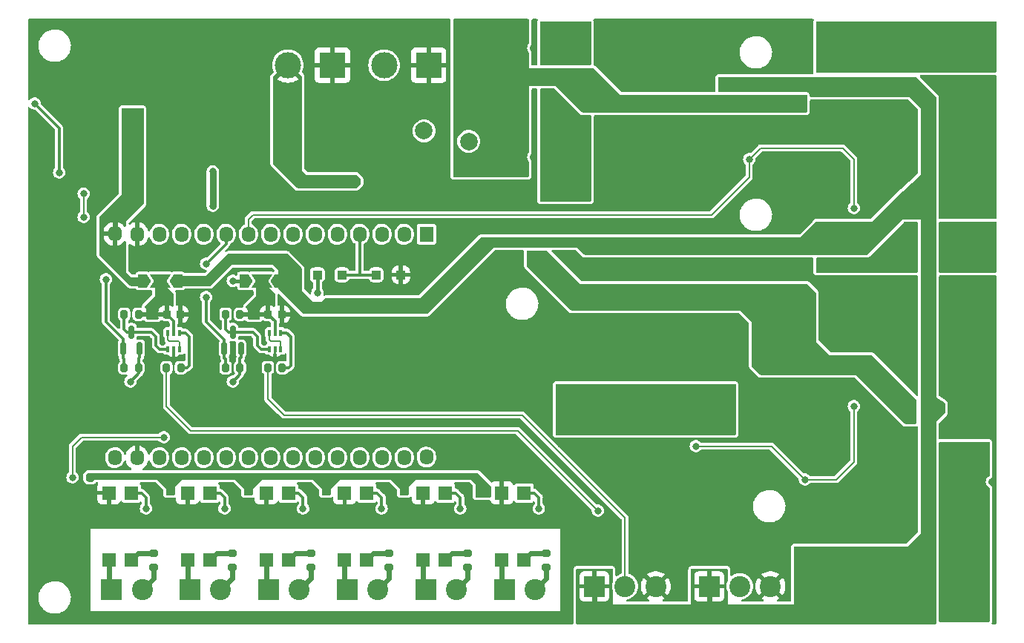
<source format=gbl>
%TF.GenerationSoftware,KiCad,Pcbnew,7.0.10*%
%TF.CreationDate,2024-02-13T14:16:50+07:00*%
%TF.ProjectId,AniSignage v2,416e6953-6967-46e6-9167-652076322e6b,rev?*%
%TF.SameCoordinates,Original*%
%TF.FileFunction,Copper,L2,Bot*%
%TF.FilePolarity,Positive*%
%FSLAX46Y46*%
G04 Gerber Fmt 4.6, Leading zero omitted, Abs format (unit mm)*
G04 Created by KiCad (PCBNEW 7.0.10) date 2024-02-13 14:16:50*
%MOMM*%
%LPD*%
G01*
G04 APERTURE LIST*
G04 Aperture macros list*
%AMRoundRect*
0 Rectangle with rounded corners*
0 $1 Rounding radius*
0 $2 $3 $4 $5 $6 $7 $8 $9 X,Y pos of 4 corners*
0 Add a 4 corners polygon primitive as box body*
4,1,4,$2,$3,$4,$5,$6,$7,$8,$9,$2,$3,0*
0 Add four circle primitives for the rounded corners*
1,1,$1+$1,$2,$3*
1,1,$1+$1,$4,$5*
1,1,$1+$1,$6,$7*
1,1,$1+$1,$8,$9*
0 Add four rect primitives between the rounded corners*
20,1,$1+$1,$2,$3,$4,$5,0*
20,1,$1+$1,$4,$5,$6,$7,0*
20,1,$1+$1,$6,$7,$8,$9,0*
20,1,$1+$1,$8,$9,$2,$3,0*%
%AMFreePoly0*
4,1,6,1.000000,0.000000,0.500000,-0.750000,-0.500000,-0.750000,-0.500000,0.750000,0.500000,0.750000,1.000000,0.000000,1.000000,0.000000,$1*%
%AMFreePoly1*
4,1,7,0.700000,0.000000,1.200000,-0.750000,-1.200000,-0.750000,-0.700000,0.000000,-1.200000,0.750000,1.200000,0.750000,0.700000,0.000000,0.700000,0.000000,$1*%
G04 Aperture macros list end*
%TA.AperFunction,ComponentPad*%
%ADD10R,2.400000X2.400000*%
%TD*%
%TA.AperFunction,ComponentPad*%
%ADD11C,2.400000*%
%TD*%
%TA.AperFunction,ComponentPad*%
%ADD12R,3.000000X3.000000*%
%TD*%
%TA.AperFunction,ComponentPad*%
%ADD13C,3.000000*%
%TD*%
%TA.AperFunction,ComponentPad*%
%ADD14R,1.580000X1.780000*%
%TD*%
%TA.AperFunction,ComponentPad*%
%ADD15O,1.580000X1.780000*%
%TD*%
%TA.AperFunction,ComponentPad*%
%ADD16C,2.010000*%
%TD*%
%TA.AperFunction,SMDPad,CuDef*%
%ADD17RoundRect,0.150000X0.150000X-0.587500X0.150000X0.587500X-0.150000X0.587500X-0.150000X-0.587500X0*%
%TD*%
%TA.AperFunction,SMDPad,CuDef*%
%ADD18RoundRect,0.200000X0.275000X-0.200000X0.275000X0.200000X-0.275000X0.200000X-0.275000X-0.200000X0*%
%TD*%
%TA.AperFunction,SMDPad,CuDef*%
%ADD19R,1.600000X1.600000*%
%TD*%
%TA.AperFunction,SMDPad,CuDef*%
%ADD20RoundRect,0.200000X-0.200000X-0.275000X0.200000X-0.275000X0.200000X0.275000X-0.200000X0.275000X0*%
%TD*%
%TA.AperFunction,SMDPad,CuDef*%
%ADD21RoundRect,0.200000X0.200000X0.275000X-0.200000X0.275000X-0.200000X-0.275000X0.200000X-0.275000X0*%
%TD*%
%TA.AperFunction,SMDPad,CuDef*%
%ADD22FreePoly0,0.000000*%
%TD*%
%TA.AperFunction,SMDPad,CuDef*%
%ADD23FreePoly1,0.000000*%
%TD*%
%TA.AperFunction,SMDPad,CuDef*%
%ADD24FreePoly0,180.000000*%
%TD*%
%TA.AperFunction,SMDPad,CuDef*%
%ADD25RoundRect,0.225000X-0.225000X-0.250000X0.225000X-0.250000X0.225000X0.250000X-0.225000X0.250000X0*%
%TD*%
%TA.AperFunction,SMDPad,CuDef*%
%ADD26R,0.400000X0.650000*%
%TD*%
%TA.AperFunction,SMDPad,CuDef*%
%ADD27RoundRect,0.250000X0.300000X0.300000X-0.300000X0.300000X-0.300000X-0.300000X0.300000X-0.300000X0*%
%TD*%
%TA.AperFunction,ViaPad*%
%ADD28C,0.800000*%
%TD*%
%TA.AperFunction,Conductor*%
%ADD29C,0.200000*%
%TD*%
%TA.AperFunction,Conductor*%
%ADD30C,0.300000*%
%TD*%
%TA.AperFunction,Conductor*%
%ADD31C,0.600000*%
%TD*%
%TA.AperFunction,Conductor*%
%ADD32C,0.400000*%
%TD*%
%TA.AperFunction,Conductor*%
%ADD33C,0.800000*%
%TD*%
G04 APERTURE END LIST*
D10*
%TO.P,I4,1,Pin_1*%
%TO.N,/Input_Isolator3/COM*%
X120238885Y-115470000D03*
D11*
%TO.P,I4,2,Pin_2*%
%TO.N,/Input_Isolator3/IN*%
X123738885Y-115470000D03*
%TD*%
D10*
%TO.P,I2,1,Pin_1*%
%TO.N,/Input_Isolator1/COM*%
X102308295Y-115470000D03*
D11*
%TO.P,I2,2,Pin_2*%
%TO.N,/Input_Isolator1/IN*%
X105808295Y-115470000D03*
%TD*%
D12*
%TO.P,Vi2,1,Pin_1*%
%TO.N,GND*%
X129540000Y-55575000D03*
D13*
%TO.P,Vi2,2,Pin_2*%
%TO.N,/Vsbb*%
X124460000Y-55575000D03*
%TD*%
D14*
%TO.P,U2,1,EN*%
%TO.N,unconnected-(U2-EN-Pad1)*%
X129286000Y-74867300D03*
D15*
%TO.P,U2,2,Sensor_VP*%
%TO.N,unconnected-(U2-Sensor_VP-Pad2)*%
X126746000Y-74867300D03*
%TO.P,U2,3,Sensor_VN*%
%TO.N,unconnected-(U2-Sensor_VN-Pad3)*%
X124206000Y-74867300D03*
%TO.P,U2,4,GPIO34*%
%TO.N,VBB_Sense*%
X121666000Y-74867300D03*
%TO.P,U2,5,GPIO35*%
%TO.N,unconnected-(U2-GPIO35-Pad5)*%
X119126000Y-74867300D03*
%TO.P,U2,6,GPIO32*%
%TO.N,unconnected-(U2-GPIO32-Pad6)*%
X116586000Y-74867300D03*
%TO.P,U2,7,GPIO33*%
%TO.N,unconnected-(U2-GPIO33-Pad7)*%
X114046000Y-74867300D03*
%TO.P,U2,8,GPIO25*%
%TO.N,unconnected-(U2-GPIO25-Pad8)*%
X111506000Y-74867300D03*
%TO.P,U2,9,GPIO26*%
%TO.N,EN0*%
X108966000Y-74867300D03*
%TO.P,U2,10,GPIO27*%
%TO.N,Q0*%
X106426000Y-74867300D03*
%TO.P,U2,11,GPIO14*%
%TO.N,Q1*%
X103886000Y-74867300D03*
%TO.P,U2,12,GPIO12*%
%TO.N,unconnected-(U2-GPIO12-Pad12)*%
X101346000Y-74867300D03*
%TO.P,U2,13,GPIO13*%
%TO.N,unconnected-(U2-GPIO13-Pad13)*%
X98806000Y-74867300D03*
%TO.P,U2,14,GND*%
%TO.N,GND*%
X96266000Y-74867300D03*
%TO.P,U2,15,5V*%
%TO.N,5V*%
X93726000Y-74817300D03*
%TO.P,U2,16,3V3*%
%TO.N,3V3*%
X93726000Y-100367300D03*
%TO.P,U2,17,GND*%
%TO.N,GND*%
X96266000Y-100367300D03*
%TO.P,U2,18,GPIO15*%
%TO.N,I0*%
X98806000Y-100367300D03*
%TO.P,U2,19,GPIO2*%
%TO.N,unconnected-(U2-GPIO2-Pad19)*%
X101346000Y-100367300D03*
%TO.P,U2,20,GPIO4*%
%TO.N,I1*%
X103886000Y-100367300D03*
%TO.P,U2,21,GPIO16*%
%TO.N,I2*%
X106426000Y-100367300D03*
%TO.P,U2,22,GPIO17*%
%TO.N,I3*%
X108966000Y-100367300D03*
%TO.P,U2,23,GPIO5*%
%TO.N,unconnected-(U2-GPIO5-Pad23)*%
X111506000Y-100367300D03*
%TO.P,U2,24,GPIO18*%
%TO.N,I4*%
X114046000Y-100367300D03*
%TO.P,U2,25,GPIO19*%
%TO.N,I5*%
X116586000Y-100367300D03*
%TO.P,U2,26,GPIO21*%
%TO.N,Net-(JP1-A)*%
X119126000Y-100367300D03*
%TO.P,U2,27,UART0-RX*%
%TO.N,unconnected-(U2-UART0-RX-Pad27)*%
X121666000Y-100367300D03*
%TO.P,U2,28,UART0-TX*%
%TO.N,unconnected-(U2-UART0-TX-Pad28)*%
X124206000Y-100367300D03*
%TO.P,U2,29,GPIO22*%
%TO.N,unconnected-(U2-GPIO22-Pad29)*%
X126746000Y-100367300D03*
%TO.P,U2,30,GPIO23*%
%TO.N,unconnected-(U2-GPIO23-Pad30)*%
X129286000Y-100317300D03*
%TD*%
D10*
%TO.P,I1,1,Pin_1*%
%TO.N,/Input_Isolator/COM*%
X93343000Y-115470000D03*
D11*
%TO.P,I1,2,Pin_2*%
%TO.N,/Input_Isolator/IN*%
X96843000Y-115470000D03*
%TD*%
D10*
%TO.P,Q1,1,Pin_1*%
%TO.N,VLED*%
X148448000Y-115062000D03*
D11*
%TO.P,Q1,2,Pin_2*%
%TO.N,/Level_Shifter/Q_H*%
X151948000Y-115062000D03*
%TO.P,Q1,3,Pin_3*%
%TO.N,GND*%
X155448000Y-115062000D03*
%TD*%
D10*
%TO.P,Q2,1,Pin_1*%
%TO.N,VLED*%
X161544000Y-115062000D03*
D11*
%TO.P,Q2,2,Pin_2*%
%TO.N,/Level_Shifter1/Q_H*%
X165044000Y-115062000D03*
%TO.P,Q2,3,Pin_3*%
%TO.N,GND*%
X168544000Y-115062000D03*
%TD*%
D16*
%TO.P,F2,1*%
%TO.N,/Vibb*%
X134112000Y-64262000D03*
%TO.P,F2,2*%
%TO.N,/Vsbb*%
X129012000Y-63062000D03*
%TD*%
D10*
%TO.P,I6,1,Pin_1*%
%TO.N,/Input_Isolator5/COM*%
X138169475Y-115470000D03*
D11*
%TO.P,I6,2,Pin_2*%
%TO.N,/Input_Isolator5/IN*%
X141669475Y-115470000D03*
%TD*%
D10*
%TO.P,I3,1,Pin_1*%
%TO.N,/Input_Isolator2/COM*%
X111273590Y-115470000D03*
D11*
%TO.P,I3,2,Pin_2*%
%TO.N,/Input_Isolator2/IN*%
X114773590Y-115470000D03*
%TD*%
D10*
%TO.P,I5,1,Pin_1*%
%TO.N,/Input_Isolator4/COM*%
X129204180Y-115470000D03*
D11*
%TO.P,I5,2,Pin_2*%
%TO.N,/Input_Isolator4/IN*%
X132704180Y-115470000D03*
%TD*%
D12*
%TO.P,Vi1,1,Pin_1*%
%TO.N,GND*%
X118563000Y-55575000D03*
D13*
%TO.P,Vi1,2,Pin_2*%
%TO.N,/Vii*%
X113483000Y-55575000D03*
%TD*%
D17*
%TO.P,Q4,1,G*%
%TO.N,3V3*%
X96566000Y-87915000D03*
%TO.P,Q4,2,S*%
%TO.N,Q1*%
X94666000Y-87915000D03*
%TO.P,Q4,3,D*%
%TO.N,Net-(Q4-D)*%
X95616000Y-86040000D03*
%TD*%
D18*
%TO.P,R17,1*%
%TO.N,/Input_Isolator/IN*%
X98141000Y-112902000D03*
%TO.P,R17,2*%
%TO.N,Net-(R17-Pad2)*%
X98141000Y-111252000D03*
%TD*%
%TO.P,R19,1*%
%TO.N,/Input_Isolator1/IN*%
X107106295Y-112902000D03*
%TO.P,R19,2*%
%TO.N,Net-(R19-Pad2)*%
X107106295Y-111252000D03*
%TD*%
D19*
%TO.P,U6,1*%
%TO.N,Net-(R23-Pad2)*%
X122496885Y-112014000D03*
%TO.P,U6,2*%
%TO.N,/Input_Isolator3/COM*%
X119956885Y-112014000D03*
%TO.P,U6,3*%
%TO.N,GND*%
X119956885Y-104394000D03*
%TO.P,U6,4*%
%TO.N,Net-(D10-K)*%
X122496885Y-104394000D03*
%TD*%
%TO.P,U8,1*%
%TO.N,Net-(R27-Pad2)*%
X140427475Y-112014000D03*
%TO.P,U8,2*%
%TO.N,/Input_Isolator5/COM*%
X137887475Y-112014000D03*
%TO.P,U8,3*%
%TO.N,GND*%
X137887475Y-104394000D03*
%TO.P,U8,4*%
%TO.N,Net-(D14-K)*%
X140427475Y-104394000D03*
%TD*%
D20*
%TO.P,R70,1*%
%TO.N,Net-(Q3-D)*%
X106363000Y-84008000D03*
%TO.P,R70,2*%
%TO.N,/Level_Shifter/VH*%
X108013000Y-84008000D03*
%TD*%
%TO.P,R72,1*%
%TO.N,Q1*%
X94791000Y-90104000D03*
%TO.P,R72,2*%
%TO.N,3V3*%
X96441000Y-90104000D03*
%TD*%
D17*
%TO.P,Q3,1,G*%
%TO.N,3V3*%
X108138000Y-87915000D03*
%TO.P,Q3,2,S*%
%TO.N,Q0*%
X106238000Y-87915000D03*
%TO.P,Q3,3,D*%
%TO.N,Net-(Q3-D)*%
X107188000Y-86040000D03*
%TD*%
D21*
%TO.P,R74,1*%
%TO.N,Net-(R74-Pad1)*%
X101267000Y-90104000D03*
%TO.P,R74,2*%
%TO.N,/Level_Shifter1/Q_H*%
X99617000Y-90104000D03*
%TD*%
D22*
%TO.P,JP2,1,A*%
%TO.N,5V*%
X108490000Y-80198000D03*
D23*
%TO.P,JP2,2,C*%
%TO.N,/Level_Shifter/VH*%
X110490000Y-80198000D03*
D24*
%TO.P,JP2,3,B*%
%TO.N,VLED*%
X112490000Y-80198000D03*
%TD*%
D18*
%TO.P,R25,1*%
%TO.N,/Input_Isolator4/IN*%
X134002180Y-112902000D03*
%TO.P,R25,2*%
%TO.N,Net-(R25-Pad2)*%
X134002180Y-111252000D03*
%TD*%
%TO.P,R27,1*%
%TO.N,/Input_Isolator5/IN*%
X142967475Y-112902000D03*
%TO.P,R27,2*%
%TO.N,Net-(R27-Pad2)*%
X142967475Y-111252000D03*
%TD*%
D21*
%TO.P,R71,1*%
%TO.N,Net-(R71-Pad1)*%
X112839000Y-90104000D03*
%TO.P,R71,2*%
%TO.N,/Level_Shifter/Q_H*%
X111189000Y-90104000D03*
%TD*%
D25*
%TO.P,C64,1*%
%TO.N,/Level_Shifter1/VH*%
X99654000Y-84008000D03*
%TO.P,C64,2*%
%TO.N,GND*%
X101204000Y-84008000D03*
%TD*%
D26*
%TO.P,U15,1*%
%TO.N,Net-(U15-Pad1)*%
X101092000Y-88006000D03*
%TO.P,U15,2,GND*%
%TO.N,GND*%
X100442000Y-88006000D03*
%TO.P,U15,3*%
%TO.N,Net-(Q4-D)*%
X99792000Y-88006000D03*
%TO.P,U15,4*%
%TO.N,Net-(U15-Pad1)*%
X99792000Y-86106000D03*
%TO.P,U15,5,VCC*%
%TO.N,/Level_Shifter1/VH*%
X100442000Y-86106000D03*
%TO.P,U15,6*%
%TO.N,Net-(R74-Pad1)*%
X101092000Y-86106000D03*
%TD*%
D19*
%TO.P,U4,1*%
%TO.N,Net-(R19-Pad2)*%
X104566295Y-112014000D03*
%TO.P,U4,2*%
%TO.N,/Input_Isolator1/COM*%
X102026295Y-112014000D03*
%TO.P,U4,3*%
%TO.N,GND*%
X102026295Y-104394000D03*
%TO.P,U4,4*%
%TO.N,Net-(D6-K)*%
X104566295Y-104394000D03*
%TD*%
D26*
%TO.P,U14,1*%
%TO.N,Net-(U14-Pad1)*%
X112664000Y-88006000D03*
%TO.P,U14,2,GND*%
%TO.N,GND*%
X112014000Y-88006000D03*
%TO.P,U14,3*%
%TO.N,Net-(Q3-D)*%
X111364000Y-88006000D03*
%TO.P,U14,4*%
%TO.N,Net-(U14-Pad1)*%
X111364000Y-86106000D03*
%TO.P,U14,5,VCC*%
%TO.N,/Level_Shifter/VH*%
X112014000Y-86106000D03*
%TO.P,U14,6*%
%TO.N,Net-(R71-Pad1)*%
X112664000Y-86106000D03*
%TD*%
D20*
%TO.P,R73,1*%
%TO.N,Net-(Q4-D)*%
X94791000Y-84008000D03*
%TO.P,R73,2*%
%TO.N,/Level_Shifter1/VH*%
X96441000Y-84008000D03*
%TD*%
%TO.P,R69,1*%
%TO.N,Q0*%
X106363000Y-90104000D03*
%TO.P,R69,2*%
%TO.N,3V3*%
X108013000Y-90104000D03*
%TD*%
D19*
%TO.P,U7,1*%
%TO.N,Net-(R25-Pad2)*%
X131462180Y-112014000D03*
%TO.P,U7,2*%
%TO.N,/Input_Isolator4/COM*%
X128922180Y-112014000D03*
%TO.P,U7,3*%
%TO.N,GND*%
X128922180Y-104394000D03*
%TO.P,U7,4*%
%TO.N,Net-(D12-K)*%
X131462180Y-104394000D03*
%TD*%
D27*
%TO.P,D22,1,K*%
%TO.N,GND*%
X126368000Y-79502000D03*
%TO.P,D22,2,A*%
%TO.N,VBB_Sense*%
X123568000Y-79502000D03*
%TD*%
D22*
%TO.P,JP3,1,A*%
%TO.N,5V*%
X96918000Y-80198000D03*
D23*
%TO.P,JP3,2,C*%
%TO.N,/Level_Shifter1/VH*%
X98918000Y-80198000D03*
D24*
%TO.P,JP3,3,B*%
%TO.N,VLED*%
X100918000Y-80198000D03*
%TD*%
D18*
%TO.P,R21,1*%
%TO.N,/Input_Isolator2/IN*%
X116071590Y-112902000D03*
%TO.P,R21,2*%
%TO.N,Net-(R21-Pad2)*%
X116071590Y-111252000D03*
%TD*%
D19*
%TO.P,U5,1*%
%TO.N,Net-(R21-Pad2)*%
X113531590Y-112014000D03*
%TO.P,U5,2*%
%TO.N,/Input_Isolator2/COM*%
X110991590Y-112014000D03*
%TO.P,U5,3*%
%TO.N,GND*%
X110991590Y-104394000D03*
%TO.P,U5,4*%
%TO.N,Net-(D8-K)*%
X113531590Y-104394000D03*
%TD*%
D18*
%TO.P,R23,1*%
%TO.N,/Input_Isolator3/IN*%
X125036885Y-112902000D03*
%TO.P,R23,2*%
%TO.N,Net-(R23-Pad2)*%
X125036885Y-111252000D03*
%TD*%
D25*
%TO.P,C63,1*%
%TO.N,/Level_Shifter/VH*%
X111226000Y-84008000D03*
%TO.P,C63,2*%
%TO.N,GND*%
X112776000Y-84008000D03*
%TD*%
D27*
%TO.P,D21,1,K*%
%TO.N,VBB_Sense*%
X119634000Y-79502000D03*
%TO.P,D21,2,A*%
%TO.N,3V3*%
X116834000Y-79502000D03*
%TD*%
D19*
%TO.P,U3,1*%
%TO.N,Net-(R17-Pad2)*%
X95601000Y-112014000D03*
%TO.P,U3,2*%
%TO.N,/Input_Isolator/COM*%
X93061000Y-112014000D03*
%TO.P,U3,3*%
%TO.N,GND*%
X93061000Y-104394000D03*
%TO.P,U3,4*%
%TO.N,Net-(D4-K)*%
X95601000Y-104394000D03*
%TD*%
D28*
%TO.N,GND*%
X191262000Y-81280000D03*
X176784000Y-59904000D03*
X94742000Y-82296000D03*
X129667000Y-70485000D03*
X141478000Y-66040000D03*
X176784000Y-61214000D03*
X136144000Y-70231000D03*
X178534000Y-82764000D03*
X159794000Y-88432000D03*
X181102000Y-64516000D03*
X109728000Y-65278000D03*
X184190000Y-101600000D03*
X96266000Y-78486000D03*
X172466000Y-106172000D03*
X151598000Y-66322000D03*
X91948000Y-55880000D03*
X105664000Y-81026000D03*
X176276000Y-93218000D03*
X193802000Y-97028000D03*
X182880000Y-101600000D03*
X178534000Y-59904000D03*
X162052000Y-77978000D03*
X152400000Y-71120000D03*
X192024000Y-58420000D03*
X96266000Y-94615000D03*
X178534000Y-61214000D03*
X93091000Y-89916000D03*
X159794000Y-87122000D03*
X152908000Y-68072000D03*
X193802000Y-103124000D03*
X169926000Y-51308000D03*
X99615000Y-66181000D03*
X188468000Y-72136000D03*
X151598000Y-68072000D03*
X150114000Y-63246000D03*
X189230000Y-94742000D03*
X178534000Y-84074000D03*
X161544000Y-88432000D03*
X184190000Y-103350000D03*
X99615000Y-67931000D03*
X115824000Y-70358000D03*
X161544000Y-87122000D03*
X152908000Y-66322000D03*
X173736000Y-101092000D03*
X150114000Y-52070000D03*
X100925000Y-67931000D03*
X176784000Y-84074000D03*
X176784000Y-82764000D03*
X176276000Y-70358000D03*
X90170000Y-107442000D03*
X141478000Y-53594000D03*
X163830000Y-51308000D03*
X100925000Y-66181000D03*
X193802000Y-72136000D03*
X182880000Y-103350000D03*
X122428000Y-64643000D03*
X163576000Y-63500000D03*
X168148000Y-96520000D03*
X162052000Y-68580000D03*
%TO.N,5V*%
X135890000Y-104014000D03*
X107188000Y-80198000D03*
X94996000Y-61722000D03*
X117856000Y-104014000D03*
X126746000Y-104014000D03*
X108966000Y-104014000D03*
X90932000Y-102616000D03*
X100076000Y-104014000D03*
X96520000Y-61722000D03*
X95758000Y-61214000D03*
X95786000Y-62217000D03*
%TO.N,VBB*%
X170688000Y-59944000D03*
X138430000Y-66802000D03*
X168148000Y-88646000D03*
X183388000Y-94742000D03*
X136398000Y-66802000D03*
X138176000Y-56896000D03*
X141732000Y-77978000D03*
X139446000Y-66802000D03*
X135128000Y-55372000D03*
X184404000Y-95758000D03*
X171704000Y-59944000D03*
X172212000Y-82550000D03*
X172974000Y-83058000D03*
X169672000Y-59944000D03*
X135128000Y-60960000D03*
X138176000Y-51308000D03*
X137414000Y-66802000D03*
X184404000Y-94742000D03*
X168148000Y-89853000D03*
X171450000Y-83058000D03*
X167132000Y-88646000D03*
%TO.N,VLED*%
X185420000Y-71882000D03*
X163576000Y-58166000D03*
X151638000Y-76200000D03*
X171958000Y-113538000D03*
X165608000Y-58166000D03*
X186690000Y-94742000D03*
X186690000Y-71882000D03*
X184150000Y-71882000D03*
X171958000Y-111506000D03*
X187706000Y-94742000D03*
X164592000Y-58166000D03*
X171958000Y-112522000D03*
%TO.N,Net-(D4-K)*%
X97282000Y-106172000D03*
%TO.N,/Vii*%
X121285000Y-68834000D03*
X119380000Y-68834000D03*
X117348000Y-68834000D03*
%TO.N,Net-(JP1-A)*%
X99314000Y-98044000D03*
X88900000Y-102616000D03*
%TO.N,/Level_Shifter1/Q_H*%
X148844000Y-106426000D03*
%TO.N,3V3*%
X116840000Y-81534000D03*
X107188000Y-91694000D03*
X95504000Y-91694000D03*
%TO.N,Q0*%
X104140000Y-82042000D03*
X104140000Y-78232000D03*
%TO.N,Q1*%
X92710000Y-80010000D03*
%TO.N,Net-(U1-FB)*%
X90170000Y-70232000D03*
X90170000Y-72898000D03*
%TO.N,Net-(R6-Pad2)*%
X84582000Y-59944000D03*
X87376000Y-67818000D03*
%TO.N,EN0*%
X160020000Y-99060000D03*
X178054000Y-94488000D03*
X178054000Y-71882000D03*
X166116000Y-66294000D03*
X172466000Y-102870000D03*
%TO.N,Net-(D6-K)*%
X106247295Y-106172000D03*
%TO.N,Net-(D8-K)*%
X115212590Y-106172000D03*
%TO.N,Net-(D10-K)*%
X124177885Y-106172000D03*
%TO.N,Net-(D12-K)*%
X133143180Y-106172000D03*
%TO.N,Net-(D14-K)*%
X142108475Y-106172000D03*
%TO.N,/Vreg_12V/Vl*%
X147574000Y-68834000D03*
X147574000Y-70612000D03*
X144653000Y-53594000D03*
X147574000Y-69723000D03*
X144614000Y-61302000D03*
X146304000Y-53594000D03*
X143002000Y-53594000D03*
%TO.N,/Vreg_12V1/Vl*%
X176022000Y-55880000D03*
X191262000Y-51308000D03*
X183554000Y-52920000D03*
X191262000Y-52959000D03*
X191262000Y-54610000D03*
X175133000Y-55880000D03*
X174244000Y-55880000D03*
%TO.N,/Vreg_12V2/Vl*%
X191262000Y-75819000D03*
X191262000Y-77470000D03*
X174244000Y-78740000D03*
X175133000Y-78740000D03*
X176022000Y-78740000D03*
X191262000Y-74168000D03*
X183554000Y-75780000D03*
%TO.N,/Vreg_12V3/Vl*%
X192786000Y-116078000D03*
X191135000Y-116078000D03*
X188214000Y-99949000D03*
X191174000Y-108370000D03*
X189484000Y-116078000D03*
X188214000Y-100838000D03*
X188214000Y-99060000D03*
%TO.N,/Vreg_12V4/Vl*%
X147066000Y-93726000D03*
X154774000Y-95416000D03*
X147066000Y-97028000D03*
X162306000Y-92456000D03*
X147066000Y-95377000D03*
X164084000Y-92456000D03*
X163195000Y-92456000D03*
%TO.N,/V5i*%
X104902000Y-67691000D03*
X104902000Y-71628000D03*
%TD*%
D29*
%TO.N,GND*%
X136144000Y-107442000D02*
X137887475Y-105698525D01*
X119380000Y-107442000D02*
X110236000Y-107442000D01*
X93061000Y-104394000D02*
X93061000Y-106837000D01*
X119956885Y-106865115D02*
X119380000Y-107442000D01*
X110236000Y-107442000D02*
X101346000Y-107442000D01*
X96266000Y-99060000D02*
X96012000Y-98806000D01*
X90932000Y-98806000D02*
X89916000Y-99822000D01*
D30*
X118563000Y-53031000D02*
X118563000Y-55575000D01*
D29*
X89916000Y-107188000D02*
X90170000Y-107442000D01*
X128270000Y-52324000D02*
X129540000Y-53594000D01*
X129540000Y-53594000D02*
X129540000Y-55575000D01*
X128922180Y-106789820D02*
X128270000Y-107442000D01*
X119956885Y-104394000D02*
X119956885Y-106865115D01*
X89916000Y-99822000D02*
X89916000Y-107188000D01*
D30*
X96266000Y-78486000D02*
X96266000Y-74917300D01*
X110998000Y-52324000D02*
X109728000Y-53594000D01*
D29*
X93061000Y-106837000D02*
X92456000Y-107442000D01*
X110991590Y-106686410D02*
X110236000Y-107442000D01*
D30*
X109728000Y-69342000D02*
X109728000Y-65278000D01*
D29*
X128922180Y-104394000D02*
X128922180Y-106789820D01*
X92456000Y-107442000D02*
X90170000Y-107442000D01*
X137887475Y-105698525D02*
X137887475Y-104394000D01*
X96012000Y-98806000D02*
X90932000Y-98806000D01*
X96266000Y-100317300D02*
X96266000Y-99060000D01*
X117856000Y-52324000D02*
X128270000Y-52324000D01*
D30*
X117856000Y-52324000D02*
X118563000Y-53031000D01*
D29*
X128270000Y-107442000D02*
X136144000Y-107442000D01*
X110991590Y-104394000D02*
X110991590Y-106686410D01*
D30*
X117856000Y-52324000D02*
X110998000Y-52324000D01*
D29*
X128270000Y-107442000D02*
X119380000Y-107442000D01*
X102026295Y-104394000D02*
X102026295Y-106761705D01*
D30*
X115824000Y-70358000D02*
X110744000Y-70358000D01*
X110744000Y-70358000D02*
X109728000Y-69342000D01*
D29*
X102026295Y-106761705D02*
X101346000Y-107442000D01*
D30*
X109728000Y-53594000D02*
X109728000Y-65278000D01*
D29*
X101346000Y-107442000D02*
X92456000Y-107442000D01*
%TO.N,5V*%
X134493000Y-102616000D02*
X98552000Y-102616000D01*
D31*
X93726000Y-73032500D02*
X95786000Y-70972500D01*
D30*
X93726000Y-78486000D02*
X93726000Y-74917300D01*
D29*
X135890000Y-104013000D02*
X134493000Y-102616000D01*
X117856000Y-104014000D02*
X116458000Y-102616000D01*
D32*
X107188000Y-80198000D02*
X108490000Y-80198000D01*
D31*
X95786000Y-70972500D02*
X95786000Y-62217000D01*
D30*
X95438000Y-80198000D02*
X93726000Y-78486000D01*
D29*
X126746000Y-104014000D02*
X125348000Y-102616000D01*
D31*
X93726000Y-74917300D02*
X93726000Y-73032500D01*
D30*
X96918000Y-80198000D02*
X95438000Y-80198000D01*
D29*
X98552000Y-102616000D02*
X90932000Y-102616000D01*
X135890000Y-104014000D02*
X135890000Y-104013000D01*
X108966000Y-104014000D02*
X107568000Y-102616000D01*
X100076000Y-104014000D02*
X98678000Y-102616000D01*
D30*
%TO.N,VBB*%
X137414000Y-56896000D02*
X138176000Y-56896000D01*
X168148000Y-82550000D02*
X170942000Y-82550000D01*
X138176000Y-51308000D02*
X137414000Y-51308000D01*
X137414000Y-60960000D02*
X137414000Y-66802000D01*
D32*
X169672000Y-59944000D02*
X148082000Y-59944000D01*
D30*
X146304000Y-82550000D02*
X168148000Y-82550000D01*
D32*
X148082000Y-59944000D02*
X145034000Y-56896000D01*
D30*
X137414000Y-55372000D02*
X137414000Y-51308000D01*
X135128000Y-55372000D02*
X137414000Y-55372000D01*
X168148000Y-88900000D02*
X168148000Y-82550000D01*
X137414000Y-57658000D02*
X137414000Y-60960000D01*
X170942000Y-82550000D02*
X171450000Y-83058000D01*
D32*
X145034000Y-56896000D02*
X138176000Y-56896000D01*
D30*
X171450000Y-83058000D02*
X171958000Y-82550000D01*
X171958000Y-82550000D02*
X172212000Y-82550000D01*
X137414000Y-57658000D02*
X137414000Y-56896000D01*
X179515000Y-89853000D02*
X168148000Y-89853000D01*
X168148000Y-89853000D02*
X168148000Y-88900000D01*
X141732000Y-77978000D02*
X146304000Y-82550000D01*
X135128000Y-60960000D02*
X137414000Y-60960000D01*
X137414000Y-56896000D02*
X137414000Y-55372000D01*
X184404000Y-94742000D02*
X179515000Y-89853000D01*
%TO.N,/Level_Shifter/VH*%
X112014000Y-84796000D02*
X111226000Y-84008000D01*
X108966000Y-84008000D02*
X111226000Y-84008000D01*
X110490000Y-82484000D02*
X108966000Y-84008000D01*
X112014000Y-86106000D02*
X112014000Y-84796000D01*
X110490000Y-80198000D02*
X110490000Y-82484000D01*
X108966000Y-84008000D02*
X108013000Y-84008000D01*
%TO.N,/Level_Shifter1/VH*%
X100442000Y-86106000D02*
X100442000Y-84796000D01*
X98918000Y-80198000D02*
X98918000Y-82484000D01*
X98918000Y-82484000D02*
X97394000Y-84008000D01*
X97394000Y-84008000D02*
X96441000Y-84008000D01*
X97394000Y-84008000D02*
X99654000Y-84008000D01*
X100442000Y-84796000D02*
X99654000Y-84008000D01*
%TO.N,VLED*%
X128778000Y-83058000D02*
X116078000Y-83058000D01*
X165608000Y-58166000D02*
X164592000Y-58166000D01*
X113218000Y-80198000D02*
X114490500Y-81470500D01*
D31*
X161544000Y-115062000D02*
X161544000Y-117094000D01*
D30*
X135636000Y-76200000D02*
X128778000Y-83058000D01*
X106807000Y-77724000D02*
X104333000Y-80198000D01*
X179578000Y-76200000D02*
X183896000Y-71882000D01*
X151638000Y-76200000D02*
X179578000Y-76200000D01*
D31*
X149606000Y-118364000D02*
X162814000Y-118364000D01*
D30*
X184150000Y-71882000D02*
X185674000Y-71882000D01*
X114427000Y-81407000D02*
X114427000Y-79121000D01*
X186690000Y-59944000D02*
X184912000Y-58166000D01*
X151638000Y-76200000D02*
X135636000Y-76200000D01*
X164592000Y-58166000D02*
X163576000Y-58166000D01*
D31*
X186690000Y-116078000D02*
X186690000Y-111506000D01*
X162814000Y-118364000D02*
X184404000Y-118364000D01*
D30*
X183896000Y-71882000D02*
X184150000Y-71882000D01*
X171958000Y-111506000D02*
X186690000Y-111506000D01*
D31*
X161544000Y-117094000D02*
X162814000Y-118364000D01*
D30*
X184912000Y-58166000D02*
X165608000Y-58166000D01*
X112490000Y-80198000D02*
X113218000Y-80198000D01*
X114490500Y-81470500D02*
X114427000Y-81407000D01*
D31*
X184404000Y-118364000D02*
X186690000Y-116078000D01*
D30*
X113030000Y-77724000D02*
X106807000Y-77724000D01*
X186690000Y-71882000D02*
X186690000Y-59944000D01*
D31*
X148448000Y-117206000D02*
X149606000Y-118364000D01*
D30*
X114427000Y-79121000D02*
X113030000Y-77724000D01*
D31*
X148448000Y-115062000D02*
X148448000Y-117206000D01*
X186690000Y-111506000D02*
X186690000Y-94742000D01*
D30*
X185674000Y-71882000D02*
X186690000Y-71882000D01*
X104333000Y-80198000D02*
X100918000Y-80198000D01*
X186690000Y-71882000D02*
X186690000Y-94742000D01*
X116078000Y-83058000D02*
X114490500Y-81470500D01*
%TO.N,Net-(D4-K)*%
X97282000Y-104902000D02*
X97282000Y-106172000D01*
X96774000Y-104394000D02*
X97282000Y-104902000D01*
X95601000Y-104394000D02*
X96774000Y-104394000D01*
D31*
%TO.N,/Input_Isolator/IN*%
X98141000Y-112902000D02*
X98141000Y-114172000D01*
X98141000Y-114172000D02*
X96843000Y-115470000D01*
%TO.N,/Input_Isolator/COM*%
X93061000Y-115188000D02*
X93343000Y-115470000D01*
X93061000Y-112014000D02*
X93061000Y-115188000D01*
D29*
%TO.N,Net-(JP1-A)*%
X88900000Y-99060000D02*
X88900000Y-102616000D01*
X89916000Y-98044000D02*
X88900000Y-99060000D01*
X99314000Y-98044000D02*
X89916000Y-98044000D01*
%TO.N,/Level_Shifter/Q_H*%
X140208000Y-95504000D02*
X151948000Y-107244000D01*
X111189000Y-93663000D02*
X113030000Y-95504000D01*
X111189000Y-90104000D02*
X111189000Y-93663000D01*
X113030000Y-95504000D02*
X140208000Y-95504000D01*
X151948000Y-107244000D02*
X151948000Y-115062000D01*
%TO.N,/Level_Shifter1/Q_H*%
X102362000Y-97282000D02*
X99617000Y-94537000D01*
X139700000Y-97282000D02*
X102362000Y-97282000D01*
X99617000Y-94537000D02*
X99617000Y-90104000D01*
X148844000Y-106426000D02*
X139700000Y-97282000D01*
D30*
%TO.N,3V3*%
X108013000Y-90104000D02*
X108013000Y-90869000D01*
X108013000Y-90869000D02*
X107188000Y-91694000D01*
X96441000Y-90104000D02*
X96441000Y-90757000D01*
X108138000Y-87915000D02*
X108138000Y-88935021D01*
X96566000Y-87915000D02*
X96566000Y-88935021D01*
X96441000Y-90757000D02*
X95504000Y-91694000D01*
X116840000Y-79508000D02*
X116834000Y-79502000D01*
X108013000Y-89060021D02*
X108013000Y-90104000D01*
D32*
X116840000Y-81534000D02*
X116840000Y-79508000D01*
D30*
X96441000Y-89060021D02*
X96441000Y-90104000D01*
X108138000Y-88935021D02*
X108013000Y-89060021D01*
X96566000Y-88935021D02*
X96441000Y-89060021D01*
%TO.N,Q0*%
X104140000Y-78232000D02*
X106426000Y-75946000D01*
X106238000Y-88998021D02*
X106363000Y-89123021D01*
X104140000Y-84836000D02*
X106238000Y-86934000D01*
X104140000Y-82042000D02*
X104140000Y-84836000D01*
X106426000Y-75946000D02*
X106426000Y-74917300D01*
X106238000Y-86934000D02*
X106238000Y-87915000D01*
X106238000Y-87915000D02*
X106238000Y-88998021D01*
X106363000Y-89123021D02*
X106363000Y-90104000D01*
%TO.N,Q1*%
X94666000Y-86792000D02*
X94666000Y-87915000D01*
X92710000Y-80010000D02*
X92710000Y-84836000D01*
X94791000Y-89123021D02*
X94791000Y-90104000D01*
X94666000Y-88998021D02*
X94791000Y-89123021D01*
X94666000Y-87915000D02*
X94666000Y-88998021D01*
X92710000Y-84836000D02*
X94666000Y-86792000D01*
%TO.N,Net-(Q4-D)*%
X94791000Y-84008000D02*
X94791000Y-85723000D01*
X98410000Y-87564000D02*
X98410000Y-86548000D01*
X99792000Y-88006000D02*
X98852000Y-88006000D01*
X98410000Y-86548000D02*
X97902000Y-86040000D01*
X98852000Y-88006000D02*
X98410000Y-87564000D01*
X94791000Y-85723000D02*
X95108000Y-86040000D01*
X95108000Y-86040000D02*
X95616000Y-86040000D01*
X97902000Y-86040000D02*
X95616000Y-86040000D01*
D29*
%TO.N,Net-(U1-FB)*%
X90170000Y-72898000D02*
X90170000Y-70232000D01*
D30*
%TO.N,Net-(R6-Pad2)*%
X87376000Y-62738000D02*
X84582000Y-59944000D01*
X87376000Y-67818000D02*
X87376000Y-62738000D01*
D31*
%TO.N,Net-(R17-Pad2)*%
X96363000Y-111252000D02*
X95601000Y-112014000D01*
X98141000Y-111252000D02*
X96363000Y-111252000D01*
D29*
%TO.N,EN0*%
X109474000Y-72644000D02*
X161798000Y-72644000D01*
X166116000Y-66294000D02*
X167386000Y-65024000D01*
X160020000Y-99060000D02*
X168656000Y-99060000D01*
X178054000Y-66294000D02*
X178054000Y-71882000D01*
X161798000Y-72644000D02*
X166116000Y-68326000D01*
X168656000Y-99060000D02*
X172466000Y-102870000D01*
X166116000Y-68326000D02*
X166116000Y-66294000D01*
X178054000Y-94488000D02*
X178054000Y-100838000D01*
X108966000Y-73152000D02*
X109474000Y-72644000D01*
X108966000Y-74917300D02*
X108966000Y-73152000D01*
X178054000Y-100838000D02*
X176022000Y-102870000D01*
X167386000Y-65024000D02*
X176784000Y-65024000D01*
X176784000Y-65024000D02*
X178054000Y-66294000D01*
X176022000Y-102870000D02*
X172466000Y-102870000D01*
D30*
%TO.N,Net-(R74-Pad1)*%
X101778000Y-86106000D02*
X101092000Y-86106000D01*
X101267000Y-90104000D02*
X101966000Y-90104000D01*
X102220000Y-89850000D02*
X102220000Y-86548000D01*
X101966000Y-90104000D02*
X102220000Y-89850000D01*
X102220000Y-86548000D02*
X101778000Y-86106000D01*
%TO.N,Net-(D6-K)*%
X105739295Y-104394000D02*
X106247295Y-104902000D01*
X104566295Y-104394000D02*
X105739295Y-104394000D01*
X106247295Y-104902000D02*
X106247295Y-106172000D01*
D29*
%TO.N,Net-(U14-Pad1)*%
X112664000Y-88006000D02*
X112664000Y-87198000D01*
X111364000Y-86914000D02*
X111506000Y-87056000D01*
X112664000Y-87198000D02*
X112522000Y-87056000D01*
X111364000Y-86106000D02*
X111364000Y-86914000D01*
X112522000Y-87056000D02*
X111506000Y-87056000D01*
D30*
%TO.N,Net-(D8-K)*%
X114704590Y-104394000D02*
X115212590Y-104902000D01*
X113531590Y-104394000D02*
X114704590Y-104394000D01*
X115212590Y-104902000D02*
X115212590Y-106172000D01*
%TO.N,Net-(D10-K)*%
X122496885Y-104394000D02*
X123669885Y-104394000D01*
X124177885Y-104902000D02*
X124177885Y-106172000D01*
X123669885Y-104394000D02*
X124177885Y-104902000D01*
%TO.N,Net-(D12-K)*%
X132635180Y-104394000D02*
X133143180Y-104902000D01*
X131462180Y-104394000D02*
X132635180Y-104394000D01*
X133143180Y-104902000D02*
X133143180Y-106172000D01*
%TO.N,Net-(D14-K)*%
X140427475Y-104394000D02*
X141600475Y-104394000D01*
X141600475Y-104394000D02*
X142108475Y-104902000D01*
X142108475Y-104902000D02*
X142108475Y-106172000D01*
%TO.N,VBB_Sense*%
X121666000Y-79502000D02*
X123568000Y-79502000D01*
X121666000Y-74917300D02*
X121666000Y-79502000D01*
X119634000Y-79502000D02*
X121666000Y-79502000D01*
D31*
%TO.N,/Input_Isolator1/COM*%
X102026295Y-115188000D02*
X102308295Y-115470000D01*
X102026295Y-112014000D02*
X102026295Y-115188000D01*
%TO.N,/Input_Isolator1/IN*%
X107106295Y-114172000D02*
X105808295Y-115470000D01*
X107106295Y-112902000D02*
X107106295Y-114172000D01*
%TO.N,/Input_Isolator2/COM*%
X110991590Y-112014000D02*
X110991590Y-115188000D01*
X110991590Y-115188000D02*
X111273590Y-115470000D01*
%TO.N,/Input_Isolator2/IN*%
X116071590Y-112902000D02*
X116071590Y-114172000D01*
X116071590Y-114172000D02*
X114773590Y-115470000D01*
%TO.N,/Input_Isolator3/COM*%
X119956885Y-112014000D02*
X119956885Y-115188000D01*
X119956885Y-115188000D02*
X120238885Y-115470000D01*
%TO.N,/Input_Isolator3/IN*%
X125036885Y-112902000D02*
X125036885Y-114172000D01*
X125036885Y-114172000D02*
X123738885Y-115470000D01*
%TO.N,/Input_Isolator4/COM*%
X128922180Y-115188000D02*
X129204180Y-115470000D01*
X128922180Y-112014000D02*
X128922180Y-115188000D01*
%TO.N,/Input_Isolator4/IN*%
X134002180Y-112902000D02*
X134002180Y-114172000D01*
X134002180Y-114172000D02*
X132704180Y-115470000D01*
%TO.N,/Input_Isolator5/COM*%
X137887475Y-115188000D02*
X138169475Y-115470000D01*
X137887475Y-112014000D02*
X137887475Y-115188000D01*
%TO.N,/Input_Isolator5/IN*%
X142967475Y-112902000D02*
X142967475Y-114172000D01*
X142967475Y-114172000D02*
X141669475Y-115470000D01*
D30*
%TO.N,Net-(Q3-D)*%
X106680000Y-86040000D02*
X107188000Y-86040000D01*
X106363000Y-84008000D02*
X106363000Y-85723000D01*
X111364000Y-88006000D02*
X110424000Y-88006000D01*
X110424000Y-88006000D02*
X109982000Y-87564000D01*
X109982000Y-86548000D02*
X109474000Y-86040000D01*
X109982000Y-87564000D02*
X109982000Y-86548000D01*
X106363000Y-85723000D02*
X106680000Y-86040000D01*
X109474000Y-86040000D02*
X107188000Y-86040000D01*
D31*
%TO.N,Net-(R19-Pad2)*%
X107106295Y-111252000D02*
X105328295Y-111252000D01*
X105328295Y-111252000D02*
X104566295Y-112014000D01*
%TO.N,Net-(R21-Pad2)*%
X116071590Y-111252000D02*
X114293590Y-111252000D01*
X114293590Y-111252000D02*
X113531590Y-112014000D01*
%TO.N,Net-(R23-Pad2)*%
X125036885Y-111252000D02*
X123258885Y-111252000D01*
X123258885Y-111252000D02*
X122496885Y-112014000D01*
%TO.N,Net-(R25-Pad2)*%
X132224180Y-111252000D02*
X131462180Y-112014000D01*
X134002180Y-111252000D02*
X132224180Y-111252000D01*
%TO.N,Net-(R27-Pad2)*%
X141189475Y-111252000D02*
X140427475Y-112014000D01*
X142967475Y-111252000D02*
X141189475Y-111252000D01*
D30*
%TO.N,Net-(R71-Pad1)*%
X113538000Y-90104000D02*
X113792000Y-89850000D01*
X113792000Y-89850000D02*
X113792000Y-86548000D01*
X112839000Y-90104000D02*
X113538000Y-90104000D01*
X113350000Y-86106000D02*
X112664000Y-86106000D01*
X113792000Y-86548000D02*
X113350000Y-86106000D01*
D29*
%TO.N,Net-(U15-Pad1)*%
X99792000Y-86106000D02*
X99792000Y-86914000D01*
X99792000Y-86914000D02*
X99934000Y-87056000D01*
X101092000Y-88006000D02*
X101092000Y-87198000D01*
X101092000Y-87198000D02*
X100950000Y-87056000D01*
X100950000Y-87056000D02*
X99934000Y-87056000D01*
D31*
%TO.N,/Vreg_12V/Vl*%
X147574000Y-64262000D02*
X144614000Y-61302000D01*
X147574000Y-69596000D02*
X147574000Y-68834000D01*
X147574000Y-70612000D02*
X147574000Y-69596000D01*
X147574000Y-68834000D02*
X147574000Y-64262000D01*
%TO.N,/Vreg_12V1/Vl*%
X175260000Y-55880000D02*
X176022000Y-55880000D01*
X174244000Y-55880000D02*
X175260000Y-55880000D01*
X180594000Y-55880000D02*
X183554000Y-52920000D01*
X176022000Y-55880000D02*
X180594000Y-55880000D01*
%TO.N,/Vreg_12V2/Vl*%
X176022000Y-78740000D02*
X180594000Y-78740000D01*
X175260000Y-78740000D02*
X176022000Y-78740000D01*
X180594000Y-78740000D02*
X183554000Y-75780000D01*
X174244000Y-78740000D02*
X175260000Y-78740000D01*
%TO.N,/Vreg_12V3/Vl*%
X188214000Y-99060000D02*
X188214000Y-100076000D01*
X188214000Y-105410000D02*
X191174000Y-108370000D01*
X188214000Y-100076000D02*
X188214000Y-100838000D01*
X188214000Y-100838000D02*
X188214000Y-105410000D01*
%TO.N,/Vreg_12V4/Vl*%
X163068000Y-92456000D02*
X162306000Y-92456000D01*
X164084000Y-92456000D02*
X163068000Y-92456000D01*
X162306000Y-92456000D02*
X157734000Y-92456000D01*
X157734000Y-92456000D02*
X154774000Y-95416000D01*
D33*
%TO.N,/V5i*%
X104902000Y-67691000D02*
X104902000Y-71628000D01*
%TD*%
%TA.AperFunction,Conductor*%
%TO.N,GND*%
G36*
X131971539Y-50304185D02*
G01*
X132017294Y-50356989D01*
X132028500Y-50408500D01*
X132028500Y-64262000D01*
X132028500Y-68202000D01*
X132028501Y-68202009D01*
X132035481Y-68266935D01*
X132035483Y-68266947D01*
X132046688Y-68318453D01*
X132057644Y-68356654D01*
X132057646Y-68356658D01*
X132114323Y-68453568D01*
X132114325Y-68453571D01*
X132160081Y-68506376D01*
X132160091Y-68506387D01*
X132204807Y-68548548D01*
X132204809Y-68548549D01*
X132204813Y-68548553D01*
X132304889Y-68599439D01*
X132371928Y-68619124D01*
X132458000Y-68631500D01*
X132458003Y-68631500D01*
X140845990Y-68631500D01*
X140846000Y-68631500D01*
X140910941Y-68624518D01*
X140962452Y-68613312D01*
X141000658Y-68602354D01*
X141097571Y-68545675D01*
X141150375Y-68499920D01*
X141150382Y-68499912D01*
X141150387Y-68499908D01*
X141189337Y-68458598D01*
X141192553Y-68455187D01*
X141243439Y-68355111D01*
X141263124Y-68288072D01*
X141275500Y-68202000D01*
X141275500Y-66575809D01*
X141275459Y-66570800D01*
X141275392Y-66566714D01*
X141260063Y-66476041D01*
X141238180Y-66409687D01*
X141199470Y-66331823D01*
X141134229Y-66237307D01*
X141120336Y-66210837D01*
X141097000Y-66149305D01*
X141089846Y-66120280D01*
X141081913Y-66054939D01*
X141081913Y-66025058D01*
X141089847Y-65959713D01*
X141096998Y-65930699D01*
X141120337Y-65869158D01*
X141134229Y-65842691D01*
X141145702Y-65826071D01*
X141162388Y-65801896D01*
X141199394Y-65748287D01*
X141199428Y-65748236D01*
X141199470Y-65748176D01*
X141202322Y-65743970D01*
X141204587Y-65740569D01*
X141243439Y-65657301D01*
X141263124Y-65590262D01*
X141275500Y-65504190D01*
X141275500Y-58341500D01*
X141295185Y-58274461D01*
X141347989Y-58228706D01*
X141399500Y-58217500D01*
X141810500Y-58217500D01*
X141877539Y-58237185D01*
X141923294Y-58289989D01*
X141934500Y-58341500D01*
X141934500Y-70996000D01*
X141934501Y-70996009D01*
X141941481Y-71060935D01*
X141941483Y-71060947D01*
X141952688Y-71112453D01*
X141963644Y-71150654D01*
X141963646Y-71150658D01*
X142020323Y-71247568D01*
X142020325Y-71247571D01*
X142066081Y-71300376D01*
X142066091Y-71300387D01*
X142110807Y-71342548D01*
X142110809Y-71342549D01*
X142110813Y-71342553D01*
X142210889Y-71393439D01*
X142277928Y-71413124D01*
X142364000Y-71425500D01*
X142364003Y-71425500D01*
X147957990Y-71425500D01*
X147958000Y-71425500D01*
X148022941Y-71418518D01*
X148074452Y-71407312D01*
X148112658Y-71396354D01*
X148209571Y-71339675D01*
X148262375Y-71293920D01*
X148262382Y-71293912D01*
X148262387Y-71293908D01*
X148304548Y-71249192D01*
X148304553Y-71249187D01*
X148355439Y-71149111D01*
X148375124Y-71082072D01*
X148387500Y-70996000D01*
X148387500Y-61389500D01*
X148407185Y-61322461D01*
X148459989Y-61276706D01*
X148511500Y-61265500D01*
X172595990Y-61265500D01*
X172596000Y-61265500D01*
X172660941Y-61258518D01*
X172712452Y-61247312D01*
X172750658Y-61236354D01*
X172847571Y-61179675D01*
X172900375Y-61133920D01*
X172900382Y-61133912D01*
X172900387Y-61133908D01*
X172942548Y-61089192D01*
X172942553Y-61089187D01*
X172993439Y-60989111D01*
X173013124Y-60922072D01*
X173025500Y-60836000D01*
X173025500Y-59611500D01*
X173045185Y-59544461D01*
X173097989Y-59498706D01*
X173149500Y-59487500D01*
X184226096Y-59487500D01*
X184293135Y-59507185D01*
X184313777Y-59523819D01*
X185332181Y-60542223D01*
X185365666Y-60603546D01*
X185368500Y-60629904D01*
X185368500Y-67883061D01*
X185348815Y-67950100D01*
X185328290Y-67974468D01*
X182421508Y-70639017D01*
X182416680Y-70643541D01*
X182412803Y-70647253D01*
X182408087Y-70651869D01*
X179995777Y-73064181D01*
X179934454Y-73097666D01*
X179908096Y-73100500D01*
X173787666Y-73100500D01*
X173755023Y-73102250D01*
X173754979Y-73102253D01*
X173732698Y-73104649D01*
X173728650Y-73105085D01*
X173728632Y-73105087D01*
X173728624Y-73105088D01*
X173721650Y-73105918D01*
X173614904Y-73140699D01*
X173553572Y-73174188D01*
X173483965Y-73226296D01*
X173483961Y-73226299D01*
X172821542Y-73888723D01*
X171868087Y-74842182D01*
X171806766Y-74875666D01*
X171780408Y-74878500D01*
X135560361Y-74878500D01*
X135527718Y-74880250D01*
X135527709Y-74880250D01*
X135527703Y-74880251D01*
X135527698Y-74880251D01*
X135527665Y-74880254D01*
X135501374Y-74883081D01*
X135494339Y-74883920D01*
X135494337Y-74883920D01*
X135387598Y-74918700D01*
X135387588Y-74918704D01*
X135326266Y-74952189D01*
X135256670Y-75004289D01*
X135256649Y-75004307D01*
X128433777Y-81827181D01*
X128372454Y-81860666D01*
X128346096Y-81863500D01*
X117780361Y-81863500D01*
X117747718Y-81865250D01*
X117747709Y-81865250D01*
X117747703Y-81865251D01*
X117747698Y-81865251D01*
X117747665Y-81865254D01*
X117721374Y-81868081D01*
X117714340Y-81868920D01*
X117672775Y-81882463D01*
X117602936Y-81884515D01*
X117543074Y-81848483D01*
X117512194Y-81785807D01*
X117518419Y-81720592D01*
X117525140Y-81702872D01*
X117545645Y-81534000D01*
X117525140Y-81365128D01*
X117519884Y-81351270D01*
X117475032Y-81233003D01*
X117464818Y-81206070D01*
X117450934Y-81185956D01*
X117363922Y-81059898D01*
X117366186Y-81058334D01*
X117341961Y-81006774D01*
X117340500Y-80987796D01*
X117340500Y-80395917D01*
X117360185Y-80328878D01*
X117399695Y-80291633D01*
X117399584Y-80291486D01*
X117400956Y-80290445D01*
X117403733Y-80287828D01*
X117406342Y-80286361D01*
X117526922Y-80194922D01*
X117618360Y-80074343D01*
X117618359Y-80074343D01*
X117618361Y-80074342D01*
X117673877Y-79933564D01*
X117684500Y-79845102D01*
X118783500Y-79845102D01*
X118789126Y-79891954D01*
X118794122Y-79933561D01*
X118794122Y-79933563D01*
X118794123Y-79933564D01*
X118803095Y-79956315D01*
X118849639Y-80074343D01*
X118941077Y-80194922D01*
X119061656Y-80286360D01*
X119061657Y-80286360D01*
X119061658Y-80286361D01*
X119202436Y-80341877D01*
X119290898Y-80352500D01*
X119290903Y-80352500D01*
X119977097Y-80352500D01*
X119977102Y-80352500D01*
X120065564Y-80341877D01*
X120206342Y-80286361D01*
X120326922Y-80194922D01*
X120418361Y-80074342D01*
X120421512Y-80066350D01*
X120435450Y-80031010D01*
X120478356Y-79975866D01*
X120544264Y-79952673D01*
X120550804Y-79952500D01*
X121598098Y-79952500D01*
X121601268Y-79952500D01*
X121628859Y-79955608D01*
X121631954Y-79956315D01*
X121678230Y-79952846D01*
X121687497Y-79952500D01*
X122651196Y-79952500D01*
X122718235Y-79972185D01*
X122763990Y-80024989D01*
X122766550Y-80031010D01*
X122783637Y-80074339D01*
X122783638Y-80074341D01*
X122875077Y-80194922D01*
X122995656Y-80286360D01*
X122995657Y-80286360D01*
X122995658Y-80286361D01*
X123136436Y-80341877D01*
X123224898Y-80352500D01*
X123224903Y-80352500D01*
X123911097Y-80352500D01*
X123911102Y-80352500D01*
X123999564Y-80341877D01*
X124140342Y-80286361D01*
X124260922Y-80194922D01*
X124352361Y-80074342D01*
X124407877Y-79933564D01*
X124418500Y-79845102D01*
X124418500Y-79752000D01*
X125318001Y-79752000D01*
X125318001Y-79851986D01*
X125328494Y-79954697D01*
X125383641Y-80121119D01*
X125383643Y-80121124D01*
X125475684Y-80270345D01*
X125599654Y-80394315D01*
X125748875Y-80486356D01*
X125748880Y-80486358D01*
X125915302Y-80541505D01*
X125915309Y-80541506D01*
X126018019Y-80551999D01*
X126118000Y-80551998D01*
X126118000Y-79752000D01*
X126618000Y-79752000D01*
X126618000Y-80551999D01*
X126717972Y-80551999D01*
X126717986Y-80551998D01*
X126820697Y-80541505D01*
X126987119Y-80486358D01*
X126987124Y-80486356D01*
X127136345Y-80394315D01*
X127260315Y-80270345D01*
X127352356Y-80121124D01*
X127352358Y-80121119D01*
X127407505Y-79954697D01*
X127407506Y-79954690D01*
X127417999Y-79851986D01*
X127418000Y-79851973D01*
X127418000Y-79752000D01*
X126618000Y-79752000D01*
X126118000Y-79752000D01*
X125318001Y-79752000D01*
X124418500Y-79752000D01*
X124418500Y-79252000D01*
X125318000Y-79252000D01*
X126118000Y-79252000D01*
X126118000Y-78452000D01*
X126618000Y-78452000D01*
X126618000Y-79252000D01*
X127417999Y-79252000D01*
X127417999Y-79152028D01*
X127417998Y-79152013D01*
X127407505Y-79049302D01*
X127352358Y-78882880D01*
X127352356Y-78882875D01*
X127260315Y-78733654D01*
X127136345Y-78609684D01*
X126987124Y-78517643D01*
X126987119Y-78517641D01*
X126820697Y-78462494D01*
X126820690Y-78462493D01*
X126717986Y-78452000D01*
X126618000Y-78452000D01*
X126118000Y-78452000D01*
X126118000Y-78451999D01*
X126018028Y-78452000D01*
X126018012Y-78452001D01*
X125915302Y-78462494D01*
X125748880Y-78517641D01*
X125748875Y-78517643D01*
X125599654Y-78609684D01*
X125475684Y-78733654D01*
X125383643Y-78882875D01*
X125383641Y-78882880D01*
X125328494Y-79049302D01*
X125328493Y-79049309D01*
X125318000Y-79152013D01*
X125318000Y-79252000D01*
X124418500Y-79252000D01*
X124418500Y-79158898D01*
X124407877Y-79070436D01*
X124352361Y-78929658D01*
X124352360Y-78929657D01*
X124352360Y-78929656D01*
X124260922Y-78809077D01*
X124140343Y-78717639D01*
X124044192Y-78679722D01*
X123999564Y-78662123D01*
X123999563Y-78662122D01*
X123999561Y-78662122D01*
X123953926Y-78656642D01*
X123911102Y-78651500D01*
X123224898Y-78651500D01*
X123185853Y-78656188D01*
X123136438Y-78662122D01*
X122995656Y-78717639D01*
X122875077Y-78809077D01*
X122783638Y-78929658D01*
X122783637Y-78929660D01*
X122766550Y-78972990D01*
X122723644Y-79028134D01*
X122657736Y-79051327D01*
X122651196Y-79051500D01*
X122240500Y-79051500D01*
X122173461Y-79031815D01*
X122127706Y-78979011D01*
X122116500Y-78927500D01*
X122116500Y-76040089D01*
X122136185Y-75973050D01*
X122188989Y-75927295D01*
X122188989Y-75927294D01*
X122213730Y-75915996D01*
X122338299Y-75827291D01*
X122383369Y-75795197D01*
X122383370Y-75795195D01*
X122383374Y-75795193D01*
X122527090Y-75644468D01*
X122546183Y-75614760D01*
X122639681Y-75469273D01*
X122639684Y-75469269D01*
X122717086Y-75275927D01*
X122756500Y-75071430D01*
X122756500Y-75019244D01*
X123115500Y-75019244D01*
X123120582Y-75072462D01*
X123130336Y-75174616D01*
X123130337Y-75174620D01*
X123189008Y-75374437D01*
X123189009Y-75374440D01*
X123189010Y-75374441D01*
X123284440Y-75559550D01*
X123413178Y-75723254D01*
X123413180Y-75723255D01*
X123413181Y-75723257D01*
X123413183Y-75723259D01*
X123504250Y-75802168D01*
X123570571Y-75859635D01*
X123750929Y-75963765D01*
X123947736Y-76031881D01*
X124153876Y-76061519D01*
X124361900Y-76051610D01*
X124564290Y-76002511D01*
X124753730Y-75915996D01*
X124753734Y-75915993D01*
X124753735Y-75915993D01*
X124923369Y-75795197D01*
X124923370Y-75795195D01*
X124923374Y-75795193D01*
X125067090Y-75644468D01*
X125086183Y-75614760D01*
X125179681Y-75469273D01*
X125179684Y-75469269D01*
X125257086Y-75275927D01*
X125296500Y-75071430D01*
X125296500Y-75019244D01*
X125655500Y-75019244D01*
X125660582Y-75072462D01*
X125670336Y-75174616D01*
X125670337Y-75174620D01*
X125729008Y-75374437D01*
X125729009Y-75374440D01*
X125729010Y-75374441D01*
X125824440Y-75559550D01*
X125953178Y-75723254D01*
X125953180Y-75723255D01*
X125953181Y-75723257D01*
X125953183Y-75723259D01*
X126044250Y-75802168D01*
X126110571Y-75859635D01*
X126290929Y-75963765D01*
X126487736Y-76031881D01*
X126693876Y-76061519D01*
X126901900Y-76051610D01*
X127104290Y-76002511D01*
X127293730Y-75915996D01*
X127293734Y-75915993D01*
X127293735Y-75915993D01*
X127453596Y-75802156D01*
X128195500Y-75802156D01*
X128195502Y-75802182D01*
X128198413Y-75827287D01*
X128198415Y-75827291D01*
X128243793Y-75930064D01*
X128243794Y-75930065D01*
X128323235Y-76009506D01*
X128426009Y-76054885D01*
X128451135Y-76057800D01*
X130120864Y-76057799D01*
X130120879Y-76057797D01*
X130120882Y-76057797D01*
X130145987Y-76054886D01*
X130145988Y-76054885D01*
X130145991Y-76054885D01*
X130248765Y-76009506D01*
X130328206Y-75930065D01*
X130373585Y-75827291D01*
X130376500Y-75802165D01*
X130376499Y-73932436D01*
X130376428Y-73931820D01*
X130373586Y-73907312D01*
X130373585Y-73907310D01*
X130373585Y-73907309D01*
X130328206Y-73804535D01*
X130248765Y-73725094D01*
X130245393Y-73723605D01*
X130145992Y-73679715D01*
X130120865Y-73676800D01*
X128451143Y-73676800D01*
X128451117Y-73676802D01*
X128426012Y-73679713D01*
X128426008Y-73679715D01*
X128323235Y-73725093D01*
X128243794Y-73804534D01*
X128198415Y-73907306D01*
X128198415Y-73907308D01*
X128195500Y-73932431D01*
X128195500Y-75802156D01*
X127453596Y-75802156D01*
X127463369Y-75795197D01*
X127463370Y-75795195D01*
X127463374Y-75795193D01*
X127607090Y-75644468D01*
X127626183Y-75614760D01*
X127719681Y-75469273D01*
X127719684Y-75469269D01*
X127797086Y-75275927D01*
X127836500Y-75071430D01*
X127836500Y-74715356D01*
X127821664Y-74559983D01*
X127762990Y-74360159D01*
X127667560Y-74175050D01*
X127538822Y-74011346D01*
X127538819Y-74011343D01*
X127538818Y-74011342D01*
X127538816Y-74011340D01*
X127381428Y-73874964D01*
X127201076Y-73770838D01*
X127201071Y-73770835D01*
X127201065Y-73770832D01*
X127201063Y-73770832D01*
X127004265Y-73702719D01*
X126963036Y-73696791D01*
X126798124Y-73673081D01*
X126798120Y-73673081D01*
X126590102Y-73682989D01*
X126387706Y-73732090D01*
X126198265Y-73818606D01*
X126198264Y-73818606D01*
X126028630Y-73939402D01*
X126028624Y-73939408D01*
X125884906Y-74090135D01*
X125772318Y-74265326D01*
X125772316Y-74265331D01*
X125694914Y-74458673D01*
X125655500Y-74663170D01*
X125655500Y-75019244D01*
X125296500Y-75019244D01*
X125296500Y-74715356D01*
X125281664Y-74559983D01*
X125222990Y-74360159D01*
X125127560Y-74175050D01*
X124998822Y-74011346D01*
X124998819Y-74011343D01*
X124998818Y-74011342D01*
X124998816Y-74011340D01*
X124841428Y-73874964D01*
X124661076Y-73770838D01*
X124661071Y-73770835D01*
X124661065Y-73770832D01*
X124661063Y-73770832D01*
X124464265Y-73702719D01*
X124423036Y-73696791D01*
X124258124Y-73673081D01*
X124258120Y-73673081D01*
X124050102Y-73682989D01*
X123847706Y-73732090D01*
X123658265Y-73818606D01*
X123658264Y-73818606D01*
X123488630Y-73939402D01*
X123488624Y-73939408D01*
X123344906Y-74090135D01*
X123232318Y-74265326D01*
X123232316Y-74265331D01*
X123154914Y-74458673D01*
X123115500Y-74663170D01*
X123115500Y-75019244D01*
X122756500Y-75019244D01*
X122756500Y-74715356D01*
X122741664Y-74559983D01*
X122682990Y-74360159D01*
X122587560Y-74175050D01*
X122458822Y-74011346D01*
X122458819Y-74011343D01*
X122458818Y-74011342D01*
X122458816Y-74011340D01*
X122301428Y-73874964D01*
X122121076Y-73770838D01*
X122121071Y-73770835D01*
X122121065Y-73770832D01*
X122121063Y-73770832D01*
X121924265Y-73702719D01*
X121883036Y-73696791D01*
X121718124Y-73673081D01*
X121718120Y-73673081D01*
X121510102Y-73682989D01*
X121307706Y-73732090D01*
X121118265Y-73818606D01*
X121118264Y-73818606D01*
X120948630Y-73939402D01*
X120948624Y-73939408D01*
X120804906Y-74090135D01*
X120692318Y-74265326D01*
X120692316Y-74265331D01*
X120614914Y-74458673D01*
X120575500Y-74663170D01*
X120575500Y-75019244D01*
X120580582Y-75072462D01*
X120590336Y-75174616D01*
X120590337Y-75174620D01*
X120649008Y-75374437D01*
X120649009Y-75374440D01*
X120649010Y-75374441D01*
X120744440Y-75559550D01*
X120873178Y-75723254D01*
X120873180Y-75723255D01*
X120873181Y-75723257D01*
X120873183Y-75723259D01*
X120964250Y-75802168D01*
X121030571Y-75859635D01*
X121152557Y-75930064D01*
X121153500Y-75930608D01*
X121201716Y-75981175D01*
X121215500Y-76037995D01*
X121215500Y-78927500D01*
X121195815Y-78994539D01*
X121143011Y-79040294D01*
X121091500Y-79051500D01*
X120550804Y-79051500D01*
X120483765Y-79031815D01*
X120438010Y-78979011D01*
X120435450Y-78972990D01*
X120418362Y-78929660D01*
X120418361Y-78929658D01*
X120326922Y-78809077D01*
X120206343Y-78717639D01*
X120110192Y-78679722D01*
X120065564Y-78662123D01*
X120065563Y-78662122D01*
X120065561Y-78662122D01*
X120019926Y-78656642D01*
X119977102Y-78651500D01*
X119290898Y-78651500D01*
X119251853Y-78656188D01*
X119202438Y-78662122D01*
X119061656Y-78717639D01*
X118941077Y-78809077D01*
X118849639Y-78929656D01*
X118794122Y-79070438D01*
X118792024Y-79087915D01*
X118783500Y-79158898D01*
X118783500Y-79845102D01*
X117684500Y-79845102D01*
X117684500Y-79158898D01*
X117673877Y-79070436D01*
X117618361Y-78929658D01*
X117618360Y-78929657D01*
X117618360Y-78929656D01*
X117526922Y-78809077D01*
X117406343Y-78717639D01*
X117310192Y-78679722D01*
X117265564Y-78662123D01*
X117265563Y-78662122D01*
X117265561Y-78662122D01*
X117219926Y-78656642D01*
X117177102Y-78651500D01*
X116490898Y-78651500D01*
X116451853Y-78656188D01*
X116402438Y-78662122D01*
X116261656Y-78717639D01*
X116141077Y-78809077D01*
X116049639Y-78929656D01*
X115994122Y-79070438D01*
X115992024Y-79087915D01*
X115983500Y-79158898D01*
X115983500Y-79845102D01*
X115989126Y-79891954D01*
X115994122Y-79933561D01*
X115994122Y-79933563D01*
X115994123Y-79933564D01*
X116003095Y-79956315D01*
X116049639Y-80074343D01*
X116141077Y-80194922D01*
X116261658Y-80286361D01*
X116269052Y-80290519D01*
X116268327Y-80291807D01*
X116316131Y-80328999D01*
X116339327Y-80394905D01*
X116339500Y-80401452D01*
X116339500Y-80987796D01*
X116319815Y-81054835D01*
X116316015Y-81059854D01*
X116316078Y-81059898D01*
X116215182Y-81206068D01*
X116154860Y-81365125D01*
X116154859Y-81365130D01*
X116134355Y-81534000D01*
X116144431Y-81616985D01*
X116132970Y-81685908D01*
X116086067Y-81737694D01*
X116018611Y-81755901D01*
X115952020Y-81734748D01*
X115933654Y-81719612D01*
X115403819Y-81189777D01*
X115370334Y-81128454D01*
X115367500Y-81102096D01*
X115367500Y-78791361D01*
X115367390Y-78789320D01*
X115365749Y-78758703D01*
X115362915Y-78732345D01*
X115362080Y-78725340D01*
X115327297Y-78618593D01*
X115327295Y-78618588D01*
X115293810Y-78557266D01*
X115241710Y-78487670D01*
X115241705Y-78487665D01*
X115241702Y-78487660D01*
X115241698Y-78487656D01*
X115241692Y-78487649D01*
X113663353Y-76909311D01*
X113663340Y-76909298D01*
X113639008Y-76887442D01*
X113618366Y-76870808D01*
X113618363Y-76870806D01*
X113618325Y-76870775D01*
X113612827Y-76866448D01*
X113612825Y-76866447D01*
X113512747Y-76815560D01*
X113445716Y-76795877D01*
X113445710Y-76795876D01*
X113359638Y-76783500D01*
X106731362Y-76783500D01*
X106731361Y-76783500D01*
X106698718Y-76785250D01*
X106698709Y-76785250D01*
X106698703Y-76785251D01*
X106698698Y-76785251D01*
X106698665Y-76785254D01*
X106672374Y-76788081D01*
X106665339Y-76788920D01*
X106665337Y-76788920D01*
X106558598Y-76823700D01*
X106558592Y-76823703D01*
X106493448Y-76859274D01*
X106425175Y-76874125D01*
X106359710Y-76849707D01*
X106317840Y-76793773D01*
X106312856Y-76724082D01*
X106346339Y-76662762D01*
X106721744Y-76287357D01*
X106732093Y-76278109D01*
X106759970Y-76255879D01*
X106792198Y-76208607D01*
X106794812Y-76204923D01*
X106828793Y-76158882D01*
X106828793Y-76158879D01*
X106828795Y-76158878D01*
X106832778Y-76151341D01*
X106836468Y-76143677D01*
X106836472Y-76143673D01*
X106853330Y-76089018D01*
X106854761Y-76084668D01*
X106873646Y-76030700D01*
X106873646Y-76030698D01*
X106875373Y-76021571D01*
X106875741Y-76021640D01*
X106876482Y-76020044D01*
X106878786Y-76006492D01*
X106879245Y-76005005D01*
X106882933Y-76006143D01*
X106904548Y-75959566D01*
X106946254Y-75928543D01*
X106973730Y-75915996D01*
X107098299Y-75827291D01*
X107143369Y-75795197D01*
X107143370Y-75795195D01*
X107143374Y-75795193D01*
X107287090Y-75644468D01*
X107306183Y-75614760D01*
X107399681Y-75469273D01*
X107399684Y-75469269D01*
X107477086Y-75275927D01*
X107516500Y-75071430D01*
X107516500Y-75019244D01*
X107875500Y-75019244D01*
X107880582Y-75072462D01*
X107890336Y-75174616D01*
X107890337Y-75174620D01*
X107949008Y-75374437D01*
X107949009Y-75374440D01*
X107949010Y-75374441D01*
X108044440Y-75559550D01*
X108173178Y-75723254D01*
X108173180Y-75723255D01*
X108173181Y-75723257D01*
X108173183Y-75723259D01*
X108264250Y-75802168D01*
X108330571Y-75859635D01*
X108510929Y-75963765D01*
X108707736Y-76031881D01*
X108913876Y-76061519D01*
X109121900Y-76051610D01*
X109324290Y-76002511D01*
X109513730Y-75915996D01*
X109513734Y-75915993D01*
X109513735Y-75915993D01*
X109683369Y-75795197D01*
X109683370Y-75795195D01*
X109683374Y-75795193D01*
X109827090Y-75644468D01*
X109846183Y-75614760D01*
X109939681Y-75469273D01*
X109939684Y-75469269D01*
X110017086Y-75275927D01*
X110056500Y-75071430D01*
X110056500Y-75019244D01*
X110415500Y-75019244D01*
X110420582Y-75072462D01*
X110430336Y-75174616D01*
X110430337Y-75174620D01*
X110489008Y-75374437D01*
X110489009Y-75374440D01*
X110489010Y-75374441D01*
X110584440Y-75559550D01*
X110713178Y-75723254D01*
X110713180Y-75723255D01*
X110713181Y-75723257D01*
X110713183Y-75723259D01*
X110804250Y-75802168D01*
X110870571Y-75859635D01*
X111050929Y-75963765D01*
X111247736Y-76031881D01*
X111453876Y-76061519D01*
X111661900Y-76051610D01*
X111864290Y-76002511D01*
X112053730Y-75915996D01*
X112053734Y-75915993D01*
X112053735Y-75915993D01*
X112223369Y-75795197D01*
X112223370Y-75795195D01*
X112223374Y-75795193D01*
X112367090Y-75644468D01*
X112386183Y-75614760D01*
X112479681Y-75469273D01*
X112479684Y-75469269D01*
X112557086Y-75275927D01*
X112596500Y-75071430D01*
X112596500Y-75019244D01*
X112955500Y-75019244D01*
X112960582Y-75072462D01*
X112970336Y-75174616D01*
X112970337Y-75174620D01*
X113029008Y-75374437D01*
X113029009Y-75374440D01*
X113029010Y-75374441D01*
X113124440Y-75559550D01*
X113253178Y-75723254D01*
X113253180Y-75723255D01*
X113253181Y-75723257D01*
X113253183Y-75723259D01*
X113344250Y-75802168D01*
X113410571Y-75859635D01*
X113590929Y-75963765D01*
X113787736Y-76031881D01*
X113993876Y-76061519D01*
X114201900Y-76051610D01*
X114404290Y-76002511D01*
X114593730Y-75915996D01*
X114593734Y-75915993D01*
X114593735Y-75915993D01*
X114763369Y-75795197D01*
X114763370Y-75795195D01*
X114763374Y-75795193D01*
X114907090Y-75644468D01*
X114926183Y-75614760D01*
X115019681Y-75469273D01*
X115019684Y-75469269D01*
X115097086Y-75275927D01*
X115136500Y-75071430D01*
X115136500Y-75019244D01*
X115495500Y-75019244D01*
X115500582Y-75072462D01*
X115510336Y-75174616D01*
X115510337Y-75174620D01*
X115569008Y-75374437D01*
X115569009Y-75374440D01*
X115569010Y-75374441D01*
X115664440Y-75559550D01*
X115793178Y-75723254D01*
X115793180Y-75723255D01*
X115793181Y-75723257D01*
X115793183Y-75723259D01*
X115884250Y-75802168D01*
X115950571Y-75859635D01*
X116130929Y-75963765D01*
X116327736Y-76031881D01*
X116533876Y-76061519D01*
X116741900Y-76051610D01*
X116944290Y-76002511D01*
X117133730Y-75915996D01*
X117133734Y-75915993D01*
X117133735Y-75915993D01*
X117303369Y-75795197D01*
X117303370Y-75795195D01*
X117303374Y-75795193D01*
X117447090Y-75644468D01*
X117466183Y-75614760D01*
X117559681Y-75469273D01*
X117559684Y-75469269D01*
X117637086Y-75275927D01*
X117676500Y-75071430D01*
X117676500Y-75019244D01*
X118035500Y-75019244D01*
X118040582Y-75072462D01*
X118050336Y-75174616D01*
X118050337Y-75174620D01*
X118109008Y-75374437D01*
X118109009Y-75374440D01*
X118109010Y-75374441D01*
X118204440Y-75559550D01*
X118333178Y-75723254D01*
X118333180Y-75723255D01*
X118333181Y-75723257D01*
X118333183Y-75723259D01*
X118424250Y-75802168D01*
X118490571Y-75859635D01*
X118670929Y-75963765D01*
X118867736Y-76031881D01*
X119073876Y-76061519D01*
X119281900Y-76051610D01*
X119484290Y-76002511D01*
X119673730Y-75915996D01*
X119673734Y-75915993D01*
X119673735Y-75915993D01*
X119843369Y-75795197D01*
X119843370Y-75795195D01*
X119843374Y-75795193D01*
X119987090Y-75644468D01*
X120006183Y-75614760D01*
X120099681Y-75469273D01*
X120099684Y-75469269D01*
X120177086Y-75275927D01*
X120216500Y-75071430D01*
X120216500Y-74715356D01*
X120201664Y-74559983D01*
X120142990Y-74360159D01*
X120047560Y-74175050D01*
X119918822Y-74011346D01*
X119918819Y-74011343D01*
X119918818Y-74011342D01*
X119918816Y-74011340D01*
X119761428Y-73874964D01*
X119581076Y-73770838D01*
X119581071Y-73770835D01*
X119581065Y-73770832D01*
X119581063Y-73770832D01*
X119384265Y-73702719D01*
X119343036Y-73696791D01*
X119178124Y-73673081D01*
X119178120Y-73673081D01*
X118970102Y-73682989D01*
X118767706Y-73732090D01*
X118578265Y-73818606D01*
X118578264Y-73818606D01*
X118408630Y-73939402D01*
X118408624Y-73939408D01*
X118264906Y-74090135D01*
X118152318Y-74265326D01*
X118152316Y-74265331D01*
X118074914Y-74458673D01*
X118035500Y-74663170D01*
X118035500Y-75019244D01*
X117676500Y-75019244D01*
X117676500Y-74715356D01*
X117661664Y-74559983D01*
X117602990Y-74360159D01*
X117507560Y-74175050D01*
X117378822Y-74011346D01*
X117378819Y-74011343D01*
X117378818Y-74011342D01*
X117378816Y-74011340D01*
X117221428Y-73874964D01*
X117041076Y-73770838D01*
X117041071Y-73770835D01*
X117041065Y-73770832D01*
X117041063Y-73770832D01*
X116844265Y-73702719D01*
X116803036Y-73696791D01*
X116638124Y-73673081D01*
X116638120Y-73673081D01*
X116430102Y-73682989D01*
X116227706Y-73732090D01*
X116038265Y-73818606D01*
X116038264Y-73818606D01*
X115868630Y-73939402D01*
X115868624Y-73939408D01*
X115724906Y-74090135D01*
X115612318Y-74265326D01*
X115612316Y-74265331D01*
X115534914Y-74458673D01*
X115495500Y-74663170D01*
X115495500Y-75019244D01*
X115136500Y-75019244D01*
X115136500Y-74715356D01*
X115121664Y-74559983D01*
X115062990Y-74360159D01*
X114967560Y-74175050D01*
X114838822Y-74011346D01*
X114838819Y-74011343D01*
X114838818Y-74011342D01*
X114838816Y-74011340D01*
X114681428Y-73874964D01*
X114501076Y-73770838D01*
X114501071Y-73770835D01*
X114501065Y-73770832D01*
X114501063Y-73770832D01*
X114304265Y-73702719D01*
X114263036Y-73696791D01*
X114098124Y-73673081D01*
X114098120Y-73673081D01*
X113890102Y-73682989D01*
X113687706Y-73732090D01*
X113498265Y-73818606D01*
X113498264Y-73818606D01*
X113328630Y-73939402D01*
X113328624Y-73939408D01*
X113184906Y-74090135D01*
X113072318Y-74265326D01*
X113072316Y-74265331D01*
X112994914Y-74458673D01*
X112955500Y-74663170D01*
X112955500Y-75019244D01*
X112596500Y-75019244D01*
X112596500Y-74715356D01*
X112581664Y-74559983D01*
X112522990Y-74360159D01*
X112427560Y-74175050D01*
X112298822Y-74011346D01*
X112298819Y-74011343D01*
X112298818Y-74011342D01*
X112298816Y-74011340D01*
X112141428Y-73874964D01*
X111961076Y-73770838D01*
X111961071Y-73770835D01*
X111961065Y-73770832D01*
X111961063Y-73770832D01*
X111764265Y-73702719D01*
X111723036Y-73696791D01*
X111558124Y-73673081D01*
X111558120Y-73673081D01*
X111350102Y-73682989D01*
X111147706Y-73732090D01*
X110958265Y-73818606D01*
X110958264Y-73818606D01*
X110788630Y-73939402D01*
X110788624Y-73939408D01*
X110644906Y-74090135D01*
X110532318Y-74265326D01*
X110532316Y-74265331D01*
X110454914Y-74458673D01*
X110415500Y-74663170D01*
X110415500Y-75019244D01*
X110056500Y-75019244D01*
X110056500Y-74715356D01*
X110041664Y-74559983D01*
X109982990Y-74360159D01*
X109887560Y-74175050D01*
X109758822Y-74011346D01*
X109758819Y-74011343D01*
X109758818Y-74011342D01*
X109758816Y-74011340D01*
X109601428Y-73874964D01*
X109428500Y-73775124D01*
X109380284Y-73724557D01*
X109366500Y-73667737D01*
X109366500Y-73369254D01*
X109386185Y-73302215D01*
X109402819Y-73281573D01*
X109603573Y-73080819D01*
X109664896Y-73047334D01*
X109691254Y-73044500D01*
X161861431Y-73044500D01*
X161861433Y-73044500D01*
X161882501Y-73037654D01*
X161901417Y-73033112D01*
X161923304Y-73029646D01*
X161943044Y-73019586D01*
X161961011Y-73012144D01*
X161982090Y-73005296D01*
X162000026Y-72992263D01*
X162016588Y-72982114D01*
X162036342Y-72972050D01*
X162051834Y-72956557D01*
X162051841Y-72956552D01*
X162296630Y-72711763D01*
X165023787Y-72711763D01*
X165053413Y-72981013D01*
X165053415Y-72981024D01*
X165121926Y-73243082D01*
X165121928Y-73243088D01*
X165227870Y-73492390D01*
X165356232Y-73702719D01*
X165368979Y-73723605D01*
X165368986Y-73723615D01*
X165542253Y-73931819D01*
X165542259Y-73931824D01*
X165647240Y-74025887D01*
X165743998Y-74112582D01*
X165969910Y-74262044D01*
X166215176Y-74377020D01*
X166215183Y-74377022D01*
X166215185Y-74377023D01*
X166474557Y-74455057D01*
X166474564Y-74455058D01*
X166474569Y-74455060D01*
X166742561Y-74494500D01*
X166742566Y-74494500D01*
X166945629Y-74494500D01*
X166945631Y-74494500D01*
X166945636Y-74494499D01*
X166945648Y-74494499D01*
X166983191Y-74491750D01*
X167148156Y-74479677D01*
X167270288Y-74452471D01*
X167412546Y-74420782D01*
X167412548Y-74420781D01*
X167412553Y-74420780D01*
X167665558Y-74324014D01*
X167901777Y-74191441D01*
X168116177Y-74025888D01*
X168304186Y-73830881D01*
X168461799Y-73610579D01*
X168535787Y-73466669D01*
X168585649Y-73369690D01*
X168585651Y-73369684D01*
X168585656Y-73369675D01*
X168673118Y-73113305D01*
X168722319Y-72846933D01*
X168732212Y-72576235D01*
X168702586Y-72306982D01*
X168634072Y-72044912D01*
X168528130Y-71795610D01*
X168387018Y-71564390D01*
X168297747Y-71457119D01*
X168213746Y-71356180D01*
X168213740Y-71356175D01*
X168012002Y-71175418D01*
X167786092Y-71025957D01*
X167722188Y-70996000D01*
X167540824Y-70910980D01*
X167540819Y-70910978D01*
X167540814Y-70910976D01*
X167281442Y-70832942D01*
X167281428Y-70832939D01*
X167165791Y-70815921D01*
X167013439Y-70793500D01*
X166810369Y-70793500D01*
X166810351Y-70793500D01*
X166607844Y-70808323D01*
X166607831Y-70808325D01*
X166343453Y-70867217D01*
X166343446Y-70867220D01*
X166090439Y-70963987D01*
X165854226Y-71096557D01*
X165854224Y-71096558D01*
X165854223Y-71096559D01*
X165791893Y-71144688D01*
X165639822Y-71262112D01*
X165451822Y-71457109D01*
X165451816Y-71457116D01*
X165294202Y-71677419D01*
X165294199Y-71677424D01*
X165170350Y-71918309D01*
X165170343Y-71918327D01*
X165082884Y-72174685D01*
X165082881Y-72174699D01*
X165066914Y-72261146D01*
X165035713Y-72430069D01*
X165033681Y-72441068D01*
X165033680Y-72441075D01*
X165023787Y-72711763D01*
X162296630Y-72711763D01*
X166421483Y-68586909D01*
X166444050Y-68564342D01*
X166454107Y-68544601D01*
X166464277Y-68528007D01*
X166471185Y-68518500D01*
X166477296Y-68510090D01*
X166484142Y-68489016D01*
X166491585Y-68471047D01*
X166501646Y-68451304D01*
X166505112Y-68429417D01*
X166509655Y-68410498D01*
X166513477Y-68398736D01*
X166516500Y-68389433D01*
X166516500Y-68262567D01*
X166516500Y-66930853D01*
X166536185Y-66863814D01*
X166558268Y-66838042D01*
X166644183Y-66761929D01*
X166740818Y-66621930D01*
X166801140Y-66462872D01*
X166821645Y-66294000D01*
X166813844Y-66229758D01*
X166825304Y-66160837D01*
X166849256Y-66127135D01*
X167515573Y-65460819D01*
X167576896Y-65427334D01*
X167603254Y-65424500D01*
X176566745Y-65424500D01*
X176633784Y-65444185D01*
X176654426Y-65460819D01*
X177617181Y-66423573D01*
X177650666Y-66484896D01*
X177653500Y-66511254D01*
X177653500Y-71245146D01*
X177633815Y-71312185D01*
X177611727Y-71337961D01*
X177525818Y-71414069D01*
X177429182Y-71554068D01*
X177368860Y-71713125D01*
X177368859Y-71713130D01*
X177348355Y-71882000D01*
X177368859Y-72050869D01*
X177368860Y-72050874D01*
X177429182Y-72209931D01*
X177482925Y-72287790D01*
X177525817Y-72349929D01*
X177616277Y-72430069D01*
X177653150Y-72462736D01*
X177803773Y-72541789D01*
X177803775Y-72541790D01*
X177968944Y-72582500D01*
X178139056Y-72582500D01*
X178304225Y-72541790D01*
X178383692Y-72500081D01*
X178454849Y-72462736D01*
X178454850Y-72462734D01*
X178454852Y-72462734D01*
X178582183Y-72349929D01*
X178678818Y-72209930D01*
X178739140Y-72050872D01*
X178759645Y-71882000D01*
X178739140Y-71713128D01*
X178678818Y-71554070D01*
X178582183Y-71414071D01*
X178581112Y-71413122D01*
X178496273Y-71337961D01*
X178459146Y-71278772D01*
X178454500Y-71245146D01*
X178454500Y-66258080D01*
X178454499Y-66258065D01*
X178454499Y-66230568D01*
X178454499Y-66230567D01*
X178447653Y-66209501D01*
X178443111Y-66190580D01*
X178439646Y-66168696D01*
X178429586Y-66148952D01*
X178422140Y-66130974D01*
X178415297Y-66109913D01*
X178415296Y-66109912D01*
X178415296Y-66109910D01*
X178402269Y-66091981D01*
X178392104Y-66075392D01*
X178382050Y-66055658D01*
X178292342Y-65965950D01*
X177041813Y-64715419D01*
X177041782Y-64715390D01*
X177022342Y-64695950D01*
X177022340Y-64695949D01*
X177002600Y-64685890D01*
X176986014Y-64675726D01*
X176968090Y-64662704D01*
X176968091Y-64662704D01*
X176947018Y-64655857D01*
X176929045Y-64648412D01*
X176909307Y-64638355D01*
X176909304Y-64638354D01*
X176887418Y-64634887D01*
X176868507Y-64630346D01*
X176847439Y-64623501D01*
X176847434Y-64623500D01*
X176847433Y-64623500D01*
X176815519Y-64623500D01*
X167354481Y-64623500D01*
X167349370Y-64623500D01*
X167349346Y-64623501D01*
X167322564Y-64623501D01*
X167301499Y-64630346D01*
X167282582Y-64634887D01*
X167260700Y-64638352D01*
X167260695Y-64638354D01*
X167240950Y-64648414D01*
X167222986Y-64655855D01*
X167201907Y-64662705D01*
X167183984Y-64675727D01*
X167167399Y-64685890D01*
X167147659Y-64695948D01*
X167136376Y-64707231D01*
X167125092Y-64718516D01*
X167125091Y-64718517D01*
X166286426Y-65557181D01*
X166225103Y-65590666D01*
X166198745Y-65593500D01*
X166030944Y-65593500D01*
X165865773Y-65634210D01*
X165715150Y-65713263D01*
X165587816Y-65826072D01*
X165491182Y-65966068D01*
X165430860Y-66125125D01*
X165430859Y-66125130D01*
X165410355Y-66294000D01*
X165430859Y-66462869D01*
X165430860Y-66462874D01*
X165491182Y-66621931D01*
X165553475Y-66712177D01*
X165587817Y-66761929D01*
X165673728Y-66838040D01*
X165710853Y-66897226D01*
X165715500Y-66930853D01*
X165715500Y-68108745D01*
X165695815Y-68175784D01*
X165679181Y-68196426D01*
X161668426Y-72207181D01*
X161607103Y-72240666D01*
X161580745Y-72243500D01*
X109437370Y-72243500D01*
X109437346Y-72243501D01*
X109410564Y-72243501D01*
X109389499Y-72250346D01*
X109370582Y-72254887D01*
X109348700Y-72258352D01*
X109348695Y-72258354D01*
X109328950Y-72268414D01*
X109310986Y-72275855D01*
X109289907Y-72282705D01*
X109271984Y-72295727D01*
X109255399Y-72305890D01*
X109235659Y-72315948D01*
X109224376Y-72327232D01*
X109213091Y-72338517D01*
X108660516Y-72891091D01*
X108660513Y-72891093D01*
X108660513Y-72891094D01*
X108649231Y-72902376D01*
X108637948Y-72913659D01*
X108637948Y-72913660D01*
X108627891Y-72933397D01*
X108617731Y-72949977D01*
X108604706Y-72967905D01*
X108604703Y-72967910D01*
X108597854Y-72988988D01*
X108590413Y-73006952D01*
X108580354Y-73026695D01*
X108576887Y-73048582D01*
X108572347Y-73067491D01*
X108565500Y-73088567D01*
X108565500Y-73671675D01*
X108545815Y-73738714D01*
X108493013Y-73784468D01*
X108418270Y-73818603D01*
X108418264Y-73818606D01*
X108248630Y-73939402D01*
X108248624Y-73939408D01*
X108104906Y-74090135D01*
X107992318Y-74265326D01*
X107992316Y-74265331D01*
X107914914Y-74458673D01*
X107875500Y-74663170D01*
X107875500Y-75019244D01*
X107516500Y-75019244D01*
X107516500Y-74715356D01*
X107501664Y-74559983D01*
X107442990Y-74360159D01*
X107347560Y-74175050D01*
X107218822Y-74011346D01*
X107218819Y-74011343D01*
X107218818Y-74011342D01*
X107218816Y-74011340D01*
X107061428Y-73874964D01*
X106881076Y-73770838D01*
X106881071Y-73770835D01*
X106881065Y-73770832D01*
X106881063Y-73770832D01*
X106684265Y-73702719D01*
X106643036Y-73696791D01*
X106478124Y-73673081D01*
X106478120Y-73673081D01*
X106270102Y-73682989D01*
X106067706Y-73732090D01*
X105878265Y-73818606D01*
X105878264Y-73818606D01*
X105708630Y-73939402D01*
X105708624Y-73939408D01*
X105564906Y-74090135D01*
X105452318Y-74265326D01*
X105452316Y-74265331D01*
X105374914Y-74458673D01*
X105335500Y-74663170D01*
X105335500Y-75019244D01*
X105340582Y-75072462D01*
X105350336Y-75174616D01*
X105350337Y-75174620D01*
X105409008Y-75374437D01*
X105409009Y-75374440D01*
X105409010Y-75374441D01*
X105504440Y-75559550D01*
X105633178Y-75723254D01*
X105633180Y-75723255D01*
X105633181Y-75723257D01*
X105633183Y-75723259D01*
X105735289Y-75811734D01*
X105773064Y-75870512D01*
X105773064Y-75940381D01*
X105741768Y-75993128D01*
X104239716Y-77495181D01*
X104178393Y-77528666D01*
X104152035Y-77531500D01*
X104054944Y-77531500D01*
X103889773Y-77572210D01*
X103739150Y-77651263D01*
X103611816Y-77764072D01*
X103515182Y-77904068D01*
X103454860Y-78063125D01*
X103454859Y-78063130D01*
X103434355Y-78232000D01*
X103454859Y-78400869D01*
X103454860Y-78400874D01*
X103515182Y-78559931D01*
X103542391Y-78599349D01*
X103611817Y-78699929D01*
X103715023Y-78791361D01*
X103739150Y-78812736D01*
X103889773Y-78891789D01*
X103889775Y-78891790D01*
X104054944Y-78932500D01*
X104105096Y-78932500D01*
X104172135Y-78952185D01*
X104217890Y-79004989D01*
X104227834Y-79074147D01*
X104198809Y-79137703D01*
X104192777Y-79144181D01*
X104049777Y-79287181D01*
X103988454Y-79320666D01*
X103962096Y-79323500D01*
X101762285Y-79323500D01*
X101695246Y-79303815D01*
X101663331Y-79274227D01*
X101623953Y-79222082D01*
X101623952Y-79222081D01*
X101528435Y-79162940D01*
X101528434Y-79162939D01*
X101528433Y-79162939D01*
X101418000Y-79142295D01*
X100418000Y-79142295D01*
X100417992Y-79142295D01*
X100344268Y-79151319D01*
X100344261Y-79151321D01*
X100324889Y-79160168D01*
X100255730Y-79170109D01*
X100228590Y-79163000D01*
X100228435Y-79162940D01*
X100228434Y-79162939D01*
X100228433Y-79162939D01*
X100118000Y-79142295D01*
X97718000Y-79142295D01*
X97717999Y-79142295D01*
X97624510Y-79156941D01*
X97614494Y-79160322D01*
X97613710Y-79158000D01*
X97559959Y-79169451D01*
X97539759Y-79164878D01*
X97539727Y-79165051D01*
X97528434Y-79162940D01*
X97528433Y-79162939D01*
X97418000Y-79142295D01*
X96418000Y-79142295D01*
X96415267Y-79142421D01*
X96389796Y-79143598D01*
X96389787Y-79143600D01*
X96281739Y-79174342D01*
X96281734Y-79174345D01*
X96192082Y-79242047D01*
X96192081Y-79242047D01*
X96132939Y-79337565D01*
X96132938Y-79337568D01*
X96130748Y-79349285D01*
X96099078Y-79411565D01*
X96038765Y-79446837D01*
X96008859Y-79450497D01*
X95685117Y-79450495D01*
X95618078Y-79430810D01*
X95595985Y-79412699D01*
X95365473Y-79174345D01*
X95336364Y-79144245D01*
X95303910Y-79082371D01*
X95301500Y-79058043D01*
X95301500Y-76104950D01*
X95321185Y-76037911D01*
X95373989Y-75992156D01*
X95443147Y-75982212D01*
X95496624Y-76003376D01*
X95618529Y-76088737D01*
X95618539Y-76088742D01*
X95823102Y-76184131D01*
X95823113Y-76184135D01*
X96015999Y-76235818D01*
X96016000Y-76235818D01*
X96016000Y-75205520D01*
X96082157Y-75257013D01*
X96202422Y-75298300D01*
X96297569Y-75298300D01*
X96391421Y-75282639D01*
X96503251Y-75222120D01*
X96516000Y-75208270D01*
X96516000Y-76235818D01*
X96708886Y-76184135D01*
X96708897Y-76184131D01*
X96913460Y-76088742D01*
X96913470Y-76088736D01*
X97098364Y-75959271D01*
X97257971Y-75799664D01*
X97387436Y-75614770D01*
X97387442Y-75614760D01*
X97482831Y-75410197D01*
X97482836Y-75410183D01*
X97519615Y-75272923D01*
X97555980Y-75213262D01*
X97618827Y-75182733D01*
X97688202Y-75191028D01*
X97742080Y-75235513D01*
X97758366Y-75270080D01*
X97760413Y-75277052D01*
X97789008Y-75374437D01*
X97789009Y-75374440D01*
X97789010Y-75374441D01*
X97884440Y-75559550D01*
X98013178Y-75723254D01*
X98013180Y-75723255D01*
X98013181Y-75723257D01*
X98013183Y-75723259D01*
X98104250Y-75802168D01*
X98170571Y-75859635D01*
X98350929Y-75963765D01*
X98547736Y-76031881D01*
X98753876Y-76061519D01*
X98961900Y-76051610D01*
X99164290Y-76002511D01*
X99353730Y-75915996D01*
X99353734Y-75915993D01*
X99353735Y-75915993D01*
X99523369Y-75795197D01*
X99523370Y-75795195D01*
X99523374Y-75795193D01*
X99667090Y-75644468D01*
X99686183Y-75614760D01*
X99779681Y-75469273D01*
X99779684Y-75469269D01*
X99857086Y-75275927D01*
X99896500Y-75071430D01*
X99896500Y-75019244D01*
X100255500Y-75019244D01*
X100260582Y-75072462D01*
X100270336Y-75174616D01*
X100270337Y-75174620D01*
X100329008Y-75374437D01*
X100329009Y-75374440D01*
X100329010Y-75374441D01*
X100424440Y-75559550D01*
X100553178Y-75723254D01*
X100553180Y-75723255D01*
X100553181Y-75723257D01*
X100553183Y-75723259D01*
X100644250Y-75802168D01*
X100710571Y-75859635D01*
X100890929Y-75963765D01*
X101087736Y-76031881D01*
X101293876Y-76061519D01*
X101501900Y-76051610D01*
X101704290Y-76002511D01*
X101893730Y-75915996D01*
X101893734Y-75915993D01*
X101893735Y-75915993D01*
X102063369Y-75795197D01*
X102063370Y-75795195D01*
X102063374Y-75795193D01*
X102207090Y-75644468D01*
X102226183Y-75614760D01*
X102319681Y-75469273D01*
X102319684Y-75469269D01*
X102397086Y-75275927D01*
X102436500Y-75071430D01*
X102436500Y-75019244D01*
X102795500Y-75019244D01*
X102800582Y-75072462D01*
X102810336Y-75174616D01*
X102810337Y-75174620D01*
X102869008Y-75374437D01*
X102869009Y-75374440D01*
X102869010Y-75374441D01*
X102964440Y-75559550D01*
X103093178Y-75723254D01*
X103093180Y-75723255D01*
X103093181Y-75723257D01*
X103093183Y-75723259D01*
X103184250Y-75802168D01*
X103250571Y-75859635D01*
X103430929Y-75963765D01*
X103627736Y-76031881D01*
X103833876Y-76061519D01*
X104041900Y-76051610D01*
X104244290Y-76002511D01*
X104433730Y-75915996D01*
X104433734Y-75915993D01*
X104433735Y-75915993D01*
X104603369Y-75795197D01*
X104603370Y-75795195D01*
X104603374Y-75795193D01*
X104747090Y-75644468D01*
X104766183Y-75614760D01*
X104859681Y-75469273D01*
X104859684Y-75469269D01*
X104937086Y-75275927D01*
X104976500Y-75071430D01*
X104976500Y-74715356D01*
X104961664Y-74559983D01*
X104902990Y-74360159D01*
X104807560Y-74175050D01*
X104678822Y-74011346D01*
X104678819Y-74011343D01*
X104678818Y-74011342D01*
X104678816Y-74011340D01*
X104521428Y-73874964D01*
X104341076Y-73770838D01*
X104341071Y-73770835D01*
X104341065Y-73770832D01*
X104341063Y-73770832D01*
X104144265Y-73702719D01*
X104103036Y-73696791D01*
X103938124Y-73673081D01*
X103938120Y-73673081D01*
X103730102Y-73682989D01*
X103527706Y-73732090D01*
X103338265Y-73818606D01*
X103338264Y-73818606D01*
X103168630Y-73939402D01*
X103168624Y-73939408D01*
X103024906Y-74090135D01*
X102912318Y-74265326D01*
X102912316Y-74265331D01*
X102834914Y-74458673D01*
X102795500Y-74663170D01*
X102795500Y-75019244D01*
X102436500Y-75019244D01*
X102436500Y-74715356D01*
X102421664Y-74559983D01*
X102362990Y-74360159D01*
X102267560Y-74175050D01*
X102138822Y-74011346D01*
X102138819Y-74011343D01*
X102138818Y-74011342D01*
X102138816Y-74011340D01*
X101981428Y-73874964D01*
X101801076Y-73770838D01*
X101801071Y-73770835D01*
X101801065Y-73770832D01*
X101801063Y-73770832D01*
X101604265Y-73702719D01*
X101563036Y-73696791D01*
X101398124Y-73673081D01*
X101398120Y-73673081D01*
X101190102Y-73682989D01*
X100987706Y-73732090D01*
X100798265Y-73818606D01*
X100798264Y-73818606D01*
X100628630Y-73939402D01*
X100628624Y-73939408D01*
X100484906Y-74090135D01*
X100372318Y-74265326D01*
X100372316Y-74265331D01*
X100294914Y-74458673D01*
X100255500Y-74663170D01*
X100255500Y-75019244D01*
X99896500Y-75019244D01*
X99896500Y-74715356D01*
X99881664Y-74559983D01*
X99822990Y-74360159D01*
X99727560Y-74175050D01*
X99598822Y-74011346D01*
X99598819Y-74011343D01*
X99598818Y-74011342D01*
X99598816Y-74011340D01*
X99441428Y-73874964D01*
X99261076Y-73770838D01*
X99261071Y-73770835D01*
X99261065Y-73770832D01*
X99261063Y-73770832D01*
X99064265Y-73702719D01*
X99023036Y-73696791D01*
X98858124Y-73673081D01*
X98858120Y-73673081D01*
X98650102Y-73682989D01*
X98447706Y-73732090D01*
X98258265Y-73818606D01*
X98258264Y-73818606D01*
X98088630Y-73939402D01*
X98088624Y-73939408D01*
X97944906Y-74090135D01*
X97832318Y-74265326D01*
X97832316Y-74265331D01*
X97756361Y-74455060D01*
X97752719Y-74464157D01*
X97750734Y-74463362D01*
X97718103Y-74514111D01*
X97654540Y-74543120D01*
X97585384Y-74533160D01*
X97532591Y-74487392D01*
X97517148Y-74452471D01*
X97482836Y-74324416D01*
X97482831Y-74324402D01*
X97387442Y-74119839D01*
X97387436Y-74119829D01*
X97257971Y-73934935D01*
X97098364Y-73775328D01*
X96913470Y-73645863D01*
X96913460Y-73645857D01*
X96708898Y-73550469D01*
X96516000Y-73498780D01*
X96516000Y-74629079D01*
X96449843Y-74577587D01*
X96329578Y-74536300D01*
X96234431Y-74536300D01*
X96140579Y-74551961D01*
X96028749Y-74612480D01*
X96016000Y-74626329D01*
X96016000Y-73498780D01*
X95823101Y-73550469D01*
X95618539Y-73645857D01*
X95618537Y-73645858D01*
X95496624Y-73731224D01*
X95430418Y-73753551D01*
X95362651Y-73736541D01*
X95314837Y-73685593D01*
X95301500Y-73629649D01*
X95301500Y-73583903D01*
X95321185Y-73516864D01*
X95337819Y-73496222D01*
X96251541Y-72582500D01*
X97206043Y-71627999D01*
X104196355Y-71627999D01*
X104201500Y-71670372D01*
X104216859Y-71796869D01*
X104216860Y-71796874D01*
X104277182Y-71955931D01*
X104338602Y-72044912D01*
X104373817Y-72095929D01*
X104462726Y-72174695D01*
X104501150Y-72208736D01*
X104642086Y-72282705D01*
X104651775Y-72287790D01*
X104816944Y-72328500D01*
X104987056Y-72328500D01*
X105152225Y-72287790D01*
X105242011Y-72240666D01*
X105302849Y-72208736D01*
X105302850Y-72208734D01*
X105302852Y-72208734D01*
X105430183Y-72095929D01*
X105526818Y-71955930D01*
X105587140Y-71796872D01*
X105602500Y-71670372D01*
X105607645Y-71628000D01*
X105603404Y-71593071D01*
X105602500Y-71578125D01*
X105602500Y-67740873D01*
X105603404Y-67725926D01*
X105607645Y-67691000D01*
X105587140Y-67522128D01*
X105526818Y-67363070D01*
X105517845Y-67350071D01*
X105492476Y-67313318D01*
X105430183Y-67223071D01*
X105302852Y-67110266D01*
X105302849Y-67110263D01*
X105152226Y-67031210D01*
X104987056Y-66990500D01*
X104816944Y-66990500D01*
X104651773Y-67031210D01*
X104501150Y-67110263D01*
X104373816Y-67223072D01*
X104277182Y-67363068D01*
X104216860Y-67522125D01*
X104216859Y-67522130D01*
X104196355Y-67690999D01*
X104200596Y-67725926D01*
X104201500Y-67740873D01*
X104201500Y-71578125D01*
X104200596Y-71593071D01*
X104196355Y-71627999D01*
X97206043Y-71627999D01*
X97207702Y-71626340D01*
X97229558Y-71602008D01*
X97246192Y-71581366D01*
X97250553Y-71575825D01*
X97301439Y-71475749D01*
X97321124Y-71408710D01*
X97333500Y-71322638D01*
X97333500Y-66750638D01*
X111454500Y-66750638D01*
X111456250Y-66783281D01*
X111456254Y-66783334D01*
X111459081Y-66809625D01*
X111459920Y-66816660D01*
X111459920Y-66816662D01*
X111494700Y-66923401D01*
X111494704Y-66923411D01*
X111528189Y-66984733D01*
X111580289Y-67054329D01*
X111580307Y-67054350D01*
X112945742Y-68419784D01*
X114301660Y-69775702D01*
X114322884Y-69794766D01*
X114325993Y-69797559D01*
X114346674Y-69814224D01*
X114352172Y-69818551D01*
X114352175Y-69818553D01*
X114452251Y-69869439D01*
X114519290Y-69889124D01*
X114605362Y-69901500D01*
X114605365Y-69901500D01*
X121233639Y-69901500D01*
X121235559Y-69901397D01*
X121266297Y-69899749D01*
X121292655Y-69896915D01*
X121299660Y-69896080D01*
X121406407Y-69861297D01*
X121467730Y-69827812D01*
X121480099Y-69818553D01*
X121537329Y-69775710D01*
X121537340Y-69775702D01*
X121972702Y-69340340D01*
X121994558Y-69316008D01*
X122011192Y-69295366D01*
X122015553Y-69289825D01*
X122066439Y-69189749D01*
X122086124Y-69122710D01*
X122098500Y-69036638D01*
X122098500Y-68631362D01*
X122096749Y-68598703D01*
X122093915Y-68572345D01*
X122093080Y-68565340D01*
X122080915Y-68528007D01*
X122058299Y-68458598D01*
X122058295Y-68458588D01*
X122024810Y-68397266D01*
X121972710Y-68327670D01*
X121972705Y-68327665D01*
X121972702Y-68327660D01*
X121972698Y-68327656D01*
X121972692Y-68327649D01*
X121537353Y-67892311D01*
X121537340Y-67892298D01*
X121513008Y-67870442D01*
X121492366Y-67853808D01*
X121492363Y-67853806D01*
X121492325Y-67853775D01*
X121486827Y-67849448D01*
X121486825Y-67849447D01*
X121386747Y-67798560D01*
X121319716Y-67778877D01*
X121319710Y-67778876D01*
X121233638Y-67766500D01*
X121233635Y-67766500D01*
X115747904Y-67766500D01*
X115680865Y-67746815D01*
X115660223Y-67730181D01*
X115403819Y-67473777D01*
X115370334Y-67412454D01*
X115367500Y-67386096D01*
X115367500Y-63062001D01*
X127701513Y-63062001D01*
X127721421Y-63289558D01*
X127721423Y-63289568D01*
X127780542Y-63510205D01*
X127780544Y-63510209D01*
X127780545Y-63510213D01*
X127828815Y-63613728D01*
X127877084Y-63717243D01*
X127877085Y-63717244D01*
X128008109Y-63904365D01*
X128169635Y-64065891D01*
X128356756Y-64196915D01*
X128563787Y-64293455D01*
X128784436Y-64352578D01*
X128946981Y-64366798D01*
X129011998Y-64372487D01*
X129012000Y-64372487D01*
X129012002Y-64372487D01*
X129068891Y-64367509D01*
X129239564Y-64352578D01*
X129460213Y-64293455D01*
X129667244Y-64196915D01*
X129854365Y-64065891D01*
X130015891Y-63904365D01*
X130146915Y-63717244D01*
X130243455Y-63510213D01*
X130302578Y-63289564D01*
X130322487Y-63062000D01*
X130302578Y-62834436D01*
X130243455Y-62613787D01*
X130146915Y-62406757D01*
X130146913Y-62406754D01*
X130146912Y-62406752D01*
X130015890Y-62219633D01*
X129854369Y-62058113D01*
X129854365Y-62058109D01*
X129667244Y-61927085D01*
X129667245Y-61927085D01*
X129667243Y-61927084D01*
X129563728Y-61878815D01*
X129460213Y-61830545D01*
X129460209Y-61830544D01*
X129460205Y-61830542D01*
X129239568Y-61771423D01*
X129239566Y-61771422D01*
X129239564Y-61771422D01*
X129239562Y-61771421D01*
X129239558Y-61771421D01*
X129012002Y-61751513D01*
X129011998Y-61751513D01*
X128784441Y-61771421D01*
X128784431Y-61771423D01*
X128563794Y-61830542D01*
X128563785Y-61830546D01*
X128356756Y-61927085D01*
X128356752Y-61927087D01*
X128169633Y-62058109D01*
X128008109Y-62219633D01*
X127877087Y-62406752D01*
X127877085Y-62406756D01*
X127816362Y-62536977D01*
X127785245Y-62603709D01*
X127780546Y-62613785D01*
X127780542Y-62613794D01*
X127721423Y-62834431D01*
X127721421Y-62834441D01*
X127701513Y-63061998D01*
X127701513Y-63062001D01*
X115367500Y-63062001D01*
X115367500Y-57122844D01*
X116563000Y-57122844D01*
X116569401Y-57182372D01*
X116569403Y-57182379D01*
X116619645Y-57317086D01*
X116619649Y-57317093D01*
X116705809Y-57432187D01*
X116705812Y-57432190D01*
X116820906Y-57518350D01*
X116820913Y-57518354D01*
X116955620Y-57568596D01*
X116955627Y-57568598D01*
X117015155Y-57574999D01*
X117015172Y-57575000D01*
X118313000Y-57575000D01*
X118313000Y-56296802D01*
X118474169Y-56335000D01*
X118607267Y-56335000D01*
X118739461Y-56319549D01*
X118813000Y-56292782D01*
X118813000Y-57575000D01*
X120110828Y-57575000D01*
X120110844Y-57574999D01*
X120170372Y-57568598D01*
X120170379Y-57568596D01*
X120305086Y-57518354D01*
X120305093Y-57518350D01*
X120420187Y-57432190D01*
X120420190Y-57432187D01*
X120506350Y-57317093D01*
X120506354Y-57317086D01*
X120556596Y-57182379D01*
X120556598Y-57182372D01*
X120562999Y-57122844D01*
X120563000Y-57122827D01*
X120563000Y-55825000D01*
X119281483Y-55825000D01*
X119316549Y-55707871D01*
X119324288Y-55575004D01*
X122654451Y-55575004D01*
X122674616Y-55844101D01*
X122717487Y-56031930D01*
X122734666Y-56107195D01*
X122833257Y-56358398D01*
X122968185Y-56592102D01*
X123104080Y-56762509D01*
X123136442Y-56803089D01*
X123277454Y-56933928D01*
X123334259Y-56986635D01*
X123557226Y-57138651D01*
X123800359Y-57255738D01*
X124058228Y-57335280D01*
X124058229Y-57335280D01*
X124058232Y-57335281D01*
X124325063Y-57375499D01*
X124325068Y-57375499D01*
X124325071Y-57375500D01*
X124325072Y-57375500D01*
X124594928Y-57375500D01*
X124594929Y-57375500D01*
X124594936Y-57375499D01*
X124861767Y-57335281D01*
X124861768Y-57335280D01*
X124861772Y-57335280D01*
X125119641Y-57255738D01*
X125362775Y-57138651D01*
X125385960Y-57122844D01*
X127540000Y-57122844D01*
X127546401Y-57182372D01*
X127546403Y-57182379D01*
X127596645Y-57317086D01*
X127596649Y-57317093D01*
X127682809Y-57432187D01*
X127682812Y-57432190D01*
X127797906Y-57518350D01*
X127797913Y-57518354D01*
X127932620Y-57568596D01*
X127932627Y-57568598D01*
X127992155Y-57574999D01*
X127992172Y-57575000D01*
X129290000Y-57575000D01*
X129290000Y-56296802D01*
X129451169Y-56335000D01*
X129584267Y-56335000D01*
X129716461Y-56319549D01*
X129790000Y-56292782D01*
X129790000Y-57575000D01*
X131087828Y-57575000D01*
X131087844Y-57574999D01*
X131147372Y-57568598D01*
X131147379Y-57568596D01*
X131282086Y-57518354D01*
X131282093Y-57518350D01*
X131397187Y-57432190D01*
X131397190Y-57432187D01*
X131483350Y-57317093D01*
X131483354Y-57317086D01*
X131533596Y-57182379D01*
X131533598Y-57182372D01*
X131539999Y-57122844D01*
X131540000Y-57122827D01*
X131540000Y-55825000D01*
X130258483Y-55825000D01*
X130293549Y-55707871D01*
X130303879Y-55530509D01*
X130273029Y-55355546D01*
X130259853Y-55325000D01*
X131540000Y-55325000D01*
X131540000Y-54027172D01*
X131539999Y-54027155D01*
X131533598Y-53967627D01*
X131533596Y-53967620D01*
X131483354Y-53832913D01*
X131483350Y-53832906D01*
X131397190Y-53717812D01*
X131397187Y-53717809D01*
X131282093Y-53631649D01*
X131282086Y-53631645D01*
X131147379Y-53581403D01*
X131147372Y-53581401D01*
X131087844Y-53575000D01*
X129790000Y-53575000D01*
X129790000Y-54853197D01*
X129628831Y-54815000D01*
X129495733Y-54815000D01*
X129363539Y-54830451D01*
X129290000Y-54857217D01*
X129290000Y-53575000D01*
X127992155Y-53575000D01*
X127932627Y-53581401D01*
X127932620Y-53581403D01*
X127797913Y-53631645D01*
X127797906Y-53631649D01*
X127682812Y-53717809D01*
X127682809Y-53717812D01*
X127596649Y-53832906D01*
X127596645Y-53832913D01*
X127546403Y-53967620D01*
X127546401Y-53967627D01*
X127540000Y-54027155D01*
X127540000Y-55325000D01*
X128821517Y-55325000D01*
X128786451Y-55442129D01*
X128776121Y-55619491D01*
X128806971Y-55794454D01*
X128820147Y-55825000D01*
X127540000Y-55825000D01*
X127540000Y-57122844D01*
X125385960Y-57122844D01*
X125585741Y-56986635D01*
X125783561Y-56803085D01*
X125951815Y-56592102D01*
X126086743Y-56358398D01*
X126185334Y-56107195D01*
X126245383Y-55844103D01*
X126255592Y-55707871D01*
X126265549Y-55575004D01*
X126265549Y-55574995D01*
X126248744Y-55350747D01*
X126245383Y-55305897D01*
X126185334Y-55042805D01*
X126086743Y-54791602D01*
X125951815Y-54557898D01*
X125783561Y-54346915D01*
X125783560Y-54346914D01*
X125783557Y-54346910D01*
X125585741Y-54163365D01*
X125362775Y-54011349D01*
X125362769Y-54011346D01*
X125362768Y-54011345D01*
X125362767Y-54011344D01*
X125119643Y-53894263D01*
X125119645Y-53894263D01*
X124861773Y-53814720D01*
X124861767Y-53814718D01*
X124594936Y-53774500D01*
X124594929Y-53774500D01*
X124325071Y-53774500D01*
X124325063Y-53774500D01*
X124058232Y-53814718D01*
X124058226Y-53814720D01*
X123800358Y-53894262D01*
X123557230Y-54011346D01*
X123334258Y-54163365D01*
X123136442Y-54346910D01*
X122968185Y-54557898D01*
X122833258Y-54791599D01*
X122833256Y-54791603D01*
X122734666Y-55042804D01*
X122734664Y-55042811D01*
X122674616Y-55305898D01*
X122654451Y-55574995D01*
X122654451Y-55575004D01*
X119324288Y-55575004D01*
X119326879Y-55530509D01*
X119296029Y-55355546D01*
X119282853Y-55325000D01*
X120563000Y-55325000D01*
X120563000Y-54027172D01*
X120562999Y-54027155D01*
X120556598Y-53967627D01*
X120556596Y-53967620D01*
X120506354Y-53832913D01*
X120506350Y-53832906D01*
X120420190Y-53717812D01*
X120420187Y-53717809D01*
X120305093Y-53631649D01*
X120305086Y-53631645D01*
X120170379Y-53581403D01*
X120170372Y-53581401D01*
X120110844Y-53575000D01*
X118813000Y-53575000D01*
X118813000Y-54853197D01*
X118651831Y-54815000D01*
X118518733Y-54815000D01*
X118386539Y-54830451D01*
X118313000Y-54857217D01*
X118313000Y-53575000D01*
X117015155Y-53575000D01*
X116955627Y-53581401D01*
X116955620Y-53581403D01*
X116820913Y-53631645D01*
X116820906Y-53631649D01*
X116705812Y-53717809D01*
X116705809Y-53717812D01*
X116619649Y-53832906D01*
X116619645Y-53832913D01*
X116569403Y-53967620D01*
X116569401Y-53967627D01*
X116563000Y-54027155D01*
X116563000Y-55325000D01*
X117844517Y-55325000D01*
X117809451Y-55442129D01*
X117799121Y-55619491D01*
X117829971Y-55794454D01*
X117843147Y-55825000D01*
X116563000Y-55825000D01*
X116563000Y-57122844D01*
X115367500Y-57122844D01*
X115367500Y-56860574D01*
X115365866Y-56825221D01*
X115365928Y-56825218D01*
X115365644Y-56822259D01*
X115365497Y-56817275D01*
X115364647Y-56788353D01*
X115329864Y-56681606D01*
X115329862Y-56681601D01*
X115296377Y-56620279D01*
X115244277Y-56550683D01*
X115244266Y-56550670D01*
X115209167Y-56515571D01*
X115150872Y-56457276D01*
X115117389Y-56395956D01*
X115122373Y-56326264D01*
X115123088Y-56324394D01*
X115208334Y-56107195D01*
X115268383Y-55844103D01*
X115278592Y-55707871D01*
X115288549Y-55575004D01*
X115288549Y-55574995D01*
X115271744Y-55350747D01*
X115268383Y-55305897D01*
X115208334Y-55042805D01*
X115109743Y-54791602D01*
X114974815Y-54557898D01*
X114806561Y-54346915D01*
X114806560Y-54346914D01*
X114806557Y-54346910D01*
X114608741Y-54163365D01*
X114385775Y-54011349D01*
X114385769Y-54011346D01*
X114385768Y-54011345D01*
X114385767Y-54011344D01*
X114142643Y-53894263D01*
X114142645Y-53894263D01*
X113884773Y-53814720D01*
X113884767Y-53814718D01*
X113617936Y-53774500D01*
X113617929Y-53774500D01*
X113348071Y-53774500D01*
X113348063Y-53774500D01*
X113081232Y-53814718D01*
X113081226Y-53814720D01*
X112823358Y-53894262D01*
X112580230Y-54011346D01*
X112357258Y-54163365D01*
X112159442Y-54346910D01*
X111991185Y-54557898D01*
X111856258Y-54791599D01*
X111856256Y-54791603D01*
X111757666Y-55042804D01*
X111757664Y-55042811D01*
X111697616Y-55305898D01*
X111677451Y-55574995D01*
X111677451Y-55575004D01*
X111697616Y-55844101D01*
X111757664Y-56107188D01*
X111757666Y-56107195D01*
X111842871Y-56324292D01*
X111849040Y-56393889D01*
X111816602Y-56455773D01*
X111815124Y-56457276D01*
X111778636Y-56493764D01*
X111735943Y-56518412D01*
X111737012Y-56520973D01*
X111729344Y-56524172D01*
X111632431Y-56580851D01*
X111632428Y-56580853D01*
X111579623Y-56626609D01*
X111579612Y-56626619D01*
X111537451Y-56671335D01*
X111537445Y-56671344D01*
X111486560Y-56771418D01*
X111466877Y-56838449D01*
X111454500Y-56924530D01*
X111454500Y-66750638D01*
X97333500Y-66750638D01*
X97333500Y-60576000D01*
X97326518Y-60511059D01*
X97315312Y-60459548D01*
X97304354Y-60421342D01*
X97247675Y-60324429D01*
X97201920Y-60271625D01*
X97201918Y-60271623D01*
X97201908Y-60271612D01*
X97157192Y-60229451D01*
X97157189Y-60229449D01*
X97157187Y-60229447D01*
X97057111Y-60178561D01*
X97057110Y-60178560D01*
X97057109Y-60178560D01*
X96990078Y-60158877D01*
X96990072Y-60158876D01*
X96904000Y-60146500D01*
X94612000Y-60146500D01*
X94611991Y-60146500D01*
X94611990Y-60146501D01*
X94547064Y-60153481D01*
X94547052Y-60153483D01*
X94495546Y-60164688D01*
X94457345Y-60175644D01*
X94457341Y-60175646D01*
X94360431Y-60232323D01*
X94360428Y-60232325D01*
X94307623Y-60278081D01*
X94307612Y-60278091D01*
X94265451Y-60322807D01*
X94265445Y-60322816D01*
X94214560Y-60422890D01*
X94194877Y-60489921D01*
X94194876Y-60489928D01*
X94182502Y-60575990D01*
X94182500Y-60576002D01*
X94182500Y-70180096D01*
X94162815Y-70247135D01*
X94146181Y-70267777D01*
X91768311Y-72645646D01*
X91768295Y-72645663D01*
X91746440Y-72669993D01*
X91729775Y-72690674D01*
X91725448Y-72696172D01*
X91725447Y-72696174D01*
X91674560Y-72796252D01*
X91654877Y-72863283D01*
X91654876Y-72863290D01*
X91647634Y-72913660D01*
X91642500Y-72949364D01*
X91642500Y-77164614D01*
X91644260Y-77197339D01*
X91644260Y-77197347D01*
X91647110Y-77223767D01*
X91647112Y-77223783D01*
X91647963Y-77230889D01*
X91682816Y-77337613D01*
X91714585Y-77395704D01*
X91716344Y-77398919D01*
X91768494Y-77468489D01*
X91768496Y-77468492D01*
X95256430Y-80951890D01*
X95256431Y-80951891D01*
X95256440Y-80951899D01*
X95256441Y-80951900D01*
X95280710Y-80973678D01*
X95301295Y-80990255D01*
X95304708Y-80992940D01*
X95306758Y-80994552D01*
X95306757Y-80994552D01*
X95306759Y-80994553D01*
X95406835Y-81045439D01*
X95473874Y-81065124D01*
X95559946Y-81077500D01*
X96077491Y-81077500D01*
X96144530Y-81097185D01*
X96176445Y-81126773D01*
X96183581Y-81136223D01*
X96212048Y-81173919D01*
X96307567Y-81233061D01*
X96418000Y-81253705D01*
X96418003Y-81253705D01*
X97417995Y-81253705D01*
X97418000Y-81253705D01*
X97491734Y-81244680D01*
X97511104Y-81235833D01*
X97580259Y-81225887D01*
X97607420Y-81233003D01*
X97607561Y-81233057D01*
X97607567Y-81233061D01*
X97718000Y-81253705D01*
X97853500Y-81253705D01*
X97920539Y-81273390D01*
X97966294Y-81326194D01*
X97977500Y-81377705D01*
X97977500Y-81737095D01*
X97957815Y-81804134D01*
X97941181Y-81824776D01*
X96919637Y-82846319D01*
X96919629Y-82846328D01*
X96878648Y-82897180D01*
X96850149Y-82941526D01*
X96830882Y-82976290D01*
X96802432Y-83084899D01*
X96802431Y-83084904D01*
X96800111Y-83117347D01*
X96775694Y-83182811D01*
X96719760Y-83224682D01*
X96676427Y-83232500D01*
X96193129Y-83232500D01*
X96193123Y-83232501D01*
X96133516Y-83238908D01*
X95998671Y-83289202D01*
X95998664Y-83289206D01*
X95883455Y-83375452D01*
X95883452Y-83375455D01*
X95797206Y-83490664D01*
X95797202Y-83490671D01*
X95752550Y-83610392D01*
X95746909Y-83625517D01*
X95740500Y-83685127D01*
X95740500Y-83685134D01*
X95740500Y-83685135D01*
X95740500Y-84330870D01*
X95740501Y-84330876D01*
X95746908Y-84390483D01*
X95797202Y-84525328D01*
X95797206Y-84525335D01*
X95883452Y-84640544D01*
X95883455Y-84640547D01*
X95998664Y-84726793D01*
X95998671Y-84726797D01*
X96032502Y-84739415D01*
X96133517Y-84777091D01*
X96193127Y-84783500D01*
X96688872Y-84783499D01*
X96748483Y-84777091D01*
X96883331Y-84726796D01*
X96934945Y-84688157D01*
X97000408Y-84663740D01*
X97068681Y-84678591D01*
X97102968Y-84706221D01*
X97151618Y-84762365D01*
X97151638Y-84762387D01*
X97196354Y-84804548D01*
X97196356Y-84804549D01*
X97196360Y-84804553D01*
X97296436Y-84855439D01*
X97363475Y-84875124D01*
X97449547Y-84887500D01*
X97449550Y-84887500D01*
X98600883Y-84887500D01*
X98627903Y-84886302D01*
X98630426Y-84886077D01*
X98649769Y-84884359D01*
X98651161Y-84884232D01*
X98759121Y-84853423D01*
X98821641Y-84822230D01*
X98873616Y-84789383D01*
X98947782Y-84705097D01*
X98947782Y-84705096D01*
X98951569Y-84700793D01*
X98953493Y-84702486D01*
X99000107Y-84666511D01*
X99069717Y-84660502D01*
X99120068Y-84683239D01*
X99169023Y-84720363D01*
X99169024Y-84720363D01*
X99169025Y-84720364D01*
X99303410Y-84773359D01*
X99387856Y-84783500D01*
X99741035Y-84783500D01*
X99808074Y-84803185D01*
X99828716Y-84819819D01*
X99955181Y-84946284D01*
X99988666Y-85007607D01*
X99991500Y-85033965D01*
X99991500Y-85356500D01*
X99971815Y-85423539D01*
X99919011Y-85469294D01*
X99867500Y-85480500D01*
X99547143Y-85480500D01*
X99547117Y-85480502D01*
X99522012Y-85483413D01*
X99522008Y-85483415D01*
X99419235Y-85528793D01*
X99339794Y-85608234D01*
X99294415Y-85711006D01*
X99294415Y-85711008D01*
X99291500Y-85736131D01*
X99291500Y-86475856D01*
X99291502Y-86475882D01*
X99294413Y-86500987D01*
X99294415Y-86500991D01*
X99339793Y-86603764D01*
X99355181Y-86619152D01*
X99388666Y-86680475D01*
X99391500Y-86706833D01*
X99391500Y-86977429D01*
X99391501Y-86977439D01*
X99398346Y-86998507D01*
X99402887Y-87017418D01*
X99406354Y-87039304D01*
X99406355Y-87039307D01*
X99416412Y-87059045D01*
X99423857Y-87077018D01*
X99430704Y-87098090D01*
X99443726Y-87116014D01*
X99453890Y-87132600D01*
X99463949Y-87152340D01*
X99463950Y-87152342D01*
X99483390Y-87171782D01*
X99483403Y-87171796D01*
X99486515Y-87174908D01*
X99486516Y-87174909D01*
X99514028Y-87202421D01*
X99547514Y-87263743D01*
X99542530Y-87333435D01*
X99500660Y-87389369D01*
X99476436Y-87403537D01*
X99419233Y-87428795D01*
X99331669Y-87516360D01*
X99329232Y-87513923D01*
X99290213Y-87545766D01*
X99242055Y-87555500D01*
X99089965Y-87555500D01*
X99022926Y-87535815D01*
X99002284Y-87519181D01*
X98896819Y-87413716D01*
X98863334Y-87352393D01*
X98860500Y-87326035D01*
X98860500Y-86580261D01*
X98861280Y-86566376D01*
X98865270Y-86530966D01*
X98861338Y-86510185D01*
X98854633Y-86474753D01*
X98853864Y-86470219D01*
X98850158Y-86445629D01*
X98845348Y-86413713D01*
X98845346Y-86413709D01*
X98842836Y-86405571D01*
X98840024Y-86397534D01*
X98840023Y-86397528D01*
X98813285Y-86346941D01*
X98811223Y-86342854D01*
X98786425Y-86291358D01*
X98786423Y-86291356D01*
X98786423Y-86291355D01*
X98781642Y-86284342D01*
X98776566Y-86277465D01*
X98776565Y-86277462D01*
X98736165Y-86237062D01*
X98732947Y-86233721D01*
X98694060Y-86191809D01*
X98686792Y-86186014D01*
X98687312Y-86185361D01*
X98675067Y-86175964D01*
X98243368Y-85744265D01*
X98234102Y-85733897D01*
X98211879Y-85706030D01*
X98211878Y-85706029D01*
X98211877Y-85706028D01*
X98186350Y-85688624D01*
X98164633Y-85673818D01*
X98160869Y-85671147D01*
X98114886Y-85637209D01*
X98107297Y-85633198D01*
X98099675Y-85629528D01*
X98045049Y-85612679D01*
X98040644Y-85611230D01*
X97986695Y-85592352D01*
X97978326Y-85590768D01*
X97969904Y-85589500D01*
X97969902Y-85589500D01*
X97912738Y-85589500D01*
X97908101Y-85589413D01*
X97906085Y-85589337D01*
X97850989Y-85587275D01*
X97841756Y-85588316D01*
X97841662Y-85587486D01*
X97826364Y-85589500D01*
X96340500Y-85589500D01*
X96273461Y-85569815D01*
X96227706Y-85517011D01*
X96216500Y-85465500D01*
X96216500Y-85398230D01*
X96213646Y-85367800D01*
X96213646Y-85367798D01*
X96168793Y-85239619D01*
X96168792Y-85239617D01*
X96145483Y-85208034D01*
X96088150Y-85130350D01*
X95978882Y-85049707D01*
X95978880Y-85049706D01*
X95850700Y-85004853D01*
X95820270Y-85002000D01*
X95820266Y-85002000D01*
X95411734Y-85002000D01*
X95392851Y-85003770D01*
X95377075Y-85005250D01*
X95308491Y-84991909D01*
X95258007Y-84943607D01*
X95241500Y-84881791D01*
X95241500Y-84782749D01*
X95261185Y-84715710D01*
X95291190Y-84683482D01*
X95297724Y-84678591D01*
X95348546Y-84640546D01*
X95434796Y-84525331D01*
X95485091Y-84390483D01*
X95491500Y-84330873D01*
X95491499Y-83685128D01*
X95485091Y-83625517D01*
X95449344Y-83529675D01*
X95434797Y-83490671D01*
X95434793Y-83490664D01*
X95348547Y-83375455D01*
X95348544Y-83375452D01*
X95233335Y-83289206D01*
X95233328Y-83289202D01*
X95098486Y-83238910D01*
X95098485Y-83238909D01*
X95098483Y-83238909D01*
X95038873Y-83232500D01*
X95038863Y-83232500D01*
X94543129Y-83232500D01*
X94543123Y-83232501D01*
X94483516Y-83238908D01*
X94348671Y-83289202D01*
X94348664Y-83289206D01*
X94233455Y-83375452D01*
X94233452Y-83375455D01*
X94147206Y-83490664D01*
X94147202Y-83490671D01*
X94102550Y-83610392D01*
X94096909Y-83625517D01*
X94090500Y-83685127D01*
X94090500Y-83685134D01*
X94090500Y-83685135D01*
X94090500Y-84330870D01*
X94090501Y-84330876D01*
X94096908Y-84390483D01*
X94147202Y-84525328D01*
X94147203Y-84525329D01*
X94147204Y-84525331D01*
X94233454Y-84640546D01*
X94264437Y-84663740D01*
X94290810Y-84683482D01*
X94332682Y-84739415D01*
X94340500Y-84782749D01*
X94340500Y-85530035D01*
X94320815Y-85597074D01*
X94268011Y-85642829D01*
X94198853Y-85652773D01*
X94135297Y-85623748D01*
X94128819Y-85617716D01*
X93196819Y-84685716D01*
X93163334Y-84624393D01*
X93160500Y-84598035D01*
X93160500Y-80602557D01*
X93180185Y-80535518D01*
X93202270Y-80509744D01*
X93238183Y-80477929D01*
X93334818Y-80337930D01*
X93395140Y-80178872D01*
X93415645Y-80010000D01*
X93395140Y-79841128D01*
X93334818Y-79682070D01*
X93331508Y-79677275D01*
X93290085Y-79617263D01*
X93238183Y-79542071D01*
X93132002Y-79448003D01*
X93110849Y-79429263D01*
X92960226Y-79350210D01*
X92795056Y-79309500D01*
X92624944Y-79309500D01*
X92459773Y-79350210D01*
X92309150Y-79429263D01*
X92181816Y-79542072D01*
X92085182Y-79682068D01*
X92024860Y-79841125D01*
X92024859Y-79841130D01*
X92004355Y-80010000D01*
X92024859Y-80178869D01*
X92024860Y-80178874D01*
X92085182Y-80337931D01*
X92181815Y-80477927D01*
X92181816Y-80477928D01*
X92181817Y-80477929D01*
X92217727Y-80509742D01*
X92254853Y-80568929D01*
X92259500Y-80602557D01*
X92259500Y-84803738D01*
X92258720Y-84817620D01*
X92258306Y-84821300D01*
X92254729Y-84853036D01*
X92265355Y-84909196D01*
X92266132Y-84913765D01*
X92274652Y-84970291D01*
X92277162Y-84978427D01*
X92279976Y-84986470D01*
X92279976Y-84986471D01*
X92279977Y-84986472D01*
X92289901Y-85005250D01*
X92306688Y-85037011D01*
X92308776Y-85041149D01*
X92333574Y-85092641D01*
X92338362Y-85099665D01*
X92343431Y-85106532D01*
X92343434Y-85106538D01*
X92343438Y-85106542D01*
X92383846Y-85146950D01*
X92387063Y-85150289D01*
X92425947Y-85192196D01*
X92433210Y-85197988D01*
X92432689Y-85198641D01*
X92444930Y-85208034D01*
X93320386Y-86083490D01*
X94138945Y-86902048D01*
X94172430Y-86963371D01*
X94167446Y-87033063D01*
X94151035Y-87063361D01*
X94113209Y-87114614D01*
X94113206Y-87114619D01*
X94068353Y-87242798D01*
X94068353Y-87242800D01*
X94065500Y-87273230D01*
X94065500Y-88556769D01*
X94068353Y-88587199D01*
X94068353Y-88587201D01*
X94113206Y-88715380D01*
X94113209Y-88715386D01*
X94191270Y-88821155D01*
X94215241Y-88886784D01*
X94215500Y-88894788D01*
X94215500Y-88965759D01*
X94214720Y-88979641D01*
X94214265Y-88983680D01*
X94210729Y-89015057D01*
X94221355Y-89071217D01*
X94222132Y-89075786D01*
X94230652Y-89132312D01*
X94233162Y-89140448D01*
X94235976Y-89148491D01*
X94235976Y-89148492D01*
X94235977Y-89148493D01*
X94259964Y-89193879D01*
X94262688Y-89199032D01*
X94264776Y-89203170D01*
X94289574Y-89254662D01*
X94294377Y-89261708D01*
X94299264Y-89268328D01*
X94300566Y-89271891D01*
X94303033Y-89275368D01*
X94303767Y-89276756D01*
X94302573Y-89277386D01*
X94323242Y-89333954D01*
X94307934Y-89402126D01*
X94273815Y-89441238D01*
X94233458Y-89471449D01*
X94233451Y-89471457D01*
X94147206Y-89586664D01*
X94147202Y-89586671D01*
X94096910Y-89721513D01*
X94096909Y-89721517D01*
X94090500Y-89781127D01*
X94090500Y-89781134D01*
X94090500Y-89781135D01*
X94090500Y-90426870D01*
X94090501Y-90426876D01*
X94096908Y-90486483D01*
X94147202Y-90621328D01*
X94147206Y-90621335D01*
X94233452Y-90736544D01*
X94233455Y-90736547D01*
X94348664Y-90822793D01*
X94348671Y-90822797D01*
X94354315Y-90824902D01*
X94483517Y-90873091D01*
X94543127Y-90879500D01*
X95038872Y-90879499D01*
X95038883Y-90879497D01*
X95039177Y-90879482D01*
X95039249Y-90879499D01*
X95042193Y-90879499D01*
X95042193Y-90880194D01*
X95107177Y-90895537D01*
X95155702Y-90945808D01*
X95169346Y-91014332D01*
X95143776Y-91079355D01*
X95108970Y-91108494D01*
X95109322Y-91109004D01*
X95103846Y-91112783D01*
X95103478Y-91113092D01*
X95103151Y-91113263D01*
X94975816Y-91226072D01*
X94879182Y-91366068D01*
X94818860Y-91525125D01*
X94818859Y-91525130D01*
X94798355Y-91694000D01*
X94818859Y-91862869D01*
X94818860Y-91862874D01*
X94879182Y-92021931D01*
X94913736Y-92071990D01*
X94975817Y-92161929D01*
X95081505Y-92255560D01*
X95103150Y-92274736D01*
X95253773Y-92353789D01*
X95253775Y-92353790D01*
X95418944Y-92394500D01*
X95589056Y-92394500D01*
X95754225Y-92353790D01*
X95833692Y-92312081D01*
X95904849Y-92274736D01*
X95904850Y-92274734D01*
X95904852Y-92274734D01*
X96032183Y-92161929D01*
X96128818Y-92021930D01*
X96189140Y-91862872D01*
X96209645Y-91694000D01*
X96209502Y-91692824D01*
X96209645Y-91691965D01*
X96209645Y-91686499D01*
X96210553Y-91686499D01*
X96220955Y-91623901D01*
X96244912Y-91590189D01*
X96736744Y-91098357D01*
X96747093Y-91089109D01*
X96774970Y-91066879D01*
X96807198Y-91019607D01*
X96809812Y-91015923D01*
X96843793Y-90969882D01*
X96843793Y-90969879D01*
X96843795Y-90969878D01*
X96847787Y-90962324D01*
X96851471Y-90954675D01*
X96854206Y-90945808D01*
X96868330Y-90900014D01*
X96869762Y-90895662D01*
X96887015Y-90846358D01*
X96927738Y-90789584D01*
X96929746Y-90788049D01*
X96940768Y-90779798D01*
X96998546Y-90736546D01*
X97084796Y-90621331D01*
X97135091Y-90486483D01*
X97141500Y-90426873D01*
X97141500Y-90426870D01*
X98916500Y-90426870D01*
X98916501Y-90426876D01*
X98922908Y-90486483D01*
X98973202Y-90621328D01*
X98973206Y-90621335D01*
X99042358Y-90713709D01*
X99059454Y-90736546D01*
X99166811Y-90816914D01*
X99208682Y-90872847D01*
X99216500Y-90916180D01*
X99216500Y-94600429D01*
X99216501Y-94600439D01*
X99223346Y-94621507D01*
X99227887Y-94640418D01*
X99231354Y-94662304D01*
X99231355Y-94662307D01*
X99241412Y-94682045D01*
X99248857Y-94700018D01*
X99255704Y-94721090D01*
X99268726Y-94739014D01*
X99278890Y-94755600D01*
X99288949Y-94775340D01*
X99288950Y-94775342D01*
X99308390Y-94794782D01*
X99308419Y-94794813D01*
X101358789Y-96845181D01*
X102033950Y-97520342D01*
X102123658Y-97610050D01*
X102143395Y-97620106D01*
X102159981Y-97630269D01*
X102177910Y-97643296D01*
X102177912Y-97643296D01*
X102177913Y-97643297D01*
X102198974Y-97650140D01*
X102216952Y-97657586D01*
X102233483Y-97666009D01*
X102236696Y-97667646D01*
X102258585Y-97671112D01*
X102277501Y-97675653D01*
X102298567Y-97682499D01*
X102325346Y-97682499D01*
X102325370Y-97682500D01*
X102330481Y-97682500D01*
X139482745Y-97682500D01*
X139549784Y-97702185D01*
X139570426Y-97718819D01*
X148110739Y-106259132D01*
X148144224Y-106320455D01*
X148146154Y-106361757D01*
X148138355Y-106425997D01*
X148138355Y-106425999D01*
X148158859Y-106594869D01*
X148158860Y-106594874D01*
X148219182Y-106753931D01*
X148272925Y-106831790D01*
X148315817Y-106893929D01*
X148421505Y-106987560D01*
X148443150Y-107006736D01*
X148584599Y-107080974D01*
X148593775Y-107085790D01*
X148758944Y-107126500D01*
X148929056Y-107126500D01*
X149094225Y-107085790D01*
X149209303Y-107025392D01*
X149244849Y-107006736D01*
X149244850Y-107006734D01*
X149244852Y-107006734D01*
X149372183Y-106893929D01*
X149468818Y-106753930D01*
X149529140Y-106594872D01*
X149549645Y-106426000D01*
X149529140Y-106257128D01*
X149468818Y-106098070D01*
X149372183Y-105958071D01*
X149244852Y-105845266D01*
X149244849Y-105845263D01*
X149094226Y-105766210D01*
X148929056Y-105725500D01*
X148761255Y-105725500D01*
X148694216Y-105705815D01*
X148673574Y-105689181D01*
X139957813Y-96973419D01*
X139957782Y-96973390D01*
X139938342Y-96953950D01*
X139938340Y-96953949D01*
X139918600Y-96943890D01*
X139902014Y-96933726D01*
X139884090Y-96920704D01*
X139884091Y-96920704D01*
X139863018Y-96913857D01*
X139845045Y-96906412D01*
X139825307Y-96896355D01*
X139825304Y-96896354D01*
X139803418Y-96892887D01*
X139784507Y-96888346D01*
X139763439Y-96881501D01*
X139763434Y-96881500D01*
X139763433Y-96881500D01*
X139763429Y-96881500D01*
X102579254Y-96881500D01*
X102512215Y-96861815D01*
X102491573Y-96845181D01*
X100053819Y-94407426D01*
X100020334Y-94346103D01*
X100017500Y-94319745D01*
X100017500Y-90916180D01*
X100037185Y-90849141D01*
X100067187Y-90816914D01*
X100174546Y-90736546D01*
X100260796Y-90621331D01*
X100311091Y-90486483D01*
X100317500Y-90426873D01*
X100317499Y-89781128D01*
X100311091Y-89721517D01*
X100260796Y-89586669D01*
X100260795Y-89586668D01*
X100260793Y-89586664D01*
X100174547Y-89471455D01*
X100174544Y-89471452D01*
X100059335Y-89385206D01*
X100059328Y-89385202D01*
X99924486Y-89334910D01*
X99924485Y-89334909D01*
X99924483Y-89334909D01*
X99864873Y-89328500D01*
X99864863Y-89328500D01*
X99369129Y-89328500D01*
X99369123Y-89328501D01*
X99309516Y-89334908D01*
X99174671Y-89385202D01*
X99174664Y-89385206D01*
X99059455Y-89471452D01*
X99059452Y-89471455D01*
X98973206Y-89586664D01*
X98973202Y-89586671D01*
X98922910Y-89721513D01*
X98922909Y-89721517D01*
X98916500Y-89781127D01*
X98916500Y-89781134D01*
X98916500Y-89781135D01*
X98916500Y-90426870D01*
X97141500Y-90426870D01*
X97141499Y-89781128D01*
X97135091Y-89721517D01*
X97084796Y-89586669D01*
X97084795Y-89586668D01*
X97084793Y-89586664D01*
X96998548Y-89471457D01*
X96998546Y-89471454D01*
X96958183Y-89441238D01*
X96941188Y-89428515D01*
X96899318Y-89372581D01*
X96891500Y-89329249D01*
X96891500Y-89295571D01*
X96911185Y-89228532D01*
X96913046Y-89225720D01*
X96928421Y-89203170D01*
X96932184Y-89197649D01*
X96934830Y-89193919D01*
X96968793Y-89147903D01*
X96968795Y-89147898D01*
X96972787Y-89140345D01*
X96976471Y-89132696D01*
X96976472Y-89132694D01*
X96993330Y-89078035D01*
X96994762Y-89073683D01*
X97013646Y-89019720D01*
X97013646Y-89019717D01*
X97015228Y-89011357D01*
X97016500Y-89002920D01*
X97016500Y-88945775D01*
X97016587Y-88941138D01*
X97018597Y-88887427D01*
X97040775Y-88821170D01*
X97042721Y-88818456D01*
X97118793Y-88715382D01*
X97145409Y-88639317D01*
X97163646Y-88587201D01*
X97163646Y-88587199D01*
X97166500Y-88556769D01*
X97166500Y-87273230D01*
X97163646Y-87242800D01*
X97163646Y-87242798D01*
X97122044Y-87123909D01*
X97118793Y-87114618D01*
X97038150Y-87005350D01*
X96928882Y-86924707D01*
X96928880Y-86924706D01*
X96800700Y-86879853D01*
X96770270Y-86877000D01*
X96770266Y-86877000D01*
X96361734Y-86877000D01*
X96345852Y-86878489D01*
X96341462Y-86878901D01*
X96272878Y-86865560D01*
X96222394Y-86817257D01*
X96206038Y-86749329D01*
X96212847Y-86714484D01*
X96213646Y-86712199D01*
X96216500Y-86681769D01*
X96216500Y-86614500D01*
X96236185Y-86547461D01*
X96288989Y-86501706D01*
X96340500Y-86490500D01*
X97664034Y-86490500D01*
X97731073Y-86510185D01*
X97751715Y-86526819D01*
X97923181Y-86698285D01*
X97956666Y-86759608D01*
X97959500Y-86785966D01*
X97959500Y-87531738D01*
X97958720Y-87545623D01*
X97954729Y-87581036D01*
X97965355Y-87637196D01*
X97966132Y-87641765D01*
X97974652Y-87698291D01*
X97977162Y-87706427D01*
X97979976Y-87714470D01*
X98006688Y-87765011D01*
X98008776Y-87769149D01*
X98033574Y-87820641D01*
X98038362Y-87827665D01*
X98043431Y-87834532D01*
X98043434Y-87834538D01*
X98043438Y-87834542D01*
X98083847Y-87874951D01*
X98087064Y-87878290D01*
X98125947Y-87920196D01*
X98133210Y-87925988D01*
X98132689Y-87926641D01*
X98144930Y-87936034D01*
X98510634Y-88301738D01*
X98519899Y-88312105D01*
X98542121Y-88339970D01*
X98589335Y-88372160D01*
X98593117Y-88374843D01*
X98639121Y-88408795D01*
X98646672Y-88412785D01*
X98654322Y-88416468D01*
X98654327Y-88416472D01*
X98708965Y-88433325D01*
X98713353Y-88434769D01*
X98765860Y-88453142D01*
X98767300Y-88453646D01*
X98775688Y-88455232D01*
X98784095Y-88456500D01*
X98784098Y-88456500D01*
X98841261Y-88456500D01*
X98845898Y-88456587D01*
X98903009Y-88458724D01*
X98903009Y-88458723D01*
X98903010Y-88458724D01*
X98903010Y-88458723D01*
X98912243Y-88457684D01*
X98912336Y-88458513D01*
X98927636Y-88456500D01*
X99242055Y-88456500D01*
X99309094Y-88476185D01*
X99330419Y-88496889D01*
X99331669Y-88495640D01*
X99339794Y-88503765D01*
X99419235Y-88583206D01*
X99522009Y-88628585D01*
X99547135Y-88631500D01*
X99780303Y-88631499D01*
X99847342Y-88651183D01*
X99879567Y-88681185D01*
X99884807Y-88688185D01*
X99884813Y-88688190D01*
X99999911Y-88774352D01*
X99999913Y-88774354D01*
X100134620Y-88824596D01*
X100134627Y-88824598D01*
X100194155Y-88830999D01*
X100194172Y-88831000D01*
X100242000Y-88831000D01*
X100242000Y-88534917D01*
X100252565Y-88484832D01*
X100289585Y-88400991D01*
X100292500Y-88375865D01*
X100292499Y-87929998D01*
X100312183Y-87862961D01*
X100364987Y-87817206D01*
X100416499Y-87806000D01*
X100467500Y-87806000D01*
X100534539Y-87825685D01*
X100580294Y-87878489D01*
X100591500Y-87930000D01*
X100591500Y-88375856D01*
X100591502Y-88375882D01*
X100594413Y-88400987D01*
X100594414Y-88400988D01*
X100594414Y-88400990D01*
X100594415Y-88400991D01*
X100631434Y-88484832D01*
X100642000Y-88534917D01*
X100642000Y-88831000D01*
X100689828Y-88831000D01*
X100689844Y-88830999D01*
X100749372Y-88824598D01*
X100749379Y-88824596D01*
X100884086Y-88774354D01*
X100884088Y-88774352D01*
X100999188Y-88688189D01*
X101004429Y-88681189D01*
X101060363Y-88639317D01*
X101103694Y-88631499D01*
X101336864Y-88631499D01*
X101336879Y-88631497D01*
X101336882Y-88631497D01*
X101361987Y-88628586D01*
X101361988Y-88628585D01*
X101361991Y-88628585D01*
X101464765Y-88583206D01*
X101544206Y-88503765D01*
X101544206Y-88503764D01*
X101552331Y-88495640D01*
X101553508Y-88496817D01*
X101597323Y-88461051D01*
X101666744Y-88453142D01*
X101729420Y-88484021D01*
X101765452Y-88543883D01*
X101769500Y-88575309D01*
X101769500Y-89229052D01*
X101749815Y-89296091D01*
X101697011Y-89341846D01*
X101627853Y-89351790D01*
X101602168Y-89345234D01*
X101574488Y-89334910D01*
X101574484Y-89334909D01*
X101574483Y-89334909D01*
X101514873Y-89328500D01*
X101514863Y-89328500D01*
X101019129Y-89328500D01*
X101019123Y-89328501D01*
X100959516Y-89334908D01*
X100824671Y-89385202D01*
X100824664Y-89385206D01*
X100709455Y-89471452D01*
X100709452Y-89471455D01*
X100623206Y-89586664D01*
X100623202Y-89586671D01*
X100572910Y-89721513D01*
X100572909Y-89721517D01*
X100566500Y-89781127D01*
X100566500Y-89781134D01*
X100566500Y-89781135D01*
X100566500Y-90426870D01*
X100566501Y-90426876D01*
X100572908Y-90486483D01*
X100623202Y-90621328D01*
X100623206Y-90621335D01*
X100709452Y-90736544D01*
X100709455Y-90736547D01*
X100824664Y-90822793D01*
X100824671Y-90822797D01*
X100830315Y-90824902D01*
X100959517Y-90873091D01*
X101019127Y-90879500D01*
X101514872Y-90879499D01*
X101574483Y-90873091D01*
X101709331Y-90822796D01*
X101824546Y-90736546D01*
X101910796Y-90621331D01*
X101910799Y-90621322D01*
X101912135Y-90618876D01*
X101914124Y-90616886D01*
X101916112Y-90614231D01*
X101916493Y-90614516D01*
X101961535Y-90569465D01*
X101997917Y-90556453D01*
X102039219Y-90548638D01*
X102043726Y-90547872D01*
X102100287Y-90539348D01*
X102100291Y-90539345D01*
X102108447Y-90536830D01*
X102116469Y-90534024D01*
X102116470Y-90534023D01*
X102116472Y-90534023D01*
X102167088Y-90507270D01*
X102171093Y-90505248D01*
X102222642Y-90480425D01*
X102222643Y-90480423D01*
X102222645Y-90480423D01*
X102229695Y-90475616D01*
X102236534Y-90470567D01*
X102236538Y-90470566D01*
X102276973Y-90430129D01*
X102280259Y-90426963D01*
X102322194Y-90388055D01*
X102322196Y-90388050D01*
X102327987Y-90380790D01*
X102328643Y-90381313D01*
X102338032Y-90369070D01*
X102515744Y-90191357D01*
X102526093Y-90182109D01*
X102553970Y-90159879D01*
X102586198Y-90112607D01*
X102588812Y-90108923D01*
X102622793Y-90062882D01*
X102622793Y-90062879D01*
X102622795Y-90062878D01*
X102626778Y-90055341D01*
X102630468Y-90047677D01*
X102630472Y-90047673D01*
X102647330Y-89993018D01*
X102648761Y-89988668D01*
X102667646Y-89934700D01*
X102667646Y-89934698D01*
X102669228Y-89926336D01*
X102670500Y-89917899D01*
X102670500Y-89860738D01*
X102670587Y-89856100D01*
X102672724Y-89798992D01*
X102671684Y-89789761D01*
X102672513Y-89789667D01*
X102670500Y-89774366D01*
X102670500Y-86580261D01*
X102671280Y-86566376D01*
X102675270Y-86530966D01*
X102671338Y-86510185D01*
X102664633Y-86474753D01*
X102663864Y-86470219D01*
X102660158Y-86445629D01*
X102655348Y-86413713D01*
X102655346Y-86413709D01*
X102652836Y-86405571D01*
X102650024Y-86397534D01*
X102650023Y-86397528D01*
X102623285Y-86346941D01*
X102621223Y-86342854D01*
X102596425Y-86291358D01*
X102596423Y-86291356D01*
X102596423Y-86291355D01*
X102591642Y-86284342D01*
X102586566Y-86277465D01*
X102586565Y-86277462D01*
X102546165Y-86237062D01*
X102542947Y-86233721D01*
X102504060Y-86191809D01*
X102496792Y-86186014D01*
X102497312Y-86185361D01*
X102485067Y-86175964D01*
X102119368Y-85810265D01*
X102110102Y-85799897D01*
X102087877Y-85772028D01*
X102062350Y-85754624D01*
X102040633Y-85739818D01*
X102036869Y-85737147D01*
X101990886Y-85703209D01*
X101983297Y-85699198D01*
X101975675Y-85695528D01*
X101921049Y-85678679D01*
X101916644Y-85677230D01*
X101862695Y-85658352D01*
X101854326Y-85656768D01*
X101845904Y-85655500D01*
X101845902Y-85655500D01*
X101788738Y-85655500D01*
X101784101Y-85655413D01*
X101782085Y-85655337D01*
X101726989Y-85653275D01*
X101717756Y-85654316D01*
X101717662Y-85653486D01*
X101702364Y-85655500D01*
X101641945Y-85655500D01*
X101574906Y-85635815D01*
X101553580Y-85615110D01*
X101552331Y-85616360D01*
X101464765Y-85528794D01*
X101361992Y-85483415D01*
X101336868Y-85480500D01*
X101336865Y-85480500D01*
X101016500Y-85480500D01*
X100949461Y-85460815D01*
X100903706Y-85408011D01*
X100892500Y-85356500D01*
X100892500Y-85095862D01*
X100912185Y-85028823D01*
X100928817Y-85008182D01*
X100954000Y-84982998D01*
X100954000Y-84258000D01*
X101454000Y-84258000D01*
X101454000Y-84982999D01*
X101477308Y-84982999D01*
X101477322Y-84982998D01*
X101576607Y-84972855D01*
X101737481Y-84919547D01*
X101737492Y-84919542D01*
X101881728Y-84830575D01*
X101881732Y-84830572D01*
X102001572Y-84710732D01*
X102001575Y-84710728D01*
X102090542Y-84566492D01*
X102090547Y-84566481D01*
X102143855Y-84405606D01*
X102153999Y-84306322D01*
X102154000Y-84306309D01*
X102154000Y-84258000D01*
X101454000Y-84258000D01*
X100954000Y-84258000D01*
X100954000Y-83033000D01*
X101454000Y-83033000D01*
X101454000Y-83758000D01*
X102153999Y-83758000D01*
X102153999Y-83709692D01*
X102153998Y-83709677D01*
X102143855Y-83610392D01*
X102090547Y-83449518D01*
X102090542Y-83449507D01*
X102001575Y-83305271D01*
X102001572Y-83305267D01*
X101881732Y-83185427D01*
X101881728Y-83185424D01*
X101737492Y-83096457D01*
X101737481Y-83096452D01*
X101576606Y-83043144D01*
X101477322Y-83033000D01*
X101454000Y-83033000D01*
X100954000Y-83033000D01*
X100954000Y-83032999D01*
X100930693Y-83033000D01*
X100930671Y-83033001D01*
X100871101Y-83039087D01*
X100802408Y-83026317D01*
X100751524Y-82978436D01*
X100734500Y-82915729D01*
X100734500Y-81699361D01*
X100734390Y-81697320D01*
X100732749Y-81666703D01*
X100729915Y-81640345D01*
X100729080Y-81633340D01*
X100727092Y-81627239D01*
X100694299Y-81526598D01*
X100694295Y-81526588D01*
X100660812Y-81465270D01*
X100650891Y-81452017D01*
X100626473Y-81386553D01*
X100641324Y-81318280D01*
X100690728Y-81268874D01*
X100750157Y-81253705D01*
X101417998Y-81253705D01*
X101418000Y-81253705D01*
X101446207Y-81252401D01*
X101554264Y-81221656D01*
X101643919Y-81153952D01*
X101644225Y-81153458D01*
X101654897Y-81136223D01*
X101706925Y-81089587D01*
X101760324Y-81077500D01*
X104596639Y-81077500D01*
X104598559Y-81077397D01*
X104629297Y-81075749D01*
X104655655Y-81072915D01*
X104662660Y-81072080D01*
X104769407Y-81037297D01*
X104830730Y-81003812D01*
X104843099Y-80994553D01*
X104870984Y-80973678D01*
X104900340Y-80951702D01*
X107151222Y-78700818D01*
X107212545Y-78667334D01*
X107238903Y-78664500D01*
X111582096Y-78664500D01*
X111649135Y-78684185D01*
X111669777Y-78700819D01*
X111925858Y-78956900D01*
X111959343Y-79018223D01*
X111954359Y-79087915D01*
X111912487Y-79143848D01*
X111847023Y-79168265D01*
X111812106Y-79163021D01*
X111811727Y-79165051D01*
X111800434Y-79162940D01*
X111800433Y-79162939D01*
X111690000Y-79142295D01*
X109290000Y-79142295D01*
X109289999Y-79142295D01*
X109196510Y-79156941D01*
X109186494Y-79160322D01*
X109185710Y-79158000D01*
X109131959Y-79169451D01*
X109111759Y-79164878D01*
X109111727Y-79165051D01*
X109100434Y-79162940D01*
X109100433Y-79162939D01*
X108990000Y-79142295D01*
X107990000Y-79142295D01*
X107987267Y-79142421D01*
X107961796Y-79143598D01*
X107961787Y-79143600D01*
X107853739Y-79174342D01*
X107853734Y-79174345D01*
X107764082Y-79242047D01*
X107764081Y-79242047D01*
X107704940Y-79337564D01*
X107704939Y-79337565D01*
X107704939Y-79337567D01*
X107684295Y-79448000D01*
X107684295Y-79448003D01*
X107684295Y-79462236D01*
X107664610Y-79529275D01*
X107611806Y-79575030D01*
X107542648Y-79584974D01*
X107502670Y-79572033D01*
X107438225Y-79538209D01*
X107273056Y-79497500D01*
X107102944Y-79497500D01*
X106937773Y-79538210D01*
X106787150Y-79617263D01*
X106659816Y-79730072D01*
X106563182Y-79870068D01*
X106502860Y-80029125D01*
X106502859Y-80029130D01*
X106482355Y-80198000D01*
X106502859Y-80366869D01*
X106502860Y-80366874D01*
X106563182Y-80525931D01*
X106581176Y-80551999D01*
X106659817Y-80665929D01*
X106765505Y-80759560D01*
X106787150Y-80778736D01*
X106873331Y-80823967D01*
X106937775Y-80857790D01*
X107102944Y-80898500D01*
X107273056Y-80898500D01*
X107438225Y-80857790D01*
X107502669Y-80823966D01*
X107571177Y-80810241D01*
X107636230Y-80835733D01*
X107677175Y-80892349D01*
X107684295Y-80933763D01*
X107684295Y-80947997D01*
X107685598Y-80976203D01*
X107685600Y-80976212D01*
X107716342Y-81084260D01*
X107716343Y-81084262D01*
X107716344Y-81084264D01*
X107784048Y-81173919D01*
X107879567Y-81233061D01*
X107990000Y-81253705D01*
X107990003Y-81253705D01*
X108989995Y-81253705D01*
X108990000Y-81253705D01*
X109063734Y-81244680D01*
X109083104Y-81235833D01*
X109152259Y-81225887D01*
X109179420Y-81233003D01*
X109179561Y-81233057D01*
X109179567Y-81233061D01*
X109290000Y-81253705D01*
X109425500Y-81253705D01*
X109492539Y-81273390D01*
X109538294Y-81326194D01*
X109549500Y-81377705D01*
X109549500Y-81737095D01*
X109529815Y-81804134D01*
X109513181Y-81824776D01*
X108491637Y-82846319D01*
X108491629Y-82846328D01*
X108450648Y-82897180D01*
X108422149Y-82941526D01*
X108402882Y-82976290D01*
X108374432Y-83084899D01*
X108374431Y-83084904D01*
X108372111Y-83117347D01*
X108347694Y-83182811D01*
X108291760Y-83224682D01*
X108248427Y-83232500D01*
X107765129Y-83232500D01*
X107765123Y-83232501D01*
X107705516Y-83238908D01*
X107570671Y-83289202D01*
X107570664Y-83289206D01*
X107455455Y-83375452D01*
X107455452Y-83375455D01*
X107369206Y-83490664D01*
X107369202Y-83490671D01*
X107324550Y-83610392D01*
X107318909Y-83625517D01*
X107312500Y-83685127D01*
X107312500Y-83685134D01*
X107312500Y-83685135D01*
X107312500Y-84330870D01*
X107312501Y-84330876D01*
X107318908Y-84390483D01*
X107369202Y-84525328D01*
X107369206Y-84525335D01*
X107455452Y-84640544D01*
X107455455Y-84640547D01*
X107570664Y-84726793D01*
X107570671Y-84726797D01*
X107604502Y-84739415D01*
X107705517Y-84777091D01*
X107765127Y-84783500D01*
X108260872Y-84783499D01*
X108320483Y-84777091D01*
X108455331Y-84726796D01*
X108506945Y-84688157D01*
X108572408Y-84663740D01*
X108640681Y-84678591D01*
X108674968Y-84706221D01*
X108723618Y-84762365D01*
X108723638Y-84762387D01*
X108768354Y-84804548D01*
X108768356Y-84804549D01*
X108768360Y-84804553D01*
X108868436Y-84855439D01*
X108935475Y-84875124D01*
X109021547Y-84887500D01*
X109021550Y-84887500D01*
X110172883Y-84887500D01*
X110199903Y-84886302D01*
X110202426Y-84886077D01*
X110221769Y-84884359D01*
X110223161Y-84884232D01*
X110331121Y-84853423D01*
X110393641Y-84822230D01*
X110445616Y-84789383D01*
X110519782Y-84705097D01*
X110519782Y-84705096D01*
X110523569Y-84700793D01*
X110525493Y-84702486D01*
X110572107Y-84666511D01*
X110641717Y-84660502D01*
X110692068Y-84683239D01*
X110741023Y-84720363D01*
X110741024Y-84720363D01*
X110741025Y-84720364D01*
X110875410Y-84773359D01*
X110959856Y-84783500D01*
X111313035Y-84783500D01*
X111380074Y-84803185D01*
X111400716Y-84819819D01*
X111527181Y-84946284D01*
X111560666Y-85007607D01*
X111563500Y-85033965D01*
X111563500Y-85356500D01*
X111543815Y-85423539D01*
X111491011Y-85469294D01*
X111439500Y-85480500D01*
X111119143Y-85480500D01*
X111119117Y-85480502D01*
X111094012Y-85483413D01*
X111094008Y-85483415D01*
X110991235Y-85528793D01*
X110911794Y-85608234D01*
X110866415Y-85711006D01*
X110866415Y-85711008D01*
X110863500Y-85736131D01*
X110863500Y-86475856D01*
X110863502Y-86475882D01*
X110866413Y-86500987D01*
X110866415Y-86500991D01*
X110911793Y-86603764D01*
X110927181Y-86619152D01*
X110960666Y-86680475D01*
X110963500Y-86706833D01*
X110963500Y-86977429D01*
X110963501Y-86977439D01*
X110970346Y-86998507D01*
X110974887Y-87017418D01*
X110978354Y-87039304D01*
X110978355Y-87039307D01*
X110988412Y-87059045D01*
X110995857Y-87077018D01*
X111002704Y-87098090D01*
X111015726Y-87116014D01*
X111025890Y-87132600D01*
X111035949Y-87152340D01*
X111035950Y-87152342D01*
X111055390Y-87171782D01*
X111055403Y-87171796D01*
X111058515Y-87174908D01*
X111058516Y-87174909D01*
X111086028Y-87202421D01*
X111119514Y-87263743D01*
X111114530Y-87333435D01*
X111072660Y-87389369D01*
X111048436Y-87403537D01*
X110991233Y-87428795D01*
X110903669Y-87516360D01*
X110901232Y-87513923D01*
X110862213Y-87545766D01*
X110814055Y-87555500D01*
X110661965Y-87555500D01*
X110594926Y-87535815D01*
X110574284Y-87519181D01*
X110468819Y-87413716D01*
X110435334Y-87352393D01*
X110432500Y-87326035D01*
X110432500Y-86580261D01*
X110433280Y-86566376D01*
X110437270Y-86530966D01*
X110433338Y-86510185D01*
X110426633Y-86474753D01*
X110425864Y-86470219D01*
X110422158Y-86445629D01*
X110417348Y-86413713D01*
X110417346Y-86413709D01*
X110414836Y-86405571D01*
X110412024Y-86397534D01*
X110412023Y-86397528D01*
X110385285Y-86346941D01*
X110383223Y-86342854D01*
X110358425Y-86291358D01*
X110358423Y-86291356D01*
X110358423Y-86291355D01*
X110353642Y-86284342D01*
X110348566Y-86277465D01*
X110348565Y-86277462D01*
X110308165Y-86237062D01*
X110304947Y-86233721D01*
X110266060Y-86191809D01*
X110258792Y-86186014D01*
X110259312Y-86185361D01*
X110247067Y-86175964D01*
X109815368Y-85744265D01*
X109806102Y-85733897D01*
X109783879Y-85706030D01*
X109783878Y-85706029D01*
X109783877Y-85706028D01*
X109758350Y-85688624D01*
X109736633Y-85673818D01*
X109732869Y-85671147D01*
X109686886Y-85637209D01*
X109679297Y-85633198D01*
X109671675Y-85629528D01*
X109617049Y-85612679D01*
X109612644Y-85611230D01*
X109558695Y-85592352D01*
X109550326Y-85590768D01*
X109541904Y-85589500D01*
X109541902Y-85589500D01*
X109484738Y-85589500D01*
X109480101Y-85589413D01*
X109478085Y-85589337D01*
X109422989Y-85587275D01*
X109413756Y-85588316D01*
X109413662Y-85587486D01*
X109398364Y-85589500D01*
X107912500Y-85589500D01*
X107845461Y-85569815D01*
X107799706Y-85517011D01*
X107788500Y-85465500D01*
X107788500Y-85398230D01*
X107785646Y-85367800D01*
X107785646Y-85367798D01*
X107740793Y-85239619D01*
X107740792Y-85239617D01*
X107717483Y-85208034D01*
X107660150Y-85130350D01*
X107550882Y-85049707D01*
X107550880Y-85049706D01*
X107422700Y-85004853D01*
X107392270Y-85002000D01*
X107392266Y-85002000D01*
X106983734Y-85002000D01*
X106964851Y-85003770D01*
X106949075Y-85005250D01*
X106880491Y-84991909D01*
X106830007Y-84943607D01*
X106813500Y-84881791D01*
X106813500Y-84782749D01*
X106833185Y-84715710D01*
X106863190Y-84683482D01*
X106869724Y-84678591D01*
X106920546Y-84640546D01*
X107006796Y-84525331D01*
X107057091Y-84390483D01*
X107063500Y-84330873D01*
X107063499Y-83685128D01*
X107057091Y-83625517D01*
X107021344Y-83529675D01*
X107006797Y-83490671D01*
X107006793Y-83490664D01*
X106920547Y-83375455D01*
X106920544Y-83375452D01*
X106805335Y-83289206D01*
X106805328Y-83289202D01*
X106670486Y-83238910D01*
X106670485Y-83238909D01*
X106670483Y-83238909D01*
X106610873Y-83232500D01*
X106610863Y-83232500D01*
X106115129Y-83232500D01*
X106115123Y-83232501D01*
X106055516Y-83238908D01*
X105920671Y-83289202D01*
X105920664Y-83289206D01*
X105805455Y-83375452D01*
X105805452Y-83375455D01*
X105719206Y-83490664D01*
X105719202Y-83490671D01*
X105674550Y-83610392D01*
X105668909Y-83625517D01*
X105662500Y-83685127D01*
X105662500Y-83685134D01*
X105662500Y-83685135D01*
X105662500Y-84330870D01*
X105662501Y-84330876D01*
X105668908Y-84390483D01*
X105719202Y-84525328D01*
X105719203Y-84525329D01*
X105719204Y-84525331D01*
X105805454Y-84640546D01*
X105836437Y-84663740D01*
X105862810Y-84683482D01*
X105904682Y-84739415D01*
X105912500Y-84782749D01*
X105912500Y-85672034D01*
X105892815Y-85739073D01*
X105840011Y-85784828D01*
X105770853Y-85794772D01*
X105707297Y-85765747D01*
X105700819Y-85759715D01*
X104626819Y-84685715D01*
X104593334Y-84624392D01*
X104590500Y-84598034D01*
X104590500Y-82634557D01*
X104610185Y-82567518D01*
X104632270Y-82541744D01*
X104668183Y-82509929D01*
X104764818Y-82369930D01*
X104825140Y-82210872D01*
X104845645Y-82042000D01*
X104825140Y-81873128D01*
X104823227Y-81868085D01*
X104768732Y-81724390D01*
X104764818Y-81714070D01*
X104757086Y-81702869D01*
X104713929Y-81640345D01*
X104668183Y-81574071D01*
X104540852Y-81461266D01*
X104540849Y-81461263D01*
X104390226Y-81382210D01*
X104225056Y-81341500D01*
X104054944Y-81341500D01*
X103889773Y-81382210D01*
X103739150Y-81461263D01*
X103611816Y-81574072D01*
X103515182Y-81714068D01*
X103454860Y-81873125D01*
X103454859Y-81873130D01*
X103434355Y-82042000D01*
X103454859Y-82210869D01*
X103454860Y-82210874D01*
X103515182Y-82369931D01*
X103611815Y-82509927D01*
X103611816Y-82509928D01*
X103611817Y-82509929D01*
X103647727Y-82541742D01*
X103684853Y-82600929D01*
X103689500Y-82634557D01*
X103689500Y-84803738D01*
X103688720Y-84817620D01*
X103688306Y-84821300D01*
X103684729Y-84853036D01*
X103695355Y-84909196D01*
X103696132Y-84913765D01*
X103704652Y-84970291D01*
X103707162Y-84978427D01*
X103709976Y-84986470D01*
X103709976Y-84986471D01*
X103709977Y-84986472D01*
X103719901Y-85005250D01*
X103736688Y-85037011D01*
X103738776Y-85041149D01*
X103763574Y-85092641D01*
X103768362Y-85099665D01*
X103773431Y-85106532D01*
X103773434Y-85106538D01*
X103773438Y-85106542D01*
X103813846Y-85146950D01*
X103817063Y-85150289D01*
X103855947Y-85192196D01*
X103863210Y-85197988D01*
X103862689Y-85198641D01*
X103874930Y-85208034D01*
X105655077Y-86988180D01*
X105688562Y-87049503D01*
X105684438Y-87116815D01*
X105640353Y-87242802D01*
X105637500Y-87273230D01*
X105637500Y-88556769D01*
X105640353Y-88587199D01*
X105640353Y-88587201D01*
X105685206Y-88715380D01*
X105685209Y-88715386D01*
X105763270Y-88821155D01*
X105787241Y-88886784D01*
X105787500Y-88894788D01*
X105787500Y-88965759D01*
X105786720Y-88979641D01*
X105786265Y-88983680D01*
X105782729Y-89015057D01*
X105793355Y-89071217D01*
X105794132Y-89075786D01*
X105802652Y-89132312D01*
X105805162Y-89140448D01*
X105807976Y-89148491D01*
X105807976Y-89148492D01*
X105807977Y-89148493D01*
X105831964Y-89193879D01*
X105834688Y-89199032D01*
X105836776Y-89203170D01*
X105861574Y-89254662D01*
X105866377Y-89261708D01*
X105871264Y-89268328D01*
X105872566Y-89271891D01*
X105875033Y-89275368D01*
X105875767Y-89276756D01*
X105874573Y-89277386D01*
X105895242Y-89333954D01*
X105879934Y-89402126D01*
X105845815Y-89441238D01*
X105805458Y-89471449D01*
X105805451Y-89471457D01*
X105719206Y-89586664D01*
X105719202Y-89586671D01*
X105668910Y-89721513D01*
X105668909Y-89721517D01*
X105662500Y-89781127D01*
X105662500Y-89781134D01*
X105662500Y-89781135D01*
X105662500Y-90426870D01*
X105662501Y-90426876D01*
X105668908Y-90486483D01*
X105719202Y-90621328D01*
X105719206Y-90621335D01*
X105805452Y-90736544D01*
X105805455Y-90736547D01*
X105920664Y-90822793D01*
X105920671Y-90822797D01*
X105926315Y-90824902D01*
X106055517Y-90873091D01*
X106115127Y-90879500D01*
X106610872Y-90879499D01*
X106670483Y-90873091D01*
X106805331Y-90822796D01*
X106920546Y-90736546D01*
X107006796Y-90621331D01*
X107057091Y-90486483D01*
X107063500Y-90426873D01*
X107063499Y-89781128D01*
X107057091Y-89721517D01*
X107006796Y-89586669D01*
X107006795Y-89586668D01*
X107006793Y-89586664D01*
X106920548Y-89471457D01*
X106920546Y-89471454D01*
X106880183Y-89441238D01*
X106863188Y-89428515D01*
X106821318Y-89372581D01*
X106813500Y-89329249D01*
X106813500Y-89155282D01*
X106814280Y-89141397D01*
X106814461Y-89139796D01*
X106818270Y-89105986D01*
X106807637Y-89049791D01*
X106806864Y-89045238D01*
X106802315Y-89015056D01*
X106798348Y-88988734D01*
X106798347Y-88988732D01*
X106798347Y-88988730D01*
X106795831Y-88980573D01*
X106793024Y-88972549D01*
X106766306Y-88921998D01*
X106764236Y-88917899D01*
X106748121Y-88884437D01*
X106736771Y-88815498D01*
X106760071Y-88757007D01*
X106790793Y-88715382D01*
X106817409Y-88639317D01*
X106835646Y-88587201D01*
X106835646Y-88587199D01*
X106838500Y-88556769D01*
X106838500Y-87273230D01*
X106835646Y-87242801D01*
X106834845Y-87240511D01*
X106834753Y-87238710D01*
X106834036Y-87235427D01*
X106834579Y-87235308D01*
X106831284Y-87170732D01*
X106866013Y-87110105D01*
X106928007Y-87077878D01*
X106963464Y-87076099D01*
X106983734Y-87078000D01*
X107392265Y-87078000D01*
X107392266Y-87078000D01*
X107412532Y-87076099D01*
X107481116Y-87089436D01*
X107531603Y-87137737D01*
X107547962Y-87205664D01*
X107541158Y-87240500D01*
X107540354Y-87242798D01*
X107540353Y-87242800D01*
X107537500Y-87273230D01*
X107537500Y-88556769D01*
X107540353Y-88587199D01*
X107540353Y-88587201D01*
X107585206Y-88715380D01*
X107585209Y-88715385D01*
X107594149Y-88727499D01*
X107618120Y-88793128D01*
X107606101Y-88854926D01*
X107602529Y-88862343D01*
X107585673Y-88916988D01*
X107584225Y-88921389D01*
X107565353Y-88975325D01*
X107563771Y-88983680D01*
X107562500Y-88992121D01*
X107562500Y-89049281D01*
X107562413Y-89053918D01*
X107560275Y-89111030D01*
X107561316Y-89120264D01*
X107560485Y-89120357D01*
X107562500Y-89135656D01*
X107562500Y-89329249D01*
X107542815Y-89396288D01*
X107512812Y-89428515D01*
X107455457Y-89471451D01*
X107455451Y-89471457D01*
X107369206Y-89586664D01*
X107369202Y-89586671D01*
X107318910Y-89721513D01*
X107318909Y-89721517D01*
X107312500Y-89781127D01*
X107312500Y-89781134D01*
X107312500Y-89781135D01*
X107312500Y-90426870D01*
X107312501Y-90426876D01*
X107318908Y-90486483D01*
X107369202Y-90621328D01*
X107369204Y-90621331D01*
X107413708Y-90680781D01*
X107438125Y-90746246D01*
X107423273Y-90814519D01*
X107402123Y-90842772D01*
X107287717Y-90957180D01*
X107226394Y-90990666D01*
X107200035Y-90993500D01*
X107102944Y-90993500D01*
X106937773Y-91034210D01*
X106787150Y-91113263D01*
X106659816Y-91226072D01*
X106563182Y-91366068D01*
X106502860Y-91525125D01*
X106502859Y-91525130D01*
X106482355Y-91694000D01*
X106502859Y-91862869D01*
X106502860Y-91862874D01*
X106563182Y-92021931D01*
X106597736Y-92071990D01*
X106659817Y-92161929D01*
X106765505Y-92255560D01*
X106787150Y-92274736D01*
X106937773Y-92353789D01*
X106937775Y-92353790D01*
X107102944Y-92394500D01*
X107273056Y-92394500D01*
X107438225Y-92353790D01*
X107517692Y-92312081D01*
X107588849Y-92274736D01*
X107588850Y-92274734D01*
X107588852Y-92274734D01*
X107716183Y-92161929D01*
X107812818Y-92021930D01*
X107873140Y-91862872D01*
X107893645Y-91694000D01*
X107893502Y-91692824D01*
X107893645Y-91691965D01*
X107893645Y-91686499D01*
X107894553Y-91686499D01*
X107904955Y-91623901D01*
X107928912Y-91590189D01*
X108308744Y-91210357D01*
X108319093Y-91201109D01*
X108346970Y-91178879D01*
X108379198Y-91131607D01*
X108381812Y-91127923D01*
X108415793Y-91081882D01*
X108415793Y-91081879D01*
X108415795Y-91081878D01*
X108419778Y-91074341D01*
X108423468Y-91066677D01*
X108423472Y-91066673D01*
X108440330Y-91012018D01*
X108441761Y-91007668D01*
X108460646Y-90953700D01*
X108460646Y-90953698D01*
X108462228Y-90945336D01*
X108463500Y-90936899D01*
X108463500Y-90879738D01*
X108463585Y-90875147D01*
X108463624Y-90874088D01*
X108485798Y-90807833D01*
X108513225Y-90779456D01*
X108570546Y-90736546D01*
X108656796Y-90621331D01*
X108707091Y-90486483D01*
X108713500Y-90426873D01*
X108713499Y-89781128D01*
X108707091Y-89721517D01*
X108656796Y-89586669D01*
X108656795Y-89586668D01*
X108656793Y-89586664D01*
X108570548Y-89471457D01*
X108570546Y-89471454D01*
X108530183Y-89441238D01*
X108513188Y-89428515D01*
X108471318Y-89372581D01*
X108463500Y-89329249D01*
X108463500Y-89295571D01*
X108483185Y-89228532D01*
X108485046Y-89225720D01*
X108500421Y-89203170D01*
X108504184Y-89197649D01*
X108506830Y-89193919D01*
X108540793Y-89147903D01*
X108540795Y-89147898D01*
X108544787Y-89140345D01*
X108548471Y-89132696D01*
X108548472Y-89132694D01*
X108565330Y-89078035D01*
X108566762Y-89073683D01*
X108585646Y-89019720D01*
X108585646Y-89019717D01*
X108587228Y-89011357D01*
X108588500Y-89002920D01*
X108588500Y-88945775D01*
X108588587Y-88941138D01*
X108590597Y-88887427D01*
X108612775Y-88821170D01*
X108614721Y-88818456D01*
X108690793Y-88715382D01*
X108717409Y-88639317D01*
X108735646Y-88587201D01*
X108735646Y-88587199D01*
X108738500Y-88556769D01*
X108738500Y-87273230D01*
X108735646Y-87242800D01*
X108735646Y-87242798D01*
X108694044Y-87123909D01*
X108690793Y-87114618D01*
X108610150Y-87005350D01*
X108500882Y-86924707D01*
X108500880Y-86924706D01*
X108372700Y-86879853D01*
X108342270Y-86877000D01*
X108342266Y-86877000D01*
X107933734Y-86877000D01*
X107917852Y-86878489D01*
X107913462Y-86878901D01*
X107844878Y-86865560D01*
X107794394Y-86817257D01*
X107778038Y-86749329D01*
X107784847Y-86714484D01*
X107785646Y-86712199D01*
X107788500Y-86681769D01*
X107788500Y-86614500D01*
X107808185Y-86547461D01*
X107860989Y-86501706D01*
X107912500Y-86490500D01*
X109236034Y-86490500D01*
X109303073Y-86510185D01*
X109323715Y-86526819D01*
X109495181Y-86698285D01*
X109528666Y-86759608D01*
X109531500Y-86785966D01*
X109531500Y-87531738D01*
X109530720Y-87545623D01*
X109526729Y-87581036D01*
X109537355Y-87637196D01*
X109538132Y-87641765D01*
X109546652Y-87698291D01*
X109549162Y-87706427D01*
X109551976Y-87714470D01*
X109578688Y-87765011D01*
X109580776Y-87769149D01*
X109605574Y-87820641D01*
X109610362Y-87827665D01*
X109615431Y-87834532D01*
X109615434Y-87834538D01*
X109615438Y-87834542D01*
X109655847Y-87874951D01*
X109659064Y-87878290D01*
X109697947Y-87920196D01*
X109705210Y-87925988D01*
X109704689Y-87926641D01*
X109716930Y-87936034D01*
X110082634Y-88301738D01*
X110091899Y-88312105D01*
X110114121Y-88339970D01*
X110161335Y-88372160D01*
X110165117Y-88374843D01*
X110211121Y-88408795D01*
X110218672Y-88412785D01*
X110226322Y-88416468D01*
X110226327Y-88416472D01*
X110280965Y-88433325D01*
X110285353Y-88434769D01*
X110337860Y-88453142D01*
X110339300Y-88453646D01*
X110347688Y-88455232D01*
X110356095Y-88456500D01*
X110356098Y-88456500D01*
X110413261Y-88456500D01*
X110417898Y-88456587D01*
X110475009Y-88458724D01*
X110475009Y-88458723D01*
X110475010Y-88458724D01*
X110475010Y-88458723D01*
X110484243Y-88457684D01*
X110484336Y-88458513D01*
X110499636Y-88456500D01*
X110814055Y-88456500D01*
X110881094Y-88476185D01*
X110902419Y-88496889D01*
X110903669Y-88495640D01*
X110911794Y-88503765D01*
X110991235Y-88583206D01*
X111094009Y-88628585D01*
X111119135Y-88631500D01*
X111352303Y-88631499D01*
X111419342Y-88651183D01*
X111451567Y-88681185D01*
X111456807Y-88688185D01*
X111456813Y-88688190D01*
X111571911Y-88774352D01*
X111571913Y-88774354D01*
X111706620Y-88824596D01*
X111706627Y-88824598D01*
X111766155Y-88830999D01*
X111766172Y-88831000D01*
X111814000Y-88831000D01*
X111814000Y-88534917D01*
X111824565Y-88484832D01*
X111861585Y-88400991D01*
X111864500Y-88375865D01*
X111864499Y-87929998D01*
X111884183Y-87862961D01*
X111936987Y-87817206D01*
X111988499Y-87806000D01*
X112039500Y-87806000D01*
X112106539Y-87825685D01*
X112152294Y-87878489D01*
X112163500Y-87930000D01*
X112163500Y-88375856D01*
X112163502Y-88375882D01*
X112166413Y-88400987D01*
X112166414Y-88400988D01*
X112166414Y-88400990D01*
X112166415Y-88400991D01*
X112203434Y-88484832D01*
X112214000Y-88534917D01*
X112214000Y-88831000D01*
X112261828Y-88831000D01*
X112261844Y-88830999D01*
X112321372Y-88824598D01*
X112321379Y-88824596D01*
X112456086Y-88774354D01*
X112456088Y-88774352D01*
X112571188Y-88688189D01*
X112576429Y-88681189D01*
X112632363Y-88639317D01*
X112675694Y-88631499D01*
X112908864Y-88631499D01*
X112908879Y-88631497D01*
X112908882Y-88631497D01*
X112933987Y-88628586D01*
X112933988Y-88628585D01*
X112933991Y-88628585D01*
X113036765Y-88583206D01*
X113116206Y-88503765D01*
X113116206Y-88503764D01*
X113124331Y-88495640D01*
X113125508Y-88496817D01*
X113169323Y-88461051D01*
X113238744Y-88453142D01*
X113301420Y-88484021D01*
X113337452Y-88543883D01*
X113341500Y-88575309D01*
X113341500Y-89229052D01*
X113321815Y-89296091D01*
X113269011Y-89341846D01*
X113199853Y-89351790D01*
X113174168Y-89345234D01*
X113146488Y-89334910D01*
X113146484Y-89334909D01*
X113146483Y-89334909D01*
X113086873Y-89328500D01*
X113086863Y-89328500D01*
X112591129Y-89328500D01*
X112591123Y-89328501D01*
X112531516Y-89334908D01*
X112396671Y-89385202D01*
X112396664Y-89385206D01*
X112281455Y-89471452D01*
X112281452Y-89471455D01*
X112195206Y-89586664D01*
X112195202Y-89586671D01*
X112144910Y-89721513D01*
X112144909Y-89721517D01*
X112138500Y-89781127D01*
X112138500Y-89781134D01*
X112138500Y-89781135D01*
X112138500Y-90426870D01*
X112138501Y-90426876D01*
X112144908Y-90486483D01*
X112195202Y-90621328D01*
X112195206Y-90621335D01*
X112281452Y-90736544D01*
X112281455Y-90736547D01*
X112396664Y-90822793D01*
X112396671Y-90822797D01*
X112402315Y-90824902D01*
X112531517Y-90873091D01*
X112591127Y-90879500D01*
X113086872Y-90879499D01*
X113146483Y-90873091D01*
X113281331Y-90822796D01*
X113396546Y-90736546D01*
X113482796Y-90621331D01*
X113482799Y-90621322D01*
X113484135Y-90618876D01*
X113486124Y-90616886D01*
X113488112Y-90614231D01*
X113488493Y-90614516D01*
X113533535Y-90569465D01*
X113569917Y-90556453D01*
X113611219Y-90548638D01*
X113615726Y-90547872D01*
X113672287Y-90539348D01*
X113672291Y-90539345D01*
X113680447Y-90536830D01*
X113688469Y-90534024D01*
X113688470Y-90534023D01*
X113688472Y-90534023D01*
X113739088Y-90507270D01*
X113743093Y-90505248D01*
X113794642Y-90480425D01*
X113794643Y-90480423D01*
X113794645Y-90480423D01*
X113801695Y-90475616D01*
X113808534Y-90470567D01*
X113808538Y-90470566D01*
X113848973Y-90430129D01*
X113852259Y-90426963D01*
X113894194Y-90388055D01*
X113894196Y-90388050D01*
X113899987Y-90380790D01*
X113900643Y-90381313D01*
X113910032Y-90369070D01*
X114087744Y-90191357D01*
X114098093Y-90182109D01*
X114125970Y-90159879D01*
X114158198Y-90112607D01*
X114160812Y-90108923D01*
X114194793Y-90062882D01*
X114194793Y-90062879D01*
X114194795Y-90062878D01*
X114198778Y-90055341D01*
X114202468Y-90047677D01*
X114202472Y-90047673D01*
X114219330Y-89993018D01*
X114220761Y-89988668D01*
X114239646Y-89934700D01*
X114239646Y-89934698D01*
X114241228Y-89926336D01*
X114242500Y-89917899D01*
X114242500Y-89860738D01*
X114242587Y-89856100D01*
X114244724Y-89798992D01*
X114243684Y-89789761D01*
X114244513Y-89789667D01*
X114242500Y-89774366D01*
X114242500Y-86580261D01*
X114243280Y-86566376D01*
X114247270Y-86530966D01*
X114243338Y-86510185D01*
X114236633Y-86474753D01*
X114235864Y-86470219D01*
X114232158Y-86445629D01*
X114227348Y-86413713D01*
X114227346Y-86413709D01*
X114224836Y-86405571D01*
X114222024Y-86397534D01*
X114222023Y-86397528D01*
X114195285Y-86346941D01*
X114193223Y-86342854D01*
X114168425Y-86291358D01*
X114168423Y-86291356D01*
X114168423Y-86291355D01*
X114163642Y-86284342D01*
X114158566Y-86277465D01*
X114158565Y-86277462D01*
X114118165Y-86237062D01*
X114114947Y-86233721D01*
X114076060Y-86191809D01*
X114068792Y-86186014D01*
X114069312Y-86185361D01*
X114057067Y-86175964D01*
X113691368Y-85810265D01*
X113682102Y-85799897D01*
X113659877Y-85772028D01*
X113634350Y-85754624D01*
X113612633Y-85739818D01*
X113608869Y-85737147D01*
X113562886Y-85703209D01*
X113555297Y-85699198D01*
X113547675Y-85695528D01*
X113493049Y-85678679D01*
X113488644Y-85677230D01*
X113434695Y-85658352D01*
X113426326Y-85656768D01*
X113417904Y-85655500D01*
X113417902Y-85655500D01*
X113360738Y-85655500D01*
X113356101Y-85655413D01*
X113354085Y-85655337D01*
X113298989Y-85653275D01*
X113289756Y-85654316D01*
X113289662Y-85653486D01*
X113274364Y-85655500D01*
X113213945Y-85655500D01*
X113146906Y-85635815D01*
X113125580Y-85615110D01*
X113124331Y-85616360D01*
X113036765Y-85528794D01*
X112933992Y-85483415D01*
X112908868Y-85480500D01*
X112908865Y-85480500D01*
X112588500Y-85480500D01*
X112521461Y-85460815D01*
X112475706Y-85408011D01*
X112464500Y-85356500D01*
X112464500Y-85095862D01*
X112484185Y-85028823D01*
X112500817Y-85008182D01*
X112526000Y-84982998D01*
X112526000Y-84258000D01*
X113026000Y-84258000D01*
X113026000Y-84982999D01*
X113049308Y-84982999D01*
X113049322Y-84982998D01*
X113148607Y-84972855D01*
X113309481Y-84919547D01*
X113309492Y-84919542D01*
X113453728Y-84830575D01*
X113453732Y-84830572D01*
X113573572Y-84710732D01*
X113573575Y-84710728D01*
X113662542Y-84566492D01*
X113662547Y-84566481D01*
X113715855Y-84405606D01*
X113725999Y-84306322D01*
X113726000Y-84306309D01*
X113726000Y-84258000D01*
X113026000Y-84258000D01*
X112526000Y-84258000D01*
X112526000Y-83033000D01*
X113026000Y-83033000D01*
X113026000Y-83758000D01*
X113725999Y-83758000D01*
X113725999Y-83709692D01*
X113725998Y-83709677D01*
X113715855Y-83610392D01*
X113662547Y-83449518D01*
X113662542Y-83449507D01*
X113573575Y-83305271D01*
X113573572Y-83305267D01*
X113453732Y-83185427D01*
X113453728Y-83185424D01*
X113309492Y-83096457D01*
X113309481Y-83096452D01*
X113148606Y-83043144D01*
X113049322Y-83033000D01*
X113026000Y-83033000D01*
X112526000Y-83033000D01*
X112526000Y-83032999D01*
X112502693Y-83033000D01*
X112502671Y-83033001D01*
X112443101Y-83039087D01*
X112374408Y-83026317D01*
X112323524Y-82978436D01*
X112306500Y-82915729D01*
X112306500Y-81795904D01*
X112326185Y-81728865D01*
X112378989Y-81683110D01*
X112448147Y-81673166D01*
X112511703Y-81702191D01*
X112518181Y-81708223D01*
X114936660Y-84126702D01*
X114957884Y-84145766D01*
X114960993Y-84148559D01*
X114981674Y-84165224D01*
X114987172Y-84169551D01*
X114987175Y-84169553D01*
X115087251Y-84220439D01*
X115154290Y-84240124D01*
X115240362Y-84252500D01*
X115240365Y-84252500D01*
X129361639Y-84252500D01*
X129363559Y-84252397D01*
X129394297Y-84250749D01*
X129420655Y-84247915D01*
X129427660Y-84247080D01*
X129534407Y-84212297D01*
X129595730Y-84178812D01*
X129608099Y-84169553D01*
X129665329Y-84126710D01*
X129665340Y-84126702D01*
X130920279Y-82871763D01*
X138353787Y-82871763D01*
X138383413Y-83141013D01*
X138383415Y-83141024D01*
X138451926Y-83403082D01*
X138451928Y-83403088D01*
X138557870Y-83652390D01*
X138672025Y-83839439D01*
X138698979Y-83883605D01*
X138698986Y-83883615D01*
X138872253Y-84091819D01*
X138872259Y-84091824D01*
X139006716Y-84212297D01*
X139073998Y-84272582D01*
X139299910Y-84422044D01*
X139545176Y-84537020D01*
X139545183Y-84537022D01*
X139545185Y-84537023D01*
X139804557Y-84615057D01*
X139804564Y-84615058D01*
X139804569Y-84615060D01*
X140072561Y-84654500D01*
X140072566Y-84654500D01*
X140275629Y-84654500D01*
X140275631Y-84654500D01*
X140275636Y-84654499D01*
X140275648Y-84654499D01*
X140313191Y-84651750D01*
X140478156Y-84639677D01*
X140599448Y-84612658D01*
X140742546Y-84580782D01*
X140742548Y-84580781D01*
X140742553Y-84580780D01*
X140995558Y-84484014D01*
X141231777Y-84351441D01*
X141446177Y-84185888D01*
X141634186Y-83990881D01*
X141791799Y-83770579D01*
X141874157Y-83610392D01*
X141915649Y-83529690D01*
X141915651Y-83529684D01*
X141915656Y-83529675D01*
X142003118Y-83273305D01*
X142052319Y-83006933D01*
X142062212Y-82736235D01*
X142032586Y-82466982D01*
X141964072Y-82204912D01*
X141858130Y-81955610D01*
X141717018Y-81724390D01*
X141647100Y-81640374D01*
X141543746Y-81516180D01*
X141543740Y-81516175D01*
X141342002Y-81335418D01*
X141116092Y-81185957D01*
X141116090Y-81185956D01*
X140870824Y-81070980D01*
X140870819Y-81070978D01*
X140870814Y-81070976D01*
X140611442Y-80992942D01*
X140611428Y-80992939D01*
X140495791Y-80975921D01*
X140343439Y-80953500D01*
X140140369Y-80953500D01*
X140140351Y-80953500D01*
X139937844Y-80968323D01*
X139937831Y-80968325D01*
X139673453Y-81027217D01*
X139673446Y-81027220D01*
X139420439Y-81123987D01*
X139184226Y-81256557D01*
X139184224Y-81256558D01*
X139184223Y-81256559D01*
X139162426Y-81273390D01*
X138969822Y-81422112D01*
X138781822Y-81617109D01*
X138781816Y-81617116D01*
X138624202Y-81837419D01*
X138624199Y-81837424D01*
X138500350Y-82078309D01*
X138500343Y-82078327D01*
X138412884Y-82334685D01*
X138412881Y-82334699D01*
X138388449Y-82466975D01*
X138363707Y-82600929D01*
X138363681Y-82601068D01*
X138363680Y-82601075D01*
X138353787Y-82871763D01*
X130920279Y-82871763D01*
X137105222Y-76686818D01*
X137166545Y-76653334D01*
X137192903Y-76650500D01*
X140293493Y-76650500D01*
X140360532Y-76670185D01*
X140406287Y-76722989D01*
X140416230Y-76792144D01*
X140410500Y-76832000D01*
X140410500Y-76832003D01*
X140410500Y-78434638D01*
X140412250Y-78467281D01*
X140412254Y-78467334D01*
X140415081Y-78493625D01*
X140415920Y-78500660D01*
X140415920Y-78500662D01*
X140450700Y-78607401D01*
X140450704Y-78607411D01*
X140484189Y-78668733D01*
X140536289Y-78738329D01*
X140536307Y-78738350D01*
X143042638Y-81244680D01*
X145543660Y-83745702D01*
X145557351Y-83758000D01*
X145567993Y-83767559D01*
X145588674Y-83784224D01*
X145594172Y-83788551D01*
X145594175Y-83788553D01*
X145694251Y-83839439D01*
X145761290Y-83859124D01*
X145847362Y-83871500D01*
X164922096Y-83871500D01*
X164989135Y-83891185D01*
X165009777Y-83907819D01*
X166028181Y-84926223D01*
X166061666Y-84987546D01*
X166064500Y-85013904D01*
X166064500Y-89864638D01*
X166066250Y-89897281D01*
X166066254Y-89897334D01*
X166069081Y-89923625D01*
X166069920Y-89930660D01*
X166069920Y-89930662D01*
X166104700Y-90037401D01*
X166104704Y-90037411D01*
X166138189Y-90098733D01*
X166190289Y-90168329D01*
X166190307Y-90168350D01*
X166702739Y-90680781D01*
X167133660Y-91111702D01*
X167151645Y-91127857D01*
X167157993Y-91133559D01*
X167178674Y-91150224D01*
X167184172Y-91154551D01*
X167184175Y-91154553D01*
X167284251Y-91205439D01*
X167351290Y-91225124D01*
X167437362Y-91237500D01*
X178130096Y-91237500D01*
X178197135Y-91257185D01*
X178217777Y-91273819D01*
X183643660Y-96699702D01*
X183664884Y-96718766D01*
X183667993Y-96721559D01*
X183688674Y-96738224D01*
X183690518Y-96739675D01*
X183694175Y-96742553D01*
X183794251Y-96793439D01*
X183861290Y-96813124D01*
X183947362Y-96825500D01*
X183947365Y-96825500D01*
X185041990Y-96825500D01*
X185042000Y-96825500D01*
X185106941Y-96818518D01*
X185158452Y-96807312D01*
X185196658Y-96796354D01*
X185196657Y-96796354D01*
X185204113Y-96794216D01*
X185204539Y-96795702D01*
X185265096Y-96788479D01*
X185327935Y-96819026D01*
X185364284Y-96878696D01*
X185368500Y-96910757D01*
X185368500Y-108788096D01*
X185348815Y-108855135D01*
X185332181Y-108875777D01*
X184059777Y-110148181D01*
X183998454Y-110181666D01*
X183972096Y-110184500D01*
X171320000Y-110184500D01*
X171319991Y-110184500D01*
X171319990Y-110184501D01*
X171255064Y-110191481D01*
X171255052Y-110191483D01*
X171203546Y-110202688D01*
X171165345Y-110213644D01*
X171165341Y-110213646D01*
X171068431Y-110270323D01*
X171068428Y-110270325D01*
X171015623Y-110316081D01*
X171015612Y-110316091D01*
X170973451Y-110360807D01*
X170973445Y-110360816D01*
X170922560Y-110460890D01*
X170902877Y-110527921D01*
X170890500Y-110614002D01*
X170890500Y-116664500D01*
X170870815Y-116731539D01*
X170818011Y-116777294D01*
X170766500Y-116788500D01*
X169420267Y-116788500D01*
X169353228Y-116768815D01*
X169307473Y-116716011D01*
X169297529Y-116646853D01*
X169326554Y-116583297D01*
X169366466Y-116552780D01*
X169396376Y-116538376D01*
X169396377Y-116538375D01*
X169557185Y-116428738D01*
X168753220Y-115624772D01*
X168846588Y-115586099D01*
X168971925Y-115489925D01*
X169068099Y-115364589D01*
X169106773Y-115271220D01*
X169910544Y-116074992D01*
X169910546Y-116074991D01*
X169952544Y-116022330D01*
X170079941Y-115801671D01*
X170173026Y-115564494D01*
X170173031Y-115564477D01*
X170229726Y-115316079D01*
X170248767Y-115062004D01*
X170248767Y-115061995D01*
X170229726Y-114807920D01*
X170173031Y-114559522D01*
X170173026Y-114559505D01*
X170079941Y-114322328D01*
X170079942Y-114322328D01*
X169952545Y-114101672D01*
X169910545Y-114049006D01*
X169106772Y-114852779D01*
X169068099Y-114759412D01*
X168971925Y-114634075D01*
X168846588Y-114537901D01*
X168753219Y-114499226D01*
X169557185Y-113695260D01*
X169396384Y-113585628D01*
X169396376Y-113585623D01*
X169166823Y-113475078D01*
X169166825Y-113475078D01*
X168923347Y-113399975D01*
X168923341Y-113399973D01*
X168671404Y-113362000D01*
X168416595Y-113362000D01*
X168164658Y-113399973D01*
X168164652Y-113399975D01*
X167921175Y-113475078D01*
X167691622Y-113585625D01*
X167691609Y-113585632D01*
X167530813Y-113695259D01*
X168334780Y-114499226D01*
X168241412Y-114537901D01*
X168116075Y-114634075D01*
X168019901Y-114759411D01*
X167981226Y-114852780D01*
X167177452Y-114049006D01*
X167135457Y-114101667D01*
X167008058Y-114322328D01*
X166914973Y-114559505D01*
X166914968Y-114559522D01*
X166858273Y-114807920D01*
X166839233Y-115061995D01*
X166839233Y-115062004D01*
X166858273Y-115316079D01*
X166914968Y-115564477D01*
X166914973Y-115564494D01*
X167008058Y-115801671D01*
X167008057Y-115801671D01*
X167135454Y-116022327D01*
X167135461Y-116022338D01*
X167177452Y-116074991D01*
X167177453Y-116074992D01*
X167981226Y-115271219D01*
X168019901Y-115364588D01*
X168116075Y-115489925D01*
X168241412Y-115586099D01*
X168334779Y-115624772D01*
X167530813Y-116428738D01*
X167691616Y-116538371D01*
X167691624Y-116538376D01*
X167721535Y-116552780D01*
X167773395Y-116599602D01*
X167791708Y-116667029D01*
X167770661Y-116733653D01*
X167716934Y-116778321D01*
X167667734Y-116788500D01*
X165310452Y-116788500D01*
X165243413Y-116768815D01*
X165197658Y-116716011D01*
X165187714Y-116646853D01*
X165216739Y-116583297D01*
X165275517Y-116545523D01*
X165290043Y-116542191D01*
X165312935Y-116538371D01*
X165413614Y-116521571D01*
X165648810Y-116440828D01*
X165867509Y-116322474D01*
X166063744Y-116169738D01*
X166232164Y-115986785D01*
X166368173Y-115778607D01*
X166468063Y-115550881D01*
X166529108Y-115309821D01*
X166533867Y-115252390D01*
X166549643Y-115062005D01*
X166549643Y-115061994D01*
X166529109Y-114814187D01*
X166529107Y-114814175D01*
X166468063Y-114573118D01*
X166368173Y-114345393D01*
X166232166Y-114137217D01*
X166136274Y-114033051D01*
X166063744Y-113954262D01*
X165867509Y-113801526D01*
X165867507Y-113801525D01*
X165867506Y-113801524D01*
X165648811Y-113683172D01*
X165648802Y-113683169D01*
X165413616Y-113602429D01*
X165168335Y-113561500D01*
X164919665Y-113561500D01*
X164674383Y-113602429D01*
X164439197Y-113683169D01*
X164439188Y-113683172D01*
X164302640Y-113757069D01*
X164220491Y-113801526D01*
X164151887Y-113854923D01*
X164086893Y-113880565D01*
X164018353Y-113866998D01*
X163968028Y-113818530D01*
X163951725Y-113757069D01*
X163951725Y-113154010D01*
X163951725Y-113154000D01*
X163944743Y-113089059D01*
X163933537Y-113037548D01*
X163922579Y-112999342D01*
X163865900Y-112902429D01*
X163820145Y-112849625D01*
X163820143Y-112849623D01*
X163820133Y-112849612D01*
X163775417Y-112807451D01*
X163775414Y-112807449D01*
X163775412Y-112807447D01*
X163675336Y-112756561D01*
X163675335Y-112756560D01*
X163675334Y-112756560D01*
X163608303Y-112736877D01*
X163608297Y-112736876D01*
X163522225Y-112724500D01*
X159581338Y-112724500D01*
X159581329Y-112724500D01*
X159581328Y-112724501D01*
X159516402Y-112731481D01*
X159516390Y-112731483D01*
X159464884Y-112742688D01*
X159426683Y-112753644D01*
X159426679Y-112753646D01*
X159329769Y-112810323D01*
X159329766Y-112810325D01*
X159276961Y-112856081D01*
X159276950Y-112856091D01*
X159234789Y-112900807D01*
X159234783Y-112900816D01*
X159183898Y-113000890D01*
X159164215Y-113067921D01*
X159164214Y-113067928D01*
X159151840Y-113153990D01*
X159151838Y-113154002D01*
X159151838Y-116664500D01*
X159132153Y-116731539D01*
X159079349Y-116777294D01*
X159027838Y-116788500D01*
X156324267Y-116788500D01*
X156257228Y-116768815D01*
X156211473Y-116716011D01*
X156201529Y-116646853D01*
X156230554Y-116583297D01*
X156270466Y-116552780D01*
X156300376Y-116538376D01*
X156300377Y-116538375D01*
X156461185Y-116428738D01*
X155657220Y-115624772D01*
X155750588Y-115586099D01*
X155875925Y-115489925D01*
X155972099Y-115364589D01*
X156010773Y-115271220D01*
X156814545Y-116074992D01*
X156814546Y-116074991D01*
X156856544Y-116022330D01*
X156983941Y-115801671D01*
X157077026Y-115564494D01*
X157077031Y-115564477D01*
X157133726Y-115316079D01*
X157152767Y-115062004D01*
X157152767Y-115061995D01*
X157133726Y-114807920D01*
X157077031Y-114559522D01*
X157077026Y-114559505D01*
X156983941Y-114322328D01*
X156983942Y-114322328D01*
X156856545Y-114101672D01*
X156814545Y-114049006D01*
X156010772Y-114852779D01*
X155972099Y-114759412D01*
X155875925Y-114634075D01*
X155750588Y-114537901D01*
X155657219Y-114499226D01*
X156461185Y-113695260D01*
X156300384Y-113585628D01*
X156300376Y-113585623D01*
X156070823Y-113475078D01*
X156070825Y-113475078D01*
X155827347Y-113399975D01*
X155827341Y-113399973D01*
X155575404Y-113362000D01*
X155320595Y-113362000D01*
X155068658Y-113399973D01*
X155068652Y-113399975D01*
X154825175Y-113475078D01*
X154595622Y-113585625D01*
X154595609Y-113585632D01*
X154434813Y-113695259D01*
X155238780Y-114499226D01*
X155145412Y-114537901D01*
X155020075Y-114634075D01*
X154923901Y-114759411D01*
X154885226Y-114852780D01*
X154081452Y-114049006D01*
X154039457Y-114101667D01*
X153912058Y-114322328D01*
X153818973Y-114559505D01*
X153818968Y-114559522D01*
X153762273Y-114807920D01*
X153743233Y-115061995D01*
X153743233Y-115062004D01*
X153762273Y-115316079D01*
X153818968Y-115564477D01*
X153818973Y-115564494D01*
X153912058Y-115801671D01*
X153912057Y-115801671D01*
X154039454Y-116022327D01*
X154039461Y-116022338D01*
X154081452Y-116074991D01*
X154081453Y-116074992D01*
X154885226Y-115271219D01*
X154923901Y-115364588D01*
X155020075Y-115489925D01*
X155145412Y-115586099D01*
X155238779Y-115624772D01*
X154434813Y-116428738D01*
X154595616Y-116538371D01*
X154595624Y-116538376D01*
X154625535Y-116552780D01*
X154677395Y-116599602D01*
X154695708Y-116667029D01*
X154674661Y-116733653D01*
X154620934Y-116778321D01*
X154571734Y-116788500D01*
X152214452Y-116788500D01*
X152147413Y-116768815D01*
X152101658Y-116716011D01*
X152091714Y-116646853D01*
X152120739Y-116583297D01*
X152179517Y-116545523D01*
X152194043Y-116542191D01*
X152216935Y-116538371D01*
X152317614Y-116521571D01*
X152552810Y-116440828D01*
X152771509Y-116322474D01*
X152967744Y-116169738D01*
X153136164Y-115986785D01*
X153272173Y-115778607D01*
X153372063Y-115550881D01*
X153433108Y-115309821D01*
X153437867Y-115252390D01*
X153453643Y-115062005D01*
X153453643Y-115061994D01*
X153433109Y-114814187D01*
X153433107Y-114814175D01*
X153372063Y-114573118D01*
X153272173Y-114345393D01*
X153136166Y-114137217D01*
X153040274Y-114033051D01*
X152967744Y-113954262D01*
X152771509Y-113801526D01*
X152771507Y-113801525D01*
X152771506Y-113801524D01*
X152552811Y-113683172D01*
X152552802Y-113683168D01*
X152432237Y-113641778D01*
X152375221Y-113601392D01*
X152349091Y-113536592D01*
X152348500Y-113524497D01*
X152348500Y-107208080D01*
X152348499Y-107208065D01*
X152348499Y-107180568D01*
X152348499Y-107180567D01*
X152341653Y-107159501D01*
X152337111Y-107140580D01*
X152333646Y-107118696D01*
X152333645Y-107118694D01*
X152323586Y-107098952D01*
X152316140Y-107080974D01*
X152309297Y-107059913D01*
X152309296Y-107059912D01*
X152309296Y-107059910D01*
X152296269Y-107041981D01*
X152286104Y-107025392D01*
X152276050Y-107005658D01*
X152186342Y-106915950D01*
X151256155Y-105985763D01*
X166547787Y-105985763D01*
X166577413Y-106255013D01*
X166577415Y-106255024D01*
X166645926Y-106517082D01*
X166645928Y-106517088D01*
X166751870Y-106766390D01*
X166892979Y-106997605D01*
X166892986Y-106997615D01*
X167066253Y-107205819D01*
X167066259Y-107205824D01*
X167068777Y-107208080D01*
X167267998Y-107386582D01*
X167493910Y-107536044D01*
X167739176Y-107651020D01*
X167739183Y-107651022D01*
X167739185Y-107651023D01*
X167998557Y-107729057D01*
X167998564Y-107729058D01*
X167998569Y-107729060D01*
X168266561Y-107768500D01*
X168266566Y-107768500D01*
X168469629Y-107768500D01*
X168469631Y-107768500D01*
X168469636Y-107768499D01*
X168469648Y-107768499D01*
X168507191Y-107765750D01*
X168672156Y-107753677D01*
X168784758Y-107728593D01*
X168936546Y-107694782D01*
X168936548Y-107694781D01*
X168936553Y-107694780D01*
X169189558Y-107598014D01*
X169425777Y-107465441D01*
X169640177Y-107299888D01*
X169828186Y-107104881D01*
X169985799Y-106884579D01*
X170059787Y-106740669D01*
X170109649Y-106643690D01*
X170109651Y-106643684D01*
X170109656Y-106643675D01*
X170197118Y-106387305D01*
X170246319Y-106120933D01*
X170256212Y-105850235D01*
X170226586Y-105580982D01*
X170158072Y-105318912D01*
X170052130Y-105069610D01*
X169911018Y-104838390D01*
X169903035Y-104828797D01*
X169737746Y-104630180D01*
X169737740Y-104630175D01*
X169536002Y-104449418D01*
X169310092Y-104299957D01*
X169310090Y-104299956D01*
X169064824Y-104184980D01*
X169064819Y-104184978D01*
X169064814Y-104184976D01*
X168805442Y-104106942D01*
X168805428Y-104106939D01*
X168676035Y-104087897D01*
X168537439Y-104067500D01*
X168334369Y-104067500D01*
X168334351Y-104067500D01*
X168131844Y-104082323D01*
X168131831Y-104082325D01*
X167867453Y-104141217D01*
X167867446Y-104141220D01*
X167614439Y-104237987D01*
X167378226Y-104370557D01*
X167163822Y-104536112D01*
X166975822Y-104731109D01*
X166975816Y-104731116D01*
X166818202Y-104951419D01*
X166818199Y-104951424D01*
X166694350Y-105192309D01*
X166694343Y-105192327D01*
X166606884Y-105448685D01*
X166606881Y-105448699D01*
X166598421Y-105494500D01*
X166559713Y-105704069D01*
X166557681Y-105715068D01*
X166557680Y-105715075D01*
X166547787Y-105985763D01*
X151256155Y-105985763D01*
X144330394Y-99060000D01*
X159314355Y-99060000D01*
X159334859Y-99228869D01*
X159334860Y-99228874D01*
X159395182Y-99387931D01*
X159457475Y-99478177D01*
X159491817Y-99527929D01*
X159595551Y-99619829D01*
X159619150Y-99640736D01*
X159761279Y-99715331D01*
X159769775Y-99719790D01*
X159934944Y-99760500D01*
X160105056Y-99760500D01*
X160270225Y-99719790D01*
X160355471Y-99675049D01*
X160420849Y-99640736D01*
X160420850Y-99640734D01*
X160420852Y-99640734D01*
X160548183Y-99527929D01*
X160557756Y-99514059D01*
X160612039Y-99470070D01*
X160659806Y-99460500D01*
X168438745Y-99460500D01*
X168505784Y-99480185D01*
X168526426Y-99496819D01*
X171732739Y-102703132D01*
X171766224Y-102764455D01*
X171768154Y-102805757D01*
X171760355Y-102869997D01*
X171760355Y-102870000D01*
X171762135Y-102884660D01*
X171780859Y-103038869D01*
X171780860Y-103038874D01*
X171841182Y-103197931D01*
X171903475Y-103288177D01*
X171937817Y-103337929D01*
X172035061Y-103424079D01*
X172065150Y-103450736D01*
X172204758Y-103524008D01*
X172215775Y-103529790D01*
X172380944Y-103570500D01*
X172551056Y-103570500D01*
X172716225Y-103529790D01*
X172817813Y-103476472D01*
X172866849Y-103450736D01*
X172866850Y-103450734D01*
X172866852Y-103450734D01*
X172994183Y-103337929D01*
X173003756Y-103324059D01*
X173058039Y-103280070D01*
X173105806Y-103270500D01*
X176085431Y-103270500D01*
X176085433Y-103270500D01*
X176106501Y-103263654D01*
X176125417Y-103259112D01*
X176147304Y-103255646D01*
X176167044Y-103245586D01*
X176185011Y-103238144D01*
X176206090Y-103231296D01*
X176224026Y-103218263D01*
X176240588Y-103208114D01*
X176260342Y-103198050D01*
X176275834Y-103182557D01*
X176275841Y-103182552D01*
X178366552Y-101091841D01*
X178366557Y-101091834D01*
X178382050Y-101076342D01*
X178392114Y-101056588D01*
X178402263Y-101040026D01*
X178415296Y-101022090D01*
X178422144Y-101001011D01*
X178429586Y-100983044D01*
X178439646Y-100963304D01*
X178443112Y-100941417D01*
X178447655Y-100922498D01*
X178448703Y-100919273D01*
X178454500Y-100901433D01*
X178454500Y-100774567D01*
X178454500Y-95124853D01*
X178474185Y-95057814D01*
X178496268Y-95032042D01*
X178582183Y-94955929D01*
X178678818Y-94815930D01*
X178739140Y-94656872D01*
X178759645Y-94488000D01*
X178739140Y-94319128D01*
X178678818Y-94160070D01*
X178674124Y-94153270D01*
X178615119Y-94067787D01*
X178582183Y-94020071D01*
X178473634Y-93923905D01*
X178454849Y-93907263D01*
X178304226Y-93828210D01*
X178139056Y-93787500D01*
X177968944Y-93787500D01*
X177803773Y-93828210D01*
X177653150Y-93907263D01*
X177525816Y-94020072D01*
X177429182Y-94160068D01*
X177368860Y-94319125D01*
X177368859Y-94319130D01*
X177348355Y-94488000D01*
X177368859Y-94656869D01*
X177368860Y-94656874D01*
X177429182Y-94815931D01*
X177491475Y-94906177D01*
X177525817Y-94955929D01*
X177611728Y-95032040D01*
X177648853Y-95091226D01*
X177653500Y-95124853D01*
X177653500Y-100620745D01*
X177633815Y-100687784D01*
X177617181Y-100708426D01*
X175892426Y-102433181D01*
X175831103Y-102466666D01*
X175804745Y-102469500D01*
X173105806Y-102469500D01*
X173038767Y-102449815D01*
X173003756Y-102415940D01*
X172994183Y-102402071D01*
X172866849Y-102289263D01*
X172716226Y-102210210D01*
X172551056Y-102169500D01*
X172383255Y-102169500D01*
X172316216Y-102149815D01*
X172295574Y-102133181D01*
X168913813Y-98751419D01*
X168913782Y-98751390D01*
X168894342Y-98731950D01*
X168894340Y-98731949D01*
X168874600Y-98721890D01*
X168858014Y-98711726D01*
X168840090Y-98698704D01*
X168840091Y-98698704D01*
X168819018Y-98691857D01*
X168801045Y-98684412D01*
X168781307Y-98674355D01*
X168781304Y-98674354D01*
X168759418Y-98670887D01*
X168740507Y-98666346D01*
X168719439Y-98659501D01*
X168719434Y-98659500D01*
X168719433Y-98659500D01*
X168719429Y-98659500D01*
X160659806Y-98659500D01*
X160592767Y-98639815D01*
X160557756Y-98605940D01*
X160548183Y-98592071D01*
X160420849Y-98479263D01*
X160270226Y-98400210D01*
X160105056Y-98359500D01*
X159934944Y-98359500D01*
X159769773Y-98400210D01*
X159619150Y-98479263D01*
X159491816Y-98592072D01*
X159395182Y-98732068D01*
X159334860Y-98891125D01*
X159334859Y-98891130D01*
X159314355Y-99060000D01*
X144330394Y-99060000D01*
X142936394Y-97666000D01*
X143712500Y-97666000D01*
X143713084Y-97671437D01*
X143719481Y-97730935D01*
X143719483Y-97730947D01*
X143730688Y-97782453D01*
X143741644Y-97820654D01*
X143741646Y-97820658D01*
X143798323Y-97917568D01*
X143798325Y-97917571D01*
X143844081Y-97970376D01*
X143844091Y-97970387D01*
X143888807Y-98012548D01*
X143888809Y-98012549D01*
X143888813Y-98012553D01*
X143988889Y-98063439D01*
X144055928Y-98083124D01*
X144142000Y-98095500D01*
X144142003Y-98095500D01*
X164467990Y-98095500D01*
X164468000Y-98095500D01*
X164532941Y-98088518D01*
X164584452Y-98077312D01*
X164622658Y-98066354D01*
X164719571Y-98009675D01*
X164772375Y-97963920D01*
X164772382Y-97963912D01*
X164772387Y-97963908D01*
X164814548Y-97919192D01*
X164814553Y-97919187D01*
X164865439Y-97819111D01*
X164885124Y-97752072D01*
X164897500Y-97666000D01*
X164897500Y-92072000D01*
X164890518Y-92007059D01*
X164879312Y-91955548D01*
X164868354Y-91917342D01*
X164811675Y-91820429D01*
X164765920Y-91767625D01*
X164765918Y-91767623D01*
X164765908Y-91767612D01*
X164721192Y-91725451D01*
X164721189Y-91725449D01*
X164721187Y-91725447D01*
X164621111Y-91674561D01*
X164621110Y-91674560D01*
X164621109Y-91674560D01*
X164554078Y-91654877D01*
X164554072Y-91654876D01*
X164468000Y-91642500D01*
X144142000Y-91642500D01*
X144141991Y-91642500D01*
X144141990Y-91642501D01*
X144077064Y-91649481D01*
X144077052Y-91649483D01*
X144025546Y-91660688D01*
X143987345Y-91671644D01*
X143987341Y-91671646D01*
X143890431Y-91728323D01*
X143890428Y-91728325D01*
X143837623Y-91774081D01*
X143837612Y-91774091D01*
X143795451Y-91818807D01*
X143795445Y-91818816D01*
X143744560Y-91918890D01*
X143724877Y-91985921D01*
X143724876Y-91985928D01*
X143712500Y-92072000D01*
X143712500Y-97666000D01*
X142936394Y-97666000D01*
X140465813Y-95195419D01*
X140465782Y-95195390D01*
X140446342Y-95175950D01*
X140446340Y-95175949D01*
X140426600Y-95165890D01*
X140410014Y-95155726D01*
X140392090Y-95142704D01*
X140392091Y-95142704D01*
X140371018Y-95135857D01*
X140353045Y-95128412D01*
X140333307Y-95118355D01*
X140333304Y-95118354D01*
X140311418Y-95114887D01*
X140292507Y-95110346D01*
X140271439Y-95103501D01*
X140271434Y-95103500D01*
X140271433Y-95103500D01*
X140271429Y-95103500D01*
X113247254Y-95103500D01*
X113180215Y-95083815D01*
X113159573Y-95067181D01*
X111625819Y-93533426D01*
X111592334Y-93472103D01*
X111589500Y-93445745D01*
X111589500Y-90916180D01*
X111609185Y-90849141D01*
X111639187Y-90816914D01*
X111746546Y-90736546D01*
X111832796Y-90621331D01*
X111883091Y-90486483D01*
X111889500Y-90426873D01*
X111889499Y-89781128D01*
X111883091Y-89721517D01*
X111832796Y-89586669D01*
X111832795Y-89586668D01*
X111832793Y-89586664D01*
X111746547Y-89471455D01*
X111746544Y-89471452D01*
X111631335Y-89385206D01*
X111631328Y-89385202D01*
X111496486Y-89334910D01*
X111496485Y-89334909D01*
X111496483Y-89334909D01*
X111436873Y-89328500D01*
X111436863Y-89328500D01*
X110941129Y-89328500D01*
X110941123Y-89328501D01*
X110881516Y-89334908D01*
X110746671Y-89385202D01*
X110746664Y-89385206D01*
X110631455Y-89471452D01*
X110631452Y-89471455D01*
X110545206Y-89586664D01*
X110545202Y-89586671D01*
X110494910Y-89721513D01*
X110494909Y-89721517D01*
X110488500Y-89781127D01*
X110488500Y-89781134D01*
X110488500Y-89781135D01*
X110488500Y-90426870D01*
X110488501Y-90426876D01*
X110494908Y-90486483D01*
X110545202Y-90621328D01*
X110545206Y-90621335D01*
X110614358Y-90713709D01*
X110631454Y-90736546D01*
X110738811Y-90816914D01*
X110780682Y-90872847D01*
X110788500Y-90916180D01*
X110788500Y-93726429D01*
X110788501Y-93726439D01*
X110795346Y-93747507D01*
X110799887Y-93766418D01*
X110803354Y-93788304D01*
X110803355Y-93788307D01*
X110813412Y-93808045D01*
X110820857Y-93826018D01*
X110827704Y-93847090D01*
X110840726Y-93865014D01*
X110850890Y-93881600D01*
X110860949Y-93901340D01*
X110860950Y-93901342D01*
X110880390Y-93920782D01*
X110880419Y-93920813D01*
X112311355Y-95351747D01*
X112701950Y-95742342D01*
X112791658Y-95832050D01*
X112811395Y-95842106D01*
X112827981Y-95852269D01*
X112845910Y-95865296D01*
X112866981Y-95872142D01*
X112884958Y-95879588D01*
X112904696Y-95889646D01*
X112926578Y-95893111D01*
X112945491Y-95897652D01*
X112966567Y-95904500D01*
X112998481Y-95904500D01*
X139990745Y-95904500D01*
X140057784Y-95924185D01*
X140078426Y-95940819D01*
X151511181Y-107373573D01*
X151544666Y-107434896D01*
X151547500Y-107461254D01*
X151547500Y-113524497D01*
X151527815Y-113591536D01*
X151475011Y-113637291D01*
X151463763Y-113641778D01*
X151343197Y-113683168D01*
X151343188Y-113683172D01*
X151206640Y-113757069D01*
X151124491Y-113801526D01*
X151055887Y-113854923D01*
X151055228Y-113855436D01*
X150990234Y-113881078D01*
X150921694Y-113867511D01*
X150871369Y-113819043D01*
X150855066Y-113757582D01*
X150855066Y-113154010D01*
X150855066Y-113154000D01*
X150848084Y-113089059D01*
X150836878Y-113037548D01*
X150825920Y-112999342D01*
X150769241Y-112902429D01*
X150723486Y-112849625D01*
X150723484Y-112849623D01*
X150723474Y-112849612D01*
X150678758Y-112807451D01*
X150678755Y-112807449D01*
X150678753Y-112807447D01*
X150578677Y-112756561D01*
X150578676Y-112756560D01*
X150578675Y-112756560D01*
X150511644Y-112736877D01*
X150511638Y-112736876D01*
X150425566Y-112724500D01*
X146493038Y-112724500D01*
X146493029Y-112724500D01*
X146493028Y-112724501D01*
X146428102Y-112731481D01*
X146428090Y-112731483D01*
X146376584Y-112742688D01*
X146338383Y-112753644D01*
X146338379Y-112753646D01*
X146241469Y-112810323D01*
X146241466Y-112810325D01*
X146188661Y-112856081D01*
X146188650Y-112856091D01*
X146146489Y-112900807D01*
X146146483Y-112900816D01*
X146095598Y-113000890D01*
X146075915Y-113067921D01*
X146075914Y-113067928D01*
X146063540Y-113153990D01*
X146063538Y-113154002D01*
X146063538Y-119263500D01*
X146043853Y-119330539D01*
X145991049Y-119376294D01*
X145939538Y-119387500D01*
X83936500Y-119387500D01*
X83869461Y-119367815D01*
X83823706Y-119315011D01*
X83812500Y-119263500D01*
X83812500Y-116399763D01*
X85013787Y-116399763D01*
X85043413Y-116669013D01*
X85043415Y-116669024D01*
X85111926Y-116931082D01*
X85111928Y-116931088D01*
X85217870Y-117180390D01*
X85289998Y-117298575D01*
X85358979Y-117411605D01*
X85358986Y-117411615D01*
X85532253Y-117619819D01*
X85532259Y-117619824D01*
X85733998Y-117800582D01*
X85959910Y-117950044D01*
X86205176Y-118065020D01*
X86205183Y-118065022D01*
X86205185Y-118065023D01*
X86464557Y-118143057D01*
X86464564Y-118143058D01*
X86464569Y-118143060D01*
X86732561Y-118182500D01*
X86732566Y-118182500D01*
X86935629Y-118182500D01*
X86935631Y-118182500D01*
X86935636Y-118182499D01*
X86935648Y-118182499D01*
X86973191Y-118179750D01*
X87138156Y-118167677D01*
X87250758Y-118142593D01*
X87402546Y-118108782D01*
X87402548Y-118108781D01*
X87402553Y-118108780D01*
X87655558Y-118012014D01*
X87891777Y-117879441D01*
X88106177Y-117713888D01*
X88294186Y-117518881D01*
X88451799Y-117298579D01*
X88525787Y-117154669D01*
X88575649Y-117057690D01*
X88575651Y-117057684D01*
X88575656Y-117057675D01*
X88663118Y-116801305D01*
X88712319Y-116534933D01*
X88722212Y-116264235D01*
X88692586Y-115994982D01*
X88624072Y-115732912D01*
X88518130Y-115483610D01*
X88377018Y-115252390D01*
X88287747Y-115145119D01*
X88203746Y-115044180D01*
X88203740Y-115044175D01*
X88002002Y-114863418D01*
X87776092Y-114713957D01*
X87764336Y-114708446D01*
X87530824Y-114598980D01*
X87530819Y-114598978D01*
X87530814Y-114598976D01*
X87271442Y-114520942D01*
X87271428Y-114520939D01*
X87155791Y-114503921D01*
X87003439Y-114481500D01*
X86800369Y-114481500D01*
X86800351Y-114481500D01*
X86597844Y-114496323D01*
X86597831Y-114496325D01*
X86333453Y-114555217D01*
X86333446Y-114555220D01*
X86080439Y-114651987D01*
X85844226Y-114784557D01*
X85629822Y-114950112D01*
X85441822Y-115145109D01*
X85441816Y-115145116D01*
X85284202Y-115365419D01*
X85284199Y-115365424D01*
X85160350Y-115606309D01*
X85160343Y-115606327D01*
X85072884Y-115862685D01*
X85072881Y-115862699D01*
X85023681Y-116129068D01*
X85023680Y-116129075D01*
X85013787Y-116399763D01*
X83812500Y-116399763D01*
X83812500Y-108458000D01*
X90932000Y-108458000D01*
X90932000Y-117856000D01*
X144526000Y-117856000D01*
X144526000Y-108458000D01*
X90932000Y-108458000D01*
X83812500Y-108458000D01*
X83812500Y-104644000D01*
X91761000Y-104644000D01*
X91761000Y-105241844D01*
X91767401Y-105301372D01*
X91767403Y-105301379D01*
X91817645Y-105436086D01*
X91817649Y-105436093D01*
X91903809Y-105551187D01*
X91903812Y-105551190D01*
X92018906Y-105637350D01*
X92018913Y-105637354D01*
X92153620Y-105687596D01*
X92153627Y-105687598D01*
X92213155Y-105693999D01*
X92213172Y-105694000D01*
X92811000Y-105694000D01*
X92811000Y-104644000D01*
X91761000Y-104644000D01*
X83812500Y-104644000D01*
X83812500Y-102616000D01*
X88194355Y-102616000D01*
X88214859Y-102784869D01*
X88214860Y-102784874D01*
X88275182Y-102943931D01*
X88281557Y-102953166D01*
X88371817Y-103083929D01*
X88447129Y-103150649D01*
X88499150Y-103196736D01*
X88626654Y-103263655D01*
X88649775Y-103275790D01*
X88814944Y-103316500D01*
X88985056Y-103316500D01*
X89150225Y-103275790D01*
X89259808Y-103218276D01*
X89300849Y-103196736D01*
X89300850Y-103196734D01*
X89300852Y-103196734D01*
X89428183Y-103083929D01*
X89524818Y-102943930D01*
X89572334Y-102818638D01*
X90118500Y-102818638D01*
X90120250Y-102851281D01*
X90120254Y-102851334D01*
X90123081Y-102877625D01*
X90123920Y-102884660D01*
X90123920Y-102884662D01*
X90158700Y-102991401D01*
X90158704Y-102991411D01*
X90192189Y-103052733D01*
X90244289Y-103122329D01*
X90244307Y-103122350D01*
X90336533Y-103214575D01*
X90425660Y-103303702D01*
X90425667Y-103303708D01*
X90449993Y-103325559D01*
X90470674Y-103342224D01*
X90471654Y-103342995D01*
X90476175Y-103346553D01*
X90576251Y-103397439D01*
X90643290Y-103417124D01*
X90729362Y-103429500D01*
X90729365Y-103429500D01*
X91134639Y-103429500D01*
X91136559Y-103429397D01*
X91167297Y-103427749D01*
X91193655Y-103424915D01*
X91200660Y-103424080D01*
X91307407Y-103389297D01*
X91368730Y-103355812D01*
X91438341Y-103303702D01*
X91530223Y-103211818D01*
X91591546Y-103178334D01*
X91617905Y-103175500D01*
X91704983Y-103175500D01*
X91772022Y-103195185D01*
X91817777Y-103247989D01*
X91827721Y-103317147D01*
X91819123Y-103342995D01*
X91820746Y-103343601D01*
X91767403Y-103486620D01*
X91767401Y-103486627D01*
X91761000Y-103546155D01*
X91761000Y-104144000D01*
X93187000Y-104144000D01*
X93254039Y-104163685D01*
X93299794Y-104216489D01*
X93311000Y-104268000D01*
X93311000Y-105694000D01*
X93908828Y-105694000D01*
X93908844Y-105693999D01*
X93968372Y-105687598D01*
X93968379Y-105687596D01*
X94103086Y-105637354D01*
X94103093Y-105637350D01*
X94218187Y-105551190D01*
X94218190Y-105551187D01*
X94304350Y-105436093D01*
X94304353Y-105436088D01*
X94323791Y-105383971D01*
X94365662Y-105328036D01*
X94431126Y-105303618D01*
X94499399Y-105318469D01*
X94539877Y-105358946D01*
X94542301Y-105357286D01*
X94548794Y-105366765D01*
X94628235Y-105446206D01*
X94731009Y-105491585D01*
X94756135Y-105494500D01*
X96445864Y-105494499D01*
X96445879Y-105494497D01*
X96445882Y-105494497D01*
X96470987Y-105491586D01*
X96470988Y-105491585D01*
X96470991Y-105491585D01*
X96573765Y-105446206D01*
X96619819Y-105400152D01*
X96681142Y-105366667D01*
X96750834Y-105371651D01*
X96806767Y-105413523D01*
X96831184Y-105478987D01*
X96831500Y-105487833D01*
X96831500Y-105579442D01*
X96811815Y-105646481D01*
X96789727Y-105672257D01*
X96753818Y-105704069D01*
X96657182Y-105844068D01*
X96596860Y-106003125D01*
X96596859Y-106003130D01*
X96576355Y-106172000D01*
X96596859Y-106340869D01*
X96596860Y-106340874D01*
X96657182Y-106499931D01*
X96669021Y-106517082D01*
X96753817Y-106639929D01*
X96859505Y-106733560D01*
X96881150Y-106752736D01*
X97031773Y-106831789D01*
X97031775Y-106831790D01*
X97196944Y-106872500D01*
X97367056Y-106872500D01*
X97532225Y-106831790D01*
X97656835Y-106766389D01*
X97682849Y-106752736D01*
X97682850Y-106752734D01*
X97682852Y-106752734D01*
X97810183Y-106639929D01*
X97906818Y-106499930D01*
X97967140Y-106340872D01*
X97987645Y-106172000D01*
X97967140Y-106003128D01*
X97960554Y-105985763D01*
X97909156Y-105850235D01*
X97906818Y-105844070D01*
X97810183Y-105704071D01*
X97810181Y-105704069D01*
X97774273Y-105672257D01*
X97737146Y-105613068D01*
X97732500Y-105579442D01*
X97732500Y-104934261D01*
X97733280Y-104920376D01*
X97737270Y-104884966D01*
X97734542Y-104870548D01*
X97726633Y-104828753D01*
X97725864Y-104824219D01*
X97723415Y-104807970D01*
X97717348Y-104767713D01*
X97717346Y-104767709D01*
X97714836Y-104759571D01*
X97712024Y-104751534D01*
X97712023Y-104751528D01*
X97685285Y-104700941D01*
X97683223Y-104696854D01*
X97658425Y-104645358D01*
X97658423Y-104645356D01*
X97658423Y-104645355D01*
X97653642Y-104638342D01*
X97648566Y-104631465D01*
X97648565Y-104631462D01*
X97608165Y-104591062D01*
X97604947Y-104587721D01*
X97566060Y-104545809D01*
X97558792Y-104540014D01*
X97559312Y-104539361D01*
X97547067Y-104529964D01*
X97115368Y-104098265D01*
X97106102Y-104087897D01*
X97083879Y-104060030D01*
X97083878Y-104060029D01*
X97083877Y-104060028D01*
X97050901Y-104037546D01*
X97036633Y-104027818D01*
X97032869Y-104025147D01*
X96986886Y-103991209D01*
X96979297Y-103987198D01*
X96971675Y-103983528D01*
X96917049Y-103966679D01*
X96912644Y-103965230D01*
X96858695Y-103946352D01*
X96850326Y-103944768D01*
X96841904Y-103943500D01*
X96841902Y-103943500D01*
X96825499Y-103943500D01*
X96758460Y-103923815D01*
X96712705Y-103871011D01*
X96701499Y-103819500D01*
X96701499Y-103549143D01*
X96701499Y-103549136D01*
X96701497Y-103549117D01*
X96698586Y-103524012D01*
X96698585Y-103524010D01*
X96698585Y-103524009D01*
X96653206Y-103421235D01*
X96619152Y-103387181D01*
X96585667Y-103325858D01*
X96590651Y-103256166D01*
X96632523Y-103200233D01*
X96697987Y-103175816D01*
X96706833Y-103175500D01*
X98374096Y-103175500D01*
X98441135Y-103195185D01*
X98461777Y-103211819D01*
X99226181Y-103976223D01*
X99259666Y-104037546D01*
X99262500Y-104063904D01*
X99262500Y-104524000D01*
X99262501Y-104524009D01*
X99269481Y-104588935D01*
X99269483Y-104588947D01*
X99280688Y-104640453D01*
X99291644Y-104678654D01*
X99291646Y-104678658D01*
X99339202Y-104759973D01*
X99348325Y-104775571D01*
X99385015Y-104817914D01*
X99394081Y-104828376D01*
X99394091Y-104828387D01*
X99438807Y-104870548D01*
X99438809Y-104870549D01*
X99438813Y-104870553D01*
X99538889Y-104921439D01*
X99586131Y-104935311D01*
X99603489Y-104940408D01*
X99605928Y-104941124D01*
X99692000Y-104953500D01*
X99692003Y-104953500D01*
X100459990Y-104953500D01*
X100460000Y-104953500D01*
X100524941Y-104946518D01*
X100575936Y-104935424D01*
X100645627Y-104940408D01*
X100701561Y-104982278D01*
X100725979Y-105047742D01*
X100726295Y-105056590D01*
X100726295Y-105241844D01*
X100732696Y-105301372D01*
X100732698Y-105301379D01*
X100782940Y-105436086D01*
X100782944Y-105436093D01*
X100869104Y-105551187D01*
X100869107Y-105551190D01*
X100984201Y-105637350D01*
X100984208Y-105637354D01*
X101118915Y-105687596D01*
X101118922Y-105687598D01*
X101178450Y-105693999D01*
X101178467Y-105694000D01*
X101776295Y-105694000D01*
X101776295Y-104268000D01*
X101795980Y-104200961D01*
X101848784Y-104155206D01*
X101900295Y-104144000D01*
X102152295Y-104144000D01*
X102219334Y-104163685D01*
X102265089Y-104216489D01*
X102276295Y-104268000D01*
X102276295Y-105694000D01*
X102874123Y-105694000D01*
X102874139Y-105693999D01*
X102933667Y-105687598D01*
X102933674Y-105687596D01*
X103068381Y-105637354D01*
X103068388Y-105637350D01*
X103183482Y-105551190D01*
X103183485Y-105551187D01*
X103269645Y-105436093D01*
X103269648Y-105436088D01*
X103289086Y-105383971D01*
X103330957Y-105328036D01*
X103396421Y-105303618D01*
X103464694Y-105318469D01*
X103505172Y-105358946D01*
X103507596Y-105357286D01*
X103514089Y-105366765D01*
X103593530Y-105446206D01*
X103696304Y-105491585D01*
X103721430Y-105494500D01*
X105411159Y-105494499D01*
X105411174Y-105494497D01*
X105411177Y-105494497D01*
X105436282Y-105491586D01*
X105436283Y-105491585D01*
X105436286Y-105491585D01*
X105539060Y-105446206D01*
X105585114Y-105400152D01*
X105646437Y-105366667D01*
X105716129Y-105371651D01*
X105772062Y-105413523D01*
X105796479Y-105478987D01*
X105796795Y-105487833D01*
X105796795Y-105579442D01*
X105777110Y-105646481D01*
X105755022Y-105672257D01*
X105719113Y-105704069D01*
X105622477Y-105844068D01*
X105562155Y-106003125D01*
X105562154Y-106003130D01*
X105541650Y-106172000D01*
X105562154Y-106340869D01*
X105562155Y-106340874D01*
X105622477Y-106499931D01*
X105634316Y-106517082D01*
X105719112Y-106639929D01*
X105824800Y-106733560D01*
X105846445Y-106752736D01*
X105997068Y-106831789D01*
X105997070Y-106831790D01*
X106162239Y-106872500D01*
X106332351Y-106872500D01*
X106497520Y-106831790D01*
X106622130Y-106766389D01*
X106648144Y-106752736D01*
X106648145Y-106752734D01*
X106648147Y-106752734D01*
X106775478Y-106639929D01*
X106872113Y-106499930D01*
X106932435Y-106340872D01*
X106952940Y-106172000D01*
X106932435Y-106003128D01*
X106925849Y-105985763D01*
X106874451Y-105850235D01*
X106872113Y-105844070D01*
X106775478Y-105704071D01*
X106775476Y-105704069D01*
X106739568Y-105672257D01*
X106702441Y-105613068D01*
X106697795Y-105579442D01*
X106697795Y-104934261D01*
X106698575Y-104920376D01*
X106702565Y-104884966D01*
X106699837Y-104870548D01*
X106691928Y-104828753D01*
X106691159Y-104824219D01*
X106688710Y-104807970D01*
X106682643Y-104767713D01*
X106682641Y-104767709D01*
X106680131Y-104759571D01*
X106677319Y-104751534D01*
X106677318Y-104751528D01*
X106650580Y-104700941D01*
X106648518Y-104696854D01*
X106623720Y-104645358D01*
X106623718Y-104645356D01*
X106623718Y-104645355D01*
X106618937Y-104638342D01*
X106613861Y-104631465D01*
X106613860Y-104631462D01*
X106573460Y-104591062D01*
X106570242Y-104587721D01*
X106531355Y-104545809D01*
X106524087Y-104540014D01*
X106524607Y-104539361D01*
X106512362Y-104529964D01*
X106080663Y-104098265D01*
X106071397Y-104087897D01*
X106049174Y-104060030D01*
X106049173Y-104060029D01*
X106049172Y-104060028D01*
X106016196Y-104037546D01*
X106001928Y-104027818D01*
X105998164Y-104025147D01*
X105952181Y-103991209D01*
X105944592Y-103987198D01*
X105936970Y-103983528D01*
X105882344Y-103966679D01*
X105877939Y-103965230D01*
X105823990Y-103946352D01*
X105815621Y-103944768D01*
X105807199Y-103943500D01*
X105807197Y-103943500D01*
X105790794Y-103943500D01*
X105723755Y-103923815D01*
X105678000Y-103871011D01*
X105666794Y-103819500D01*
X105666794Y-103549143D01*
X105666794Y-103549136D01*
X105666792Y-103549117D01*
X105663881Y-103524012D01*
X105663880Y-103524010D01*
X105663880Y-103524009D01*
X105618501Y-103421235D01*
X105584447Y-103387181D01*
X105550962Y-103325858D01*
X105555946Y-103256166D01*
X105597818Y-103200233D01*
X105663282Y-103175816D01*
X105672128Y-103175500D01*
X107264096Y-103175500D01*
X107331135Y-103195185D01*
X107351777Y-103211819D01*
X108116181Y-103976223D01*
X108149666Y-104037546D01*
X108152500Y-104063904D01*
X108152500Y-104524000D01*
X108152501Y-104524009D01*
X108159481Y-104588935D01*
X108159483Y-104588947D01*
X108170688Y-104640453D01*
X108181644Y-104678654D01*
X108181646Y-104678658D01*
X108229202Y-104759973D01*
X108238325Y-104775571D01*
X108275015Y-104817914D01*
X108284081Y-104828376D01*
X108284091Y-104828387D01*
X108328807Y-104870548D01*
X108328809Y-104870549D01*
X108328813Y-104870553D01*
X108428889Y-104921439D01*
X108476131Y-104935311D01*
X108493489Y-104940408D01*
X108495928Y-104941124D01*
X108582000Y-104953500D01*
X108582003Y-104953500D01*
X109349990Y-104953500D01*
X109350000Y-104953500D01*
X109414941Y-104946518D01*
X109466452Y-104935312D01*
X109504658Y-104924354D01*
X109504986Y-104924161D01*
X109505273Y-104924090D01*
X109511789Y-104921303D01*
X109512240Y-104922358D01*
X109572792Y-104907307D01*
X109638947Y-104929787D01*
X109682446Y-104984464D01*
X109691590Y-105031198D01*
X109691590Y-105241844D01*
X109697991Y-105301372D01*
X109697993Y-105301379D01*
X109748235Y-105436086D01*
X109748239Y-105436093D01*
X109834399Y-105551187D01*
X109834402Y-105551190D01*
X109949496Y-105637350D01*
X109949503Y-105637354D01*
X110084210Y-105687596D01*
X110084217Y-105687598D01*
X110143745Y-105693999D01*
X110143762Y-105694000D01*
X110741590Y-105694000D01*
X110741590Y-104268000D01*
X110761275Y-104200961D01*
X110814079Y-104155206D01*
X110865590Y-104144000D01*
X111117590Y-104144000D01*
X111184629Y-104163685D01*
X111230384Y-104216489D01*
X111241590Y-104268000D01*
X111241590Y-105694000D01*
X111839418Y-105694000D01*
X111839434Y-105693999D01*
X111898962Y-105687598D01*
X111898969Y-105687596D01*
X112033676Y-105637354D01*
X112033683Y-105637350D01*
X112148777Y-105551190D01*
X112148780Y-105551187D01*
X112234940Y-105436093D01*
X112234943Y-105436088D01*
X112254381Y-105383971D01*
X112296252Y-105328036D01*
X112361716Y-105303618D01*
X112429989Y-105318469D01*
X112470467Y-105358946D01*
X112472891Y-105357286D01*
X112479384Y-105366765D01*
X112558825Y-105446206D01*
X112661599Y-105491585D01*
X112686725Y-105494500D01*
X114376454Y-105494499D01*
X114376469Y-105494497D01*
X114376472Y-105494497D01*
X114401577Y-105491586D01*
X114401578Y-105491585D01*
X114401581Y-105491585D01*
X114504355Y-105446206D01*
X114550409Y-105400152D01*
X114611732Y-105366667D01*
X114681424Y-105371651D01*
X114737357Y-105413523D01*
X114761774Y-105478987D01*
X114762090Y-105487833D01*
X114762090Y-105579442D01*
X114742405Y-105646481D01*
X114720317Y-105672257D01*
X114684408Y-105704069D01*
X114587772Y-105844068D01*
X114527450Y-106003125D01*
X114527449Y-106003130D01*
X114506945Y-106172000D01*
X114527449Y-106340869D01*
X114527450Y-106340874D01*
X114587772Y-106499931D01*
X114599611Y-106517082D01*
X114684407Y-106639929D01*
X114790095Y-106733560D01*
X114811740Y-106752736D01*
X114962363Y-106831789D01*
X114962365Y-106831790D01*
X115127534Y-106872500D01*
X115297646Y-106872500D01*
X115462815Y-106831790D01*
X115587425Y-106766389D01*
X115613439Y-106752736D01*
X115613440Y-106752734D01*
X115613442Y-106752734D01*
X115740773Y-106639929D01*
X115837408Y-106499930D01*
X115897730Y-106340872D01*
X115918235Y-106172000D01*
X115897730Y-106003128D01*
X115891144Y-105985763D01*
X115839746Y-105850235D01*
X115837408Y-105844070D01*
X115740773Y-105704071D01*
X115740771Y-105704069D01*
X115704863Y-105672257D01*
X115667736Y-105613068D01*
X115663090Y-105579442D01*
X115663090Y-104934261D01*
X115663870Y-104920376D01*
X115667860Y-104884966D01*
X115665132Y-104870548D01*
X115657223Y-104828753D01*
X115656454Y-104824219D01*
X115654005Y-104807970D01*
X115647938Y-104767713D01*
X115647936Y-104767709D01*
X115645426Y-104759571D01*
X115642614Y-104751534D01*
X115642613Y-104751528D01*
X115615875Y-104700941D01*
X115613813Y-104696854D01*
X115589015Y-104645358D01*
X115589013Y-104645356D01*
X115589013Y-104645355D01*
X115584232Y-104638342D01*
X115579156Y-104631465D01*
X115579155Y-104631462D01*
X115538755Y-104591062D01*
X115535537Y-104587721D01*
X115496650Y-104545809D01*
X115489382Y-104540014D01*
X115489902Y-104539361D01*
X115477657Y-104529964D01*
X115045958Y-104098265D01*
X115036692Y-104087897D01*
X115014469Y-104060030D01*
X115014468Y-104060029D01*
X115014467Y-104060028D01*
X114981491Y-104037546D01*
X114967223Y-104027818D01*
X114963459Y-104025147D01*
X114917476Y-103991209D01*
X114909887Y-103987198D01*
X114902265Y-103983528D01*
X114847639Y-103966679D01*
X114843234Y-103965230D01*
X114789285Y-103946352D01*
X114780916Y-103944768D01*
X114772494Y-103943500D01*
X114772492Y-103943500D01*
X114756089Y-103943500D01*
X114689050Y-103923815D01*
X114643295Y-103871011D01*
X114632089Y-103819500D01*
X114632089Y-103549143D01*
X114632089Y-103549136D01*
X114632087Y-103549117D01*
X114629176Y-103524012D01*
X114629175Y-103524010D01*
X114629175Y-103524009D01*
X114583796Y-103421235D01*
X114549742Y-103387181D01*
X114516257Y-103325858D01*
X114521241Y-103256166D01*
X114563113Y-103200233D01*
X114628577Y-103175816D01*
X114637423Y-103175500D01*
X116154096Y-103175500D01*
X116221135Y-103195185D01*
X116241777Y-103211819D01*
X117006181Y-103976223D01*
X117039666Y-104037546D01*
X117042500Y-104063904D01*
X117042500Y-104524000D01*
X117042501Y-104524009D01*
X117049481Y-104588935D01*
X117049483Y-104588947D01*
X117060688Y-104640453D01*
X117071644Y-104678654D01*
X117071646Y-104678658D01*
X117119202Y-104759973D01*
X117128325Y-104775571D01*
X117165015Y-104817914D01*
X117174081Y-104828376D01*
X117174091Y-104828387D01*
X117218807Y-104870548D01*
X117218809Y-104870549D01*
X117218813Y-104870553D01*
X117318889Y-104921439D01*
X117366131Y-104935311D01*
X117383489Y-104940408D01*
X117385928Y-104941124D01*
X117472000Y-104953500D01*
X117472003Y-104953500D01*
X118239990Y-104953500D01*
X118240000Y-104953500D01*
X118304941Y-104946518D01*
X118356452Y-104935312D01*
X118394658Y-104924354D01*
X118470285Y-104880123D01*
X118538091Y-104863271D01*
X118604245Y-104885753D01*
X118647742Y-104940431D01*
X118656885Y-104987162D01*
X118656885Y-105241844D01*
X118663286Y-105301372D01*
X118663288Y-105301379D01*
X118713530Y-105436086D01*
X118713534Y-105436093D01*
X118799694Y-105551187D01*
X118799697Y-105551190D01*
X118914791Y-105637350D01*
X118914798Y-105637354D01*
X119049505Y-105687596D01*
X119049512Y-105687598D01*
X119109040Y-105693999D01*
X119109057Y-105694000D01*
X119706885Y-105694000D01*
X119706885Y-104268000D01*
X119726570Y-104200961D01*
X119779374Y-104155206D01*
X119830885Y-104144000D01*
X120082885Y-104144000D01*
X120149924Y-104163685D01*
X120195679Y-104216489D01*
X120206885Y-104268000D01*
X120206885Y-105694000D01*
X120804713Y-105694000D01*
X120804729Y-105693999D01*
X120864257Y-105687598D01*
X120864264Y-105687596D01*
X120998971Y-105637354D01*
X120998978Y-105637350D01*
X121114072Y-105551190D01*
X121114075Y-105551187D01*
X121200235Y-105436093D01*
X121200238Y-105436088D01*
X121219676Y-105383971D01*
X121261547Y-105328036D01*
X121327011Y-105303618D01*
X121395284Y-105318469D01*
X121435762Y-105358946D01*
X121438186Y-105357286D01*
X121444679Y-105366765D01*
X121524120Y-105446206D01*
X121626894Y-105491585D01*
X121652020Y-105494500D01*
X123341749Y-105494499D01*
X123341764Y-105494497D01*
X123341767Y-105494497D01*
X123366872Y-105491586D01*
X123366873Y-105491585D01*
X123366876Y-105491585D01*
X123469650Y-105446206D01*
X123515704Y-105400152D01*
X123577027Y-105366667D01*
X123646719Y-105371651D01*
X123702652Y-105413523D01*
X123727069Y-105478987D01*
X123727385Y-105487833D01*
X123727385Y-105579442D01*
X123707700Y-105646481D01*
X123685612Y-105672257D01*
X123649703Y-105704069D01*
X123553067Y-105844068D01*
X123492745Y-106003125D01*
X123492744Y-106003130D01*
X123472240Y-106172000D01*
X123492744Y-106340869D01*
X123492745Y-106340874D01*
X123553067Y-106499931D01*
X123564906Y-106517082D01*
X123649702Y-106639929D01*
X123755390Y-106733560D01*
X123777035Y-106752736D01*
X123927658Y-106831789D01*
X123927660Y-106831790D01*
X124092829Y-106872500D01*
X124262941Y-106872500D01*
X124428110Y-106831790D01*
X124552720Y-106766389D01*
X124578734Y-106752736D01*
X124578735Y-106752734D01*
X124578737Y-106752734D01*
X124706068Y-106639929D01*
X124802703Y-106499930D01*
X124863025Y-106340872D01*
X124883530Y-106172000D01*
X124863025Y-106003128D01*
X124856439Y-105985763D01*
X124805041Y-105850235D01*
X124802703Y-105844070D01*
X124706068Y-105704071D01*
X124706066Y-105704069D01*
X124670158Y-105672257D01*
X124633031Y-105613068D01*
X124628385Y-105579442D01*
X124628385Y-104934261D01*
X124629165Y-104920376D01*
X124633155Y-104884966D01*
X124630427Y-104870548D01*
X124622518Y-104828753D01*
X124621749Y-104824219D01*
X124619300Y-104807970D01*
X124613233Y-104767713D01*
X124613231Y-104767709D01*
X124610721Y-104759571D01*
X124607909Y-104751534D01*
X124607908Y-104751528D01*
X124581170Y-104700941D01*
X124579108Y-104696854D01*
X124554310Y-104645358D01*
X124554308Y-104645356D01*
X124554308Y-104645355D01*
X124549527Y-104638342D01*
X124544451Y-104631465D01*
X124544450Y-104631462D01*
X124504050Y-104591062D01*
X124500832Y-104587721D01*
X124461945Y-104545809D01*
X124454677Y-104540014D01*
X124455197Y-104539361D01*
X124442952Y-104529964D01*
X124011253Y-104098265D01*
X124001987Y-104087897D01*
X123979764Y-104060030D01*
X123979763Y-104060029D01*
X123979762Y-104060028D01*
X123946786Y-104037546D01*
X123932518Y-104027818D01*
X123928754Y-104025147D01*
X123882771Y-103991209D01*
X123875182Y-103987198D01*
X123867560Y-103983528D01*
X123812934Y-103966679D01*
X123808529Y-103965230D01*
X123754580Y-103946352D01*
X123746211Y-103944768D01*
X123737789Y-103943500D01*
X123737787Y-103943500D01*
X123721384Y-103943500D01*
X123654345Y-103923815D01*
X123608590Y-103871011D01*
X123597384Y-103819500D01*
X123597384Y-103549143D01*
X123597384Y-103549136D01*
X123597382Y-103549117D01*
X123594471Y-103524012D01*
X123594470Y-103524010D01*
X123594470Y-103524009D01*
X123549091Y-103421235D01*
X123515037Y-103387181D01*
X123481552Y-103325858D01*
X123486536Y-103256166D01*
X123528408Y-103200233D01*
X123593872Y-103175816D01*
X123602718Y-103175500D01*
X125044096Y-103175500D01*
X125111135Y-103195185D01*
X125131777Y-103211819D01*
X125896181Y-103976223D01*
X125929666Y-104037546D01*
X125932500Y-104063904D01*
X125932500Y-104524000D01*
X125932501Y-104524009D01*
X125939481Y-104588935D01*
X125939483Y-104588947D01*
X125950688Y-104640453D01*
X125961644Y-104678654D01*
X125961646Y-104678658D01*
X126009202Y-104759973D01*
X126018325Y-104775571D01*
X126055015Y-104817914D01*
X126064081Y-104828376D01*
X126064091Y-104828387D01*
X126108807Y-104870548D01*
X126108809Y-104870549D01*
X126108813Y-104870553D01*
X126208889Y-104921439D01*
X126256131Y-104935311D01*
X126273489Y-104940408D01*
X126275928Y-104941124D01*
X126362000Y-104953500D01*
X126362003Y-104953500D01*
X127129990Y-104953500D01*
X127130000Y-104953500D01*
X127194941Y-104946518D01*
X127246452Y-104935312D01*
X127284658Y-104924354D01*
X127381571Y-104867675D01*
X127416978Y-104836994D01*
X127480533Y-104807970D01*
X127549692Y-104817914D01*
X127602495Y-104863669D01*
X127622180Y-104930708D01*
X127622180Y-105241844D01*
X127628581Y-105301372D01*
X127628583Y-105301379D01*
X127678825Y-105436086D01*
X127678829Y-105436093D01*
X127764989Y-105551187D01*
X127764992Y-105551190D01*
X127880086Y-105637350D01*
X127880093Y-105637354D01*
X128014800Y-105687596D01*
X128014807Y-105687598D01*
X128074335Y-105693999D01*
X128074352Y-105694000D01*
X128672180Y-105694000D01*
X128672180Y-104268000D01*
X128691865Y-104200961D01*
X128744669Y-104155206D01*
X128796180Y-104144000D01*
X129048180Y-104144000D01*
X129115219Y-104163685D01*
X129160974Y-104216489D01*
X129172180Y-104268000D01*
X129172180Y-105694000D01*
X129770008Y-105694000D01*
X129770024Y-105693999D01*
X129829552Y-105687598D01*
X129829559Y-105687596D01*
X129964266Y-105637354D01*
X129964273Y-105637350D01*
X130079367Y-105551190D01*
X130079370Y-105551187D01*
X130165530Y-105436093D01*
X130165533Y-105436088D01*
X130184971Y-105383971D01*
X130226842Y-105328036D01*
X130292306Y-105303618D01*
X130360579Y-105318469D01*
X130401057Y-105358946D01*
X130403481Y-105357286D01*
X130409974Y-105366765D01*
X130489415Y-105446206D01*
X130592189Y-105491585D01*
X130617315Y-105494500D01*
X132307044Y-105494499D01*
X132307059Y-105494497D01*
X132307062Y-105494497D01*
X132332167Y-105491586D01*
X132332168Y-105491585D01*
X132332171Y-105491585D01*
X132434945Y-105446206D01*
X132480999Y-105400152D01*
X132542322Y-105366667D01*
X132612014Y-105371651D01*
X132667947Y-105413523D01*
X132692364Y-105478987D01*
X132692680Y-105487833D01*
X132692680Y-105579442D01*
X132672995Y-105646481D01*
X132650907Y-105672257D01*
X132614998Y-105704069D01*
X132518362Y-105844068D01*
X132458040Y-106003125D01*
X132458039Y-106003130D01*
X132437535Y-106172000D01*
X132458039Y-106340869D01*
X132458040Y-106340874D01*
X132518362Y-106499931D01*
X132530201Y-106517082D01*
X132614997Y-106639929D01*
X132720685Y-106733560D01*
X132742330Y-106752736D01*
X132892953Y-106831789D01*
X132892955Y-106831790D01*
X133058124Y-106872500D01*
X133228236Y-106872500D01*
X133393405Y-106831790D01*
X133518015Y-106766389D01*
X133544029Y-106752736D01*
X133544030Y-106752734D01*
X133544032Y-106752734D01*
X133671363Y-106639929D01*
X133767998Y-106499930D01*
X133828320Y-106340872D01*
X133848825Y-106172000D01*
X133828320Y-106003128D01*
X133821734Y-105985763D01*
X133770336Y-105850235D01*
X133767998Y-105844070D01*
X133671363Y-105704071D01*
X133671361Y-105704069D01*
X133635453Y-105672257D01*
X133598326Y-105613068D01*
X133593680Y-105579442D01*
X133593680Y-104934261D01*
X133594460Y-104920376D01*
X133598450Y-104884966D01*
X133595722Y-104870548D01*
X133587813Y-104828753D01*
X133587044Y-104824219D01*
X133584595Y-104807970D01*
X133578528Y-104767713D01*
X133578526Y-104767709D01*
X133576016Y-104759571D01*
X133573204Y-104751534D01*
X133573203Y-104751528D01*
X133546465Y-104700941D01*
X133544403Y-104696854D01*
X133519605Y-104645358D01*
X133519603Y-104645356D01*
X133519603Y-104645355D01*
X133514822Y-104638342D01*
X133509746Y-104631465D01*
X133509745Y-104631462D01*
X133469345Y-104591062D01*
X133466127Y-104587721D01*
X133427240Y-104545809D01*
X133419972Y-104540014D01*
X133420492Y-104539361D01*
X133408247Y-104529964D01*
X132976548Y-104098265D01*
X132967282Y-104087897D01*
X132945059Y-104060030D01*
X132945058Y-104060029D01*
X132945057Y-104060028D01*
X132912081Y-104037546D01*
X132897813Y-104027818D01*
X132894049Y-104025147D01*
X132848066Y-103991209D01*
X132840477Y-103987198D01*
X132832855Y-103983528D01*
X132778229Y-103966679D01*
X132773824Y-103965230D01*
X132719875Y-103946352D01*
X132711506Y-103944768D01*
X132703084Y-103943500D01*
X132703082Y-103943500D01*
X132686679Y-103943500D01*
X132619640Y-103923815D01*
X132573885Y-103871011D01*
X132562679Y-103819500D01*
X132562679Y-103549143D01*
X132562679Y-103549136D01*
X132562677Y-103549117D01*
X132559766Y-103524012D01*
X132559765Y-103524010D01*
X132559765Y-103524009D01*
X132514386Y-103421235D01*
X132480332Y-103387181D01*
X132446847Y-103325858D01*
X132451831Y-103256166D01*
X132493703Y-103200233D01*
X132559167Y-103175816D01*
X132568013Y-103175500D01*
X134188096Y-103175500D01*
X134255135Y-103195185D01*
X134275777Y-103211819D01*
X134532181Y-103468223D01*
X134565666Y-103529546D01*
X134568500Y-103555904D01*
X134568500Y-104778000D01*
X134568501Y-104778009D01*
X134575481Y-104842935D01*
X134575483Y-104842947D01*
X134586688Y-104894453D01*
X134597644Y-104932654D01*
X134597646Y-104932658D01*
X134654323Y-105029568D01*
X134654325Y-105029571D01*
X134700081Y-105082376D01*
X134700091Y-105082387D01*
X134744807Y-105124548D01*
X134744809Y-105124549D01*
X134744813Y-105124553D01*
X134844889Y-105175439D01*
X134911928Y-105195124D01*
X134998000Y-105207500D01*
X134998003Y-105207500D01*
X136473580Y-105207500D01*
X136540619Y-105227185D01*
X136586374Y-105279989D01*
X136591762Y-105295706D01*
X136644120Y-105436086D01*
X136644124Y-105436093D01*
X136730284Y-105551187D01*
X136730287Y-105551190D01*
X136845381Y-105637350D01*
X136845388Y-105637354D01*
X136980095Y-105687596D01*
X136980102Y-105687598D01*
X137039630Y-105693999D01*
X137039647Y-105694000D01*
X137637475Y-105694000D01*
X137637475Y-103094000D01*
X138137475Y-103094000D01*
X138137475Y-105694000D01*
X138735303Y-105694000D01*
X138735319Y-105693999D01*
X138794847Y-105687598D01*
X138794854Y-105687596D01*
X138929561Y-105637354D01*
X138929568Y-105637350D01*
X139044662Y-105551190D01*
X139044665Y-105551187D01*
X139130825Y-105436093D01*
X139130828Y-105436088D01*
X139150266Y-105383971D01*
X139192137Y-105328036D01*
X139257601Y-105303618D01*
X139325874Y-105318469D01*
X139366352Y-105358946D01*
X139368776Y-105357286D01*
X139375269Y-105366765D01*
X139454710Y-105446206D01*
X139557484Y-105491585D01*
X139582610Y-105494500D01*
X141272339Y-105494499D01*
X141272354Y-105494497D01*
X141272357Y-105494497D01*
X141297462Y-105491586D01*
X141297463Y-105491585D01*
X141297466Y-105491585D01*
X141400240Y-105446206D01*
X141446294Y-105400152D01*
X141507617Y-105366667D01*
X141577309Y-105371651D01*
X141633242Y-105413523D01*
X141657659Y-105478987D01*
X141657975Y-105487833D01*
X141657975Y-105579442D01*
X141638290Y-105646481D01*
X141616202Y-105672257D01*
X141580293Y-105704069D01*
X141483657Y-105844068D01*
X141423335Y-106003125D01*
X141423334Y-106003130D01*
X141402830Y-106172000D01*
X141423334Y-106340869D01*
X141423335Y-106340874D01*
X141483657Y-106499931D01*
X141495496Y-106517082D01*
X141580292Y-106639929D01*
X141685980Y-106733560D01*
X141707625Y-106752736D01*
X141858248Y-106831789D01*
X141858250Y-106831790D01*
X142023419Y-106872500D01*
X142193531Y-106872500D01*
X142358700Y-106831790D01*
X142483310Y-106766389D01*
X142509324Y-106752736D01*
X142509325Y-106752734D01*
X142509327Y-106752734D01*
X142636658Y-106639929D01*
X142733293Y-106499930D01*
X142793615Y-106340872D01*
X142814120Y-106172000D01*
X142793615Y-106003128D01*
X142787029Y-105985763D01*
X142735631Y-105850235D01*
X142733293Y-105844070D01*
X142636658Y-105704071D01*
X142636656Y-105704069D01*
X142600748Y-105672257D01*
X142563621Y-105613068D01*
X142558975Y-105579442D01*
X142558975Y-104934261D01*
X142559755Y-104920376D01*
X142563745Y-104884966D01*
X142561017Y-104870548D01*
X142553108Y-104828753D01*
X142552339Y-104824219D01*
X142549890Y-104807970D01*
X142543823Y-104767713D01*
X142543821Y-104767709D01*
X142541311Y-104759571D01*
X142538499Y-104751534D01*
X142538498Y-104751528D01*
X142511760Y-104700941D01*
X142509698Y-104696854D01*
X142484900Y-104645358D01*
X142484898Y-104645356D01*
X142484898Y-104645355D01*
X142480117Y-104638342D01*
X142475041Y-104631465D01*
X142475040Y-104631462D01*
X142434640Y-104591062D01*
X142431422Y-104587721D01*
X142392535Y-104545809D01*
X142385267Y-104540014D01*
X142385787Y-104539361D01*
X142373542Y-104529964D01*
X141941843Y-104098265D01*
X141932577Y-104087897D01*
X141910354Y-104060030D01*
X141910353Y-104060029D01*
X141910352Y-104060028D01*
X141877376Y-104037546D01*
X141863108Y-104027818D01*
X141859344Y-104025147D01*
X141813361Y-103991209D01*
X141805772Y-103987198D01*
X141798150Y-103983528D01*
X141743524Y-103966679D01*
X141739119Y-103965230D01*
X141685170Y-103946352D01*
X141676801Y-103944768D01*
X141668379Y-103943500D01*
X141668377Y-103943500D01*
X141651974Y-103943500D01*
X141584935Y-103923815D01*
X141539180Y-103871011D01*
X141527974Y-103819500D01*
X141527974Y-103549143D01*
X141527974Y-103549136D01*
X141527972Y-103549117D01*
X141525061Y-103524012D01*
X141525060Y-103524010D01*
X141525060Y-103524009D01*
X141479681Y-103421235D01*
X141400240Y-103341794D01*
X141391482Y-103337927D01*
X141297467Y-103296415D01*
X141272340Y-103293500D01*
X139582618Y-103293500D01*
X139582592Y-103293502D01*
X139557487Y-103296413D01*
X139557483Y-103296415D01*
X139454710Y-103341793D01*
X139375269Y-103421234D01*
X139368776Y-103430714D01*
X139365290Y-103428326D01*
X139333407Y-103465065D01*
X139266352Y-103484697D01*
X139199328Y-103464960D01*
X139153615Y-103412121D01*
X139150267Y-103404029D01*
X139130830Y-103351915D01*
X139130825Y-103351906D01*
X139044665Y-103236812D01*
X139044662Y-103236809D01*
X138929568Y-103150649D01*
X138929561Y-103150645D01*
X138794854Y-103100403D01*
X138794847Y-103100401D01*
X138735319Y-103094000D01*
X138137475Y-103094000D01*
X137637475Y-103094000D01*
X137039630Y-103094000D01*
X136980102Y-103100401D01*
X136980095Y-103100403D01*
X136845388Y-103150645D01*
X136845385Y-103150647D01*
X136792606Y-103190158D01*
X136727142Y-103214575D01*
X136658869Y-103199723D01*
X136630614Y-103178572D01*
X135380353Y-101928311D01*
X135380349Y-101928307D01*
X135380340Y-101928298D01*
X135356008Y-101906442D01*
X135335366Y-101889808D01*
X135335363Y-101889806D01*
X135335325Y-101889775D01*
X135329827Y-101885448D01*
X135329825Y-101885447D01*
X135229747Y-101834560D01*
X135162716Y-101814877D01*
X135162710Y-101814876D01*
X135076638Y-101802500D01*
X126844190Y-101802500D01*
X126777151Y-101782815D01*
X126738929Y-101738704D01*
X126717395Y-101772213D01*
X126653840Y-1
... [92354 chars truncated]
</source>
